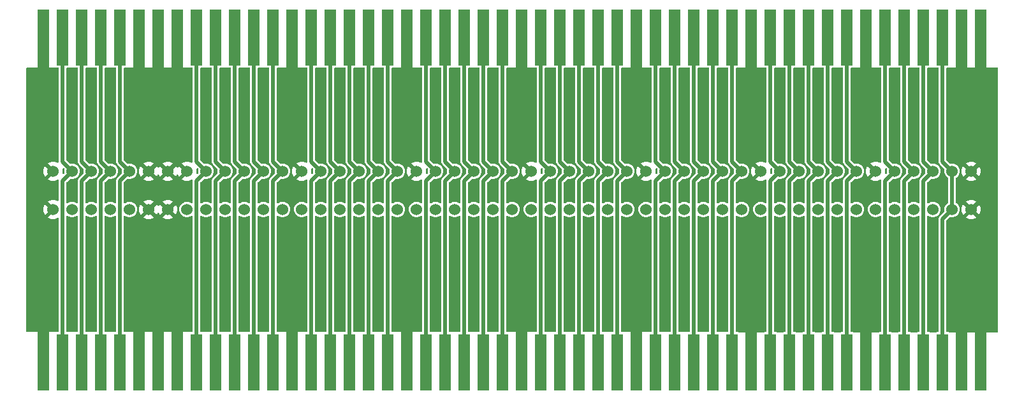
<source format=gbr>
%TF.GenerationSoftware,KiCad,Pcbnew,(6.0.0)*%
%TF.CreationDate,2022-04-24T20:10:25+02:00*%
%TF.ProjectId,ZorroDebug,5a6f7272-6f44-4656-9275-672e6b696361,rev?*%
%TF.SameCoordinates,Original*%
%TF.FileFunction,Copper,L2,Bot*%
%TF.FilePolarity,Positive*%
%FSLAX46Y46*%
G04 Gerber Fmt 4.6, Leading zero omitted, Abs format (unit mm)*
G04 Created by KiCad (PCBNEW (6.0.0)) date 2022-04-24 20:10:25*
%MOMM*%
%LPD*%
G01*
G04 APERTURE LIST*
%TA.AperFunction,ConnectorPad*%
%ADD10R,1.524000X7.500000*%
%TD*%
%TA.AperFunction,ComponentPad*%
%ADD11C,1.524000*%
%TD*%
%TA.AperFunction,Conductor*%
%ADD12C,1.524000*%
%TD*%
%TA.AperFunction,Conductor*%
%ADD13C,0.508000*%
%TD*%
G04 APERTURE END LIST*
D10*
%TO.P,CON2,1,GND*%
%TO.N,/GND*%
X248160000Y-75220000D03*
%TO.P,CON2,3,GND*%
X245620000Y-75220000D03*
%TO.P,CON2,5,+5*%
%TO.N,/+5*%
X243080000Y-75220000D03*
%TO.P,CON2,7,~{OWN}*%
%TO.N,/~{OWN}*%
X240540000Y-75220000D03*
%TO.P,CON2,9,~{SLAVE}*%
%TO.N,/~{SLAVE}*%
X238000000Y-75220000D03*
%TO.P,CON2,11,~{CFGOUT}*%
%TO.N,/~{CFGOUT}*%
X235460000Y-75220000D03*
%TO.P,CON2,13,GND*%
%TO.N,/GND*%
X232920000Y-75220000D03*
%TO.P,CON2,15,CDAC*%
%TO.N,/CDAC*%
X230380000Y-75220000D03*
%TO.P,CON2,17,~{OVR}*%
%TO.N,/~{OVR}*%
X227840000Y-75220000D03*
%TO.P,CON2,19,~{INT2}*%
%TO.N,/~{INT2}*%
X225300000Y-75220000D03*
%TO.P,CON2,21,A5*%
%TO.N,/A5*%
X222760000Y-75220000D03*
%TO.P,CON2,23,A6*%
%TO.N,/A6*%
X220220000Y-75220000D03*
%TO.P,CON2,25,GND*%
%TO.N,/GND*%
X217680000Y-75220000D03*
%TO.P,CON2,27,A2*%
%TO.N,/A2*%
X215140000Y-75220000D03*
%TO.P,CON2,29,A1*%
%TO.N,/A1*%
X212600000Y-75220000D03*
%TO.P,CON2,31,FC0*%
%TO.N,/FC0*%
X210060000Y-75220000D03*
%TO.P,CON2,33,FC1*%
%TO.N,/FC1*%
X207520000Y-75220000D03*
%TO.P,CON2,35,FC2*%
%TO.N,/FC2*%
X204980000Y-75220000D03*
%TO.P,CON2,37,GND*%
%TO.N,/GND*%
X202440000Y-75220000D03*
%TO.P,CON2,39,A13*%
%TO.N,/A13*%
X199900000Y-75220000D03*
%TO.P,CON2,41,A14*%
%TO.N,/A14*%
X197360000Y-75220000D03*
%TO.P,CON2,43,A15*%
%TO.N,/A15*%
X194820000Y-75220000D03*
%TO.P,CON2,45,A16*%
%TO.N,/A16*%
X192280000Y-75220000D03*
%TO.P,CON2,47,A17*%
%TO.N,/A17*%
X189740000Y-75220000D03*
%TO.P,CON2,49,GND*%
%TO.N,/GND*%
X187200000Y-75220000D03*
%TO.P,CON2,51,VMA*%
%TO.N,/VMA*%
X184660000Y-75220000D03*
%TO.P,CON2,53,~{RST}*%
%TO.N,/~{RST}*%
X182120000Y-75220000D03*
%TO.P,CON2,55,~{HALT}*%
%TO.N,/~{HALT}*%
X179580000Y-75220000D03*
%TO.P,CON2,57,A22*%
%TO.N,/A22*%
X177040000Y-75220000D03*
%TO.P,CON2,59,A23*%
%TO.N,/A23*%
X174500000Y-75220000D03*
%TO.P,CON2,61,GND*%
%TO.N,/GND*%
X171960000Y-75220000D03*
%TO.P,CON2,63,D15*%
%TO.N,/D15*%
X169420000Y-75220000D03*
%TO.P,CON2,65,D14*%
%TO.N,/D14*%
X166880000Y-75220000D03*
%TO.P,CON2,67,D13*%
%TO.N,/D13*%
X164340000Y-75220000D03*
%TO.P,CON2,69,D12*%
%TO.N,/D12*%
X161800000Y-75220000D03*
%TO.P,CON2,71,D11*%
%TO.N,/D11*%
X159260000Y-75220000D03*
%TO.P,CON2,73,GND*%
%TO.N,/GND*%
X156720000Y-75220000D03*
%TO.P,CON2,75,D0*%
%TO.N,/D0*%
X154180000Y-75220000D03*
%TO.P,CON2,77,D1*%
%TO.N,/D1*%
X151640000Y-75220000D03*
%TO.P,CON2,79,D2*%
%TO.N,/D2*%
X149100000Y-75220000D03*
%TO.P,CON2,81,D3*%
%TO.N,/D3*%
X146560000Y-75220000D03*
%TO.P,CON2,83,D4*%
%TO.N,/D4*%
X144020000Y-75220000D03*
%TO.P,CON2,85,GND*%
%TO.N,/GND*%
X141480000Y-75220000D03*
%TO.P,CON2,87,GND*%
X138940000Y-75220000D03*
%TO.P,CON2,89,GND*%
X136400000Y-75220000D03*
%TO.P,CON2,91,GND*%
%TO.N,/SENSEZ3*%
X133860000Y-75220000D03*
%TO.P,CON2,93,DOE*%
%TO.N,/D0E*%
X131320000Y-75220000D03*
%TO.P,CON2,95,~{GBG}*%
%TO.N,/~{GBG}*%
X128780000Y-75220000D03*
%TO.P,CON2,97,NC*%
%TO.N,/~{FCS}*%
X126240000Y-75220000D03*
%TO.P,CON2,99,GND*%
%TO.N,/GND*%
X123700000Y-75220000D03*
%TD*%
%TO.P,CON1,1,GND*%
%TO.N,/GND*%
X248160007Y-118399992D03*
%TO.P,CON1,3,GND*%
X245620007Y-118399992D03*
%TO.P,CON1,5,+5*%
%TO.N,/+5*%
X243080007Y-118399992D03*
%TO.P,CON1,7,~{OWN}*%
%TO.N,/~{OWN}*%
X240540007Y-118399992D03*
%TO.P,CON1,9,~{SLAVE}*%
%TO.N,/~{SLAVE}*%
X238000007Y-118399992D03*
%TO.P,CON1,11,~{CFGOUT}*%
%TO.N,/~{CFGOUT}*%
X235460007Y-118399992D03*
%TO.P,CON1,13,GND*%
%TO.N,/GND*%
X232920007Y-118399992D03*
%TO.P,CON1,15,CDAC*%
%TO.N,/CDAC*%
X230380007Y-118399992D03*
%TO.P,CON1,17,~{OVR}*%
%TO.N,/~{OVR}*%
X227840007Y-118399992D03*
%TO.P,CON1,19,~{INT2}*%
%TO.N,/~{INT2}*%
X225300007Y-118399992D03*
%TO.P,CON1,21,A5*%
%TO.N,/A5*%
X222760007Y-118399992D03*
%TO.P,CON1,23,A6*%
%TO.N,/A6*%
X220220007Y-118399992D03*
%TO.P,CON1,25,GND*%
%TO.N,/GND*%
X217680007Y-118399992D03*
%TO.P,CON1,27,A2*%
%TO.N,/A2*%
X215140007Y-118399992D03*
%TO.P,CON1,29,A1*%
%TO.N,/A1*%
X212600007Y-118399992D03*
%TO.P,CON1,31,FC0*%
%TO.N,/FC0*%
X210060007Y-118399992D03*
%TO.P,CON1,33,FC1*%
%TO.N,/FC1*%
X207520007Y-118399992D03*
%TO.P,CON1,35,FC2*%
%TO.N,/FC2*%
X204980007Y-118399992D03*
%TO.P,CON1,37,GND*%
%TO.N,/GND*%
X202440007Y-118399992D03*
%TO.P,CON1,39,A13*%
%TO.N,/A13*%
X199900007Y-118399992D03*
%TO.P,CON1,41,A14*%
%TO.N,/A14*%
X197360007Y-118399992D03*
%TO.P,CON1,43,A15*%
%TO.N,/A15*%
X194820007Y-118399992D03*
%TO.P,CON1,45,A16*%
%TO.N,/A16*%
X192280007Y-118399992D03*
%TO.P,CON1,47,A17*%
%TO.N,/A17*%
X189740007Y-118399992D03*
%TO.P,CON1,49,GND*%
%TO.N,/GND*%
X187200007Y-118399992D03*
%TO.P,CON1,51,VMA*%
%TO.N,/VMA*%
X184660007Y-118399992D03*
%TO.P,CON1,53,~{RST}*%
%TO.N,/~{RST}*%
X182120007Y-118399992D03*
%TO.P,CON1,55,~{HALT}*%
%TO.N,/~{HALT}*%
X179580007Y-118399992D03*
%TO.P,CON1,57,A22*%
%TO.N,/A22*%
X177040007Y-118399992D03*
%TO.P,CON1,59,A23*%
%TO.N,/A23*%
X174500007Y-118399992D03*
%TO.P,CON1,61,GND*%
%TO.N,/GND*%
X171960007Y-118399992D03*
%TO.P,CON1,63,D15*%
%TO.N,/D15*%
X169420007Y-118399992D03*
%TO.P,CON1,65,D14*%
%TO.N,/D14*%
X166880007Y-118399992D03*
%TO.P,CON1,67,D13*%
%TO.N,/D13*%
X164340007Y-118399992D03*
%TO.P,CON1,69,D12*%
%TO.N,/D12*%
X161800007Y-118399992D03*
%TO.P,CON1,71,D11*%
%TO.N,/D11*%
X159260007Y-118399992D03*
%TO.P,CON1,73,GND*%
%TO.N,/GND*%
X156720007Y-118399992D03*
%TO.P,CON1,75,D0*%
%TO.N,/D0*%
X154180007Y-118399992D03*
%TO.P,CON1,77,D1*%
%TO.N,/D1*%
X151640007Y-118399992D03*
%TO.P,CON1,79,D2*%
%TO.N,/D2*%
X149100007Y-118399992D03*
%TO.P,CON1,81,D3*%
%TO.N,/D3*%
X146560007Y-118399992D03*
%TO.P,CON1,83,D4*%
%TO.N,/D4*%
X144020007Y-118399992D03*
%TO.P,CON1,85,GND*%
%TO.N,/GND*%
X141480007Y-118399992D03*
%TO.P,CON1,87,GND*%
X138940007Y-118399992D03*
%TO.P,CON1,89,GND*%
X136400007Y-118399992D03*
%TO.P,CON1,91,GND*%
%TO.N,/SENSEZ3*%
X133860007Y-118399992D03*
%TO.P,CON1,93,DOE*%
%TO.N,/D0E*%
X131320007Y-118399992D03*
%TO.P,CON1,95,~{GBG}*%
%TO.N,/~{GBG}*%
X128780007Y-118399992D03*
%TO.P,CON1,97,NC*%
%TO.N,/~{FCS}*%
X126240007Y-118399992D03*
%TO.P,CON1,99,GND*%
%TO.N,/GND*%
X123700007Y-118399992D03*
%TD*%
D11*
%TO.P,CON3,3,GND*%
%TO.N,/GND*%
X246890000Y-93000000D03*
%TO.P,CON3,4,GND*%
X246890000Y-98080000D03*
%TO.P,CON3,5,+5*%
%TO.N,/+5*%
X244350000Y-93000000D03*
%TO.P,CON3,6,+5*%
X244350000Y-98080000D03*
%TO.P,CON3,7,~{OWN}*%
%TO.N,/~{OWN}*%
X241810000Y-93000000D03*
%TO.P,CON3,8,-5*%
%TO.N,/-5*%
X241810000Y-98080000D03*
%TO.P,CON3,9,~{SLAVE}*%
%TO.N,/~{SLAVE}*%
X239270000Y-93000000D03*
%TO.P,CON3,10,+12*%
%TO.N,/+12*%
X239270000Y-98080000D03*
%TO.P,CON3,11,~{CFGOUT}*%
%TO.N,/~{CFGOUT}*%
X236730000Y-93000000D03*
%TO.P,CON3,12,~{CFGIN}*%
%TO.N,/~{CFGIN}*%
X236730000Y-98080000D03*
%TO.P,CON3,13,GND*%
%TO.N,/GND*%
X234190000Y-93000000D03*
%TO.P,CON3,14,~{C3}*%
%TO.N,/~{C3}*%
X234190000Y-98080000D03*
%TO.P,CON3,15,CDAC*%
%TO.N,/CDAC*%
X231650000Y-93000000D03*
%TO.P,CON3,16,~{C1}*%
%TO.N,/~{C1}*%
X231650000Y-98080000D03*
%TO.P,CON3,17,~{OVR}*%
%TO.N,/~{OVR}*%
X229110000Y-93000000D03*
%TO.P,CON3,18,XRDY*%
%TO.N,/XRDY*%
X229110000Y-98080000D03*
%TO.P,CON3,19,~{INT2}*%
%TO.N,/~{INT2}*%
X226570000Y-93000000D03*
%TO.P,CON3,20,-12*%
%TO.N,/-12*%
X226570000Y-98080000D03*
%TO.P,CON3,21,A5*%
%TO.N,/A5*%
X224030000Y-93000000D03*
%TO.P,CON3,22,~{INT6}*%
%TO.N,/~{INT6}*%
X224030000Y-98080000D03*
%TO.P,CON3,23,A6*%
%TO.N,/A6*%
X221490000Y-93000000D03*
%TO.P,CON3,24,A4*%
%TO.N,/A4*%
X221490000Y-98080000D03*
%TO.P,CON3,25,GND*%
%TO.N,/GND*%
X218950000Y-93000000D03*
%TO.P,CON3,26,A3*%
%TO.N,/A3*%
X218950000Y-98080000D03*
%TO.P,CON3,27,A2*%
%TO.N,/A2*%
X216410000Y-93000000D03*
%TO.P,CON3,28,A7*%
%TO.N,/A7*%
X216410000Y-98080000D03*
%TO.P,CON3,29,A1*%
%TO.N,/A1*%
X213870000Y-93000000D03*
%TO.P,CON3,30,A8*%
%TO.N,/A8*%
X213870000Y-98080000D03*
%TO.P,CON3,31,FC0*%
%TO.N,/FC0*%
X211330000Y-93000000D03*
%TO.P,CON3,32,A9*%
%TO.N,/A9*%
X211330000Y-98080000D03*
%TO.P,CON3,33,FC1*%
%TO.N,/FC1*%
X208790000Y-93000000D03*
%TO.P,CON3,34,A10*%
%TO.N,/A10*%
X208790000Y-98080000D03*
%TO.P,CON3,35,FC2*%
%TO.N,/FC2*%
X206250000Y-93000000D03*
%TO.P,CON3,36,A11*%
%TO.N,/A11*%
X206250000Y-98080000D03*
%TO.P,CON3,37,GND*%
%TO.N,/GND*%
X203710000Y-93000000D03*
%TO.P,CON3,38,A12*%
%TO.N,/A12*%
X203710000Y-98080000D03*
%TO.P,CON3,39,A13*%
%TO.N,/A13*%
X201170000Y-93000000D03*
%TO.P,CON3,40,~{EINT7}*%
%TO.N,/~{EINT7}*%
X201170000Y-98080000D03*
%TO.P,CON3,41,A14*%
%TO.N,/A14*%
X198630000Y-93000000D03*
%TO.P,CON3,42,~{EINT5}*%
%TO.N,/~{EINT5}*%
X198630000Y-98080000D03*
%TO.P,CON3,43,A15*%
%TO.N,/A15*%
X196090000Y-93000000D03*
%TO.P,CON3,44,~{EINT4}*%
%TO.N,/~{EINT4}*%
X196090000Y-98080000D03*
%TO.P,CON3,45,A16*%
%TO.N,/A16*%
X193550000Y-93000000D03*
%TO.P,CON3,46,~{BEER}*%
%TO.N,/~{BEER}*%
X193550000Y-98080000D03*
%TO.P,CON3,47,A17*%
%TO.N,/A17*%
X191010000Y-93000000D03*
%TO.P,CON3,48,VPA*%
%TO.N,/VPA*%
X191010000Y-98080000D03*
%TO.P,CON3,49,GND*%
%TO.N,/GND*%
X188470000Y-93000000D03*
%TO.P,CON3,50,E*%
%TO.N,/E*%
X188470000Y-98080000D03*
%TO.P,CON3,51,VMA*%
%TO.N,/VMA*%
X185930000Y-93000000D03*
%TO.P,CON3,52,A18*%
%TO.N,/A18*%
X185930000Y-98080000D03*
%TO.P,CON3,53,~{RST}*%
%TO.N,/~{RST}*%
X183390000Y-93000000D03*
%TO.P,CON3,54,A19*%
%TO.N,/A19*%
X183390000Y-98080000D03*
%TO.P,CON3,55,~{HALT}*%
%TO.N,/~{HALT}*%
X180850000Y-93000000D03*
%TO.P,CON3,56,A20*%
%TO.N,/A20*%
X180850000Y-98080000D03*
%TO.P,CON3,57,A22*%
%TO.N,/A22*%
X178310000Y-93000000D03*
%TO.P,CON3,58,A21*%
%TO.N,/A21*%
X178310000Y-98080000D03*
%TO.P,CON3,59,A23*%
%TO.N,/A23*%
X175770000Y-93000000D03*
%TO.P,CON3,60,~{BR}*%
%TO.N,/~{BR}*%
X175770000Y-98080000D03*
%TO.P,CON3,61,GND*%
%TO.N,/GND*%
X173230000Y-93000000D03*
%TO.P,CON3,62,~{BGACK}*%
%TO.N,/~{BGACK}*%
X173230000Y-98080000D03*
%TO.P,CON3,63,D15*%
%TO.N,/D15*%
X170690000Y-93000000D03*
%TO.P,CON3,64,~{BG}*%
%TO.N,/~{BG}*%
X170690000Y-98080000D03*
%TO.P,CON3,65,D14*%
%TO.N,/D14*%
X168150000Y-93000000D03*
%TO.P,CON3,66,~{DTACK}*%
%TO.N,/~{DTACK}*%
X168150000Y-98080000D03*
%TO.P,CON3,67,D13*%
%TO.N,/D13*%
X165610000Y-93000000D03*
%TO.P,CON3,68,READ*%
%TO.N,/READ*%
X165610000Y-98080000D03*
%TO.P,CON3,69,D12*%
%TO.N,/D12*%
X163070000Y-93000000D03*
%TO.P,CON3,70,~{LDS}*%
%TO.N,/~{LDS}*%
X163070000Y-98080000D03*
%TO.P,CON3,71,D11*%
%TO.N,/D11*%
X160530000Y-93000000D03*
%TO.P,CON3,72,~{UDS}*%
%TO.N,/~{UDS}*%
X160530000Y-98080000D03*
%TO.P,CON3,73,GND*%
%TO.N,/GND*%
X157990000Y-93000000D03*
%TO.P,CON3,74,~{AS}*%
%TO.N,/~{AS}*%
X157990000Y-98080000D03*
%TO.P,CON3,75,D0*%
%TO.N,/D0*%
X155450000Y-93000000D03*
%TO.P,CON3,76,D10*%
%TO.N,/D10*%
X155450000Y-98080000D03*
%TO.P,CON3,77,D1*%
%TO.N,/D1*%
X152910000Y-93000000D03*
%TO.P,CON3,78,D9*%
%TO.N,/D9*%
X152910000Y-98080000D03*
%TO.P,CON3,79,D2*%
%TO.N,/D2*%
X150370000Y-93000000D03*
%TO.P,CON3,80,D8*%
%TO.N,/D8*%
X150370000Y-98080000D03*
%TO.P,CON3,81,D3*%
%TO.N,/D3*%
X147830000Y-93000000D03*
%TO.P,CON3,82,D7*%
%TO.N,/D7*%
X147830000Y-98080000D03*
%TO.P,CON3,83,D4*%
%TO.N,/D4*%
X145290000Y-93000000D03*
%TO.P,CON3,84,D6*%
%TO.N,/D6*%
X145290000Y-98080000D03*
%TO.P,CON3,85,GND*%
%TO.N,/GND*%
X142750000Y-93000000D03*
%TO.P,CON3,86,D5*%
%TO.N,/D5*%
X142750000Y-98080000D03*
%TO.P,CON3,87,GND*%
%TO.N,/GND*%
X140210000Y-93000000D03*
%TO.P,CON3,88,GND*%
X140210000Y-98080000D03*
%TO.P,CON3,89,GND*%
X137670000Y-93000000D03*
%TO.P,CON3,90,GND*%
X137670000Y-98080000D03*
%TO.P,CON3,91,GND*%
%TO.N,/SENSEZ3*%
X135130000Y-93000000D03*
%TO.P,CON3,92,7Mhz*%
%TO.N,/7MHZ*%
X135130000Y-98080000D03*
%TO.P,CON3,93,DOE*%
%TO.N,/D0E*%
X132590000Y-93000000D03*
%TO.P,CON3,94,~{BUSRST}*%
%TO.N,/~{BUSRST}*%
X132590000Y-98080000D03*
%TO.P,CON3,95,~{GBG}*%
%TO.N,/~{GBG}*%
X130050000Y-93000000D03*
%TO.P,CON3,96,~{EINT1}*%
%TO.N,/~{EINT1}*%
X130050000Y-98080000D03*
%TO.P,CON3,97,NC*%
%TO.N,/~{FCS}*%
X127510000Y-93000000D03*
%TO.P,CON3,98,NC*%
%TO.N,/~{DS1}*%
X127510000Y-98080000D03*
%TO.P,CON3,99,GND*%
%TO.N,/GND*%
X124970000Y-93000000D03*
%TO.P,CON3,100,GND*%
X124970000Y-98080000D03*
%TD*%
D12*
%TO.N,/GND*%
X217680000Y-113500000D02*
X217650000Y-113470000D01*
X217650000Y-113720000D02*
X217680000Y-113750000D01*
X248160000Y-112730000D02*
X248160000Y-118400000D01*
X123700000Y-112020000D02*
X123650000Y-111970000D01*
X245620000Y-112750000D02*
X245650000Y-112720000D01*
X232920000Y-74966000D02*
X232920000Y-81570000D01*
X245620000Y-75220000D02*
X245620000Y-82190000D01*
X171960000Y-75220000D02*
X171960000Y-81824000D01*
X245650000Y-112720000D02*
X248150000Y-112720000D01*
X171960000Y-113280000D02*
X171900000Y-113220000D01*
X202440000Y-113260000D02*
X202400000Y-113220000D01*
X245620000Y-118400000D02*
X245620000Y-112750000D01*
X245650000Y-82220000D02*
X248150000Y-82220000D01*
X245620000Y-82190000D02*
X245650000Y-82220000D01*
X123700007Y-75219992D02*
X123700007Y-81823992D01*
X171960000Y-118400000D02*
X171960000Y-113280000D01*
X232920000Y-118400000D02*
X232920000Y-113490000D01*
X217680000Y-75220000D02*
X217680000Y-81824000D01*
X123700000Y-118400000D02*
X123700000Y-112020000D01*
X248150000Y-112720000D02*
X248160000Y-112730000D01*
X217680000Y-118400000D02*
X217680000Y-113500000D01*
X141480000Y-75220000D02*
X141480000Y-81824000D01*
X248160000Y-82210000D02*
X248160000Y-75220000D01*
X202440000Y-75220000D02*
X202440000Y-81824000D01*
X248150000Y-82220000D02*
X248160000Y-82210000D01*
X156720000Y-118400000D02*
X156720000Y-112790000D01*
X156720000Y-112790000D02*
X156650000Y-112720000D01*
X141480000Y-118400000D02*
X141480000Y-111890000D01*
X232920000Y-113490000D02*
X232900000Y-113470000D01*
X156720000Y-75474000D02*
X156720000Y-82078000D01*
X141480000Y-111890000D02*
X141650000Y-111720000D01*
X217650000Y-113470000D02*
X217650000Y-113720000D01*
X136400000Y-111720000D02*
X136400000Y-118400000D01*
X202440000Y-118400000D02*
X202440000Y-113260000D01*
X141650000Y-111720000D02*
X136400000Y-111720000D01*
X138940000Y-75220000D02*
X138940000Y-81824000D01*
X136400000Y-75220000D02*
X136400000Y-81824000D01*
X138940000Y-118400000D02*
X138940000Y-111760000D01*
X187200000Y-112920000D02*
X187400000Y-112720000D01*
X187200000Y-118400000D02*
X187200000Y-112920000D01*
X138940000Y-111760000D02*
X138900000Y-111720000D01*
X187200000Y-75474000D02*
X187200000Y-82078000D01*
D13*
%TO.N,/+5*%
X243080000Y-91730000D02*
X243080000Y-75220000D01*
X244350000Y-93000000D02*
X243080000Y-91730000D01*
X243080000Y-118400000D02*
X243080000Y-99350000D01*
X243080000Y-99350000D02*
X244350000Y-98080000D01*
X244350000Y-98080000D02*
X244350000Y-93000000D01*
%TO.N,/~{OWN}*%
X240540000Y-94270000D02*
X240540000Y-118400000D01*
X241810000Y-93000000D02*
X240540000Y-91730000D01*
X240540000Y-91730000D02*
X240540000Y-75220000D01*
X241810000Y-93000000D02*
X240540000Y-94270000D01*
%TO.N,/~{SLAVE}*%
X238000000Y-118400000D02*
X238000000Y-94270000D01*
X238000000Y-91730000D02*
X238000000Y-75220000D01*
X239270000Y-93000000D02*
X238000000Y-91730000D01*
X238000000Y-94270000D02*
X239270000Y-93000000D01*
%TO.N,/~{CFGOUT}*%
X235460000Y-75220000D02*
X235460000Y-91730000D01*
X235460000Y-94270000D02*
X235460000Y-118400000D01*
X235460000Y-91730000D02*
X236730000Y-93000000D01*
X236730000Y-93000000D02*
X235460000Y-94270000D01*
%TO.N,/CDAC*%
X230380000Y-118400000D02*
X230380000Y-94270000D01*
X230380000Y-94270000D02*
X231650000Y-93000000D01*
X231650000Y-93000000D02*
X230380000Y-91730000D01*
X230380000Y-91730000D02*
X230380000Y-75220000D01*
%TO.N,/~{OVR}*%
X227840000Y-94270000D02*
X227840000Y-118400000D01*
X229110000Y-93000000D02*
X227840000Y-94270000D01*
X227840000Y-75220000D02*
X227840000Y-91730000D01*
X227840000Y-91730000D02*
X229110000Y-93000000D01*
%TO.N,/~{INT2}*%
X226570000Y-93000000D02*
X225300000Y-91730000D01*
X225300000Y-94270000D02*
X226570000Y-93000000D01*
X225300000Y-91730000D02*
X225300000Y-75220000D01*
X225300000Y-118400000D02*
X225300000Y-94270000D01*
%TO.N,/A5*%
X224030000Y-93000000D02*
X222760000Y-94270000D01*
X222760000Y-91730000D02*
X224030000Y-93000000D01*
X222760000Y-94270000D02*
X222760000Y-118400000D01*
X222760000Y-75220000D02*
X222760000Y-91730000D01*
%TO.N,/A6*%
X220220000Y-91730000D02*
X221490000Y-93000000D01*
X220220000Y-118400000D02*
X220220000Y-94270000D01*
X220220000Y-75220000D02*
X220220000Y-91730000D01*
X220220000Y-94270000D02*
X221490000Y-93000000D01*
%TO.N,/A2*%
X216410000Y-93000000D02*
X215140000Y-94270000D01*
X215140000Y-91730000D02*
X216410000Y-93000000D01*
X215140000Y-75220000D02*
X215140000Y-91730000D01*
X215140000Y-118400000D02*
X215140000Y-94270000D01*
%TO.N,/A1*%
X212600000Y-118400000D02*
X212600000Y-94270000D01*
X212600000Y-91730000D02*
X212600000Y-75220000D01*
X212600000Y-94270000D02*
X213870000Y-93000000D01*
X213870000Y-93000000D02*
X212600000Y-91730000D01*
%TO.N,/FC0*%
X210060000Y-91730000D02*
X211330000Y-93000000D01*
X210060000Y-75220000D02*
X210060000Y-91730000D01*
X210060000Y-94270000D02*
X210060000Y-118400000D01*
X211330000Y-93000000D02*
X210060000Y-94270000D01*
%TO.N,/FC1*%
X207520000Y-94270000D02*
X208790000Y-93000000D01*
X208790000Y-93000000D02*
X207520000Y-91730000D01*
X207520000Y-118400000D02*
X207520000Y-94270000D01*
X207520000Y-91730000D02*
X207520000Y-75220000D01*
%TO.N,/FC2*%
X206250000Y-93000000D02*
X204980000Y-94270000D01*
X204980000Y-91730000D02*
X206250000Y-93000000D01*
X204980000Y-75220000D02*
X204980000Y-91730000D01*
X204980000Y-94270000D02*
X204980000Y-118400000D01*
%TO.N,/A13*%
X201170000Y-93000000D02*
X199900000Y-91730000D01*
X199900000Y-94270000D02*
X201170000Y-93000000D01*
X199900000Y-118400000D02*
X199900000Y-94270000D01*
X199900000Y-91730000D02*
X199900000Y-75220000D01*
%TO.N,/A14*%
X197360000Y-75220000D02*
X197360000Y-91730000D01*
X197360000Y-94270000D02*
X197360000Y-118400000D01*
X198630000Y-93000000D02*
X197360000Y-94270000D01*
X197360000Y-91730000D02*
X198630000Y-93000000D01*
%TO.N,/A15*%
X194820000Y-91730000D02*
X194820000Y-75220000D01*
X194820000Y-94270000D02*
X196090000Y-93000000D01*
X196090000Y-93000000D02*
X194820000Y-91730000D01*
X194820000Y-118400000D02*
X194820000Y-94270000D01*
%TO.N,/A16*%
X193550000Y-93000000D02*
X192280000Y-94270000D01*
X192280000Y-94270000D02*
X192280000Y-118400000D01*
X192280000Y-91730000D02*
X193550000Y-93000000D01*
X192280000Y-75220000D02*
X192280000Y-91730000D01*
%TO.N,/A17*%
X189740000Y-118400000D02*
X189740000Y-94270000D01*
X189740000Y-91730000D02*
X189740000Y-75220000D01*
X191010000Y-93000000D02*
X189740000Y-91730000D01*
X189740000Y-94270000D02*
X191010000Y-93000000D01*
%TO.N,/VMA*%
X185930000Y-93000000D02*
X184660000Y-94270000D01*
X184660000Y-75220000D02*
X184660000Y-91730000D01*
X184660000Y-91730000D02*
X185930000Y-93000000D01*
X184660000Y-94270000D02*
X184660000Y-118400000D01*
%TO.N,/~{RST}*%
X182120000Y-118400000D02*
X182120000Y-94270000D01*
X182120000Y-91730000D02*
X182120000Y-75220000D01*
X183390000Y-93000000D02*
X182120000Y-91730000D01*
X182120000Y-94270000D02*
X183390000Y-93000000D01*
%TO.N,/~{HALT}*%
X179580000Y-94270000D02*
X179580000Y-118400000D01*
X179580000Y-75220000D02*
X179580000Y-91730000D01*
X179580000Y-91730000D02*
X180850000Y-93000000D01*
X180850000Y-93000000D02*
X179580000Y-94270000D01*
%TO.N,/A22*%
X177040000Y-94270000D02*
X178310000Y-93000000D01*
X178310000Y-93000000D02*
X177040000Y-91730000D01*
X177040000Y-91730000D02*
X177040000Y-75220000D01*
X177040000Y-118400000D02*
X177040000Y-94270000D01*
%TO.N,/A23*%
X175770000Y-93000000D02*
X174500000Y-94270000D01*
X174500000Y-75220000D02*
X174500000Y-91730000D01*
X174500000Y-94270000D02*
X174500000Y-118400000D01*
X174500000Y-91730000D02*
X175770000Y-93000000D01*
%TO.N,/D15*%
X170690000Y-93000000D02*
X169420000Y-94270000D01*
X169420000Y-75220000D02*
X169420000Y-91730000D01*
X169420000Y-91730000D02*
X170690000Y-93000000D01*
X169420000Y-94270000D02*
X169420000Y-118400000D01*
%TO.N,/D14*%
X168150000Y-93000000D02*
X166880000Y-91730000D01*
X166880000Y-118400000D02*
X166880000Y-94270000D01*
X166880000Y-91730000D02*
X166880000Y-75220000D01*
X166880000Y-94270000D02*
X168150000Y-93000000D01*
%TO.N,/D13*%
X164340000Y-91730000D02*
X165610000Y-93000000D01*
X165610000Y-93000000D02*
X164340000Y-94270000D01*
X164340000Y-94270000D02*
X164340000Y-118400000D01*
X164340000Y-75220000D02*
X164340000Y-91730000D01*
%TO.N,/D12*%
X161800000Y-91730000D02*
X161800000Y-75220000D01*
X163070000Y-93000000D02*
X161800000Y-91730000D01*
X161800000Y-118400000D02*
X161800000Y-94270000D01*
X161800000Y-94270000D02*
X163070000Y-93000000D01*
%TO.N,/D11*%
X159260000Y-94270000D02*
X159260000Y-118400000D01*
X160530000Y-93000000D02*
X159260000Y-94270000D01*
X159260000Y-75220000D02*
X159260000Y-91730000D01*
X159260000Y-91730000D02*
X160530000Y-93000000D01*
%TO.N,/D0*%
X154180000Y-94270000D02*
X155450000Y-93000000D01*
X154180000Y-118400000D02*
X154180000Y-94270000D01*
X154180000Y-91730000D02*
X154180000Y-75220000D01*
X155450000Y-93000000D02*
X154180000Y-91730000D01*
%TO.N,/D1*%
X151640000Y-75220000D02*
X151640000Y-91730000D01*
X152910000Y-93000000D02*
X151640000Y-94270000D01*
X151640000Y-91730000D02*
X152910000Y-93000000D01*
X151640000Y-94270000D02*
X151640000Y-118400000D01*
%TO.N,/D2*%
X149100000Y-91730000D02*
X149100000Y-75220000D01*
X149100000Y-118400000D02*
X149100000Y-94270000D01*
X149100000Y-94270000D02*
X150370000Y-93000000D01*
X150370000Y-93000000D02*
X149100000Y-91730000D01*
%TO.N,/D3*%
X147830000Y-93000000D02*
X146560000Y-94270000D01*
X146560000Y-91730000D02*
X147830000Y-93000000D01*
X146560000Y-75220000D02*
X146560000Y-91730000D01*
X146560000Y-94270000D02*
X146560000Y-118400000D01*
%TO.N,/D4*%
X144020000Y-91730000D02*
X145290000Y-93000000D01*
X144020000Y-75220000D02*
X144020000Y-91730000D01*
X145290000Y-93000000D02*
X144020000Y-94270000D01*
X144020000Y-94270000D02*
X144020000Y-118400000D01*
%TO.N,/SENSEZ3*%
X133860000Y-118400000D02*
X133860000Y-94270000D01*
X133860000Y-91730000D02*
X133860000Y-75220000D01*
X135130000Y-93000000D02*
X133860000Y-91730000D01*
X133860000Y-94270000D02*
X135130000Y-93000000D01*
%TO.N,/D0E*%
X131320000Y-94270000D02*
X131320000Y-118400000D01*
X131320000Y-91730000D02*
X132590000Y-93000000D01*
X132590000Y-93000000D02*
X131320000Y-94270000D01*
X131320000Y-75220000D02*
X131320000Y-91730000D01*
%TO.N,/~{GBG}*%
X128780000Y-91730000D02*
X128780000Y-75220000D01*
X128780000Y-94270000D02*
X130050000Y-93000000D01*
X128780000Y-118400000D02*
X128780000Y-94270000D01*
X130050000Y-93000000D02*
X128780000Y-91730000D01*
%TO.N,/~{FCS}*%
X126240000Y-75220000D02*
X126240000Y-91730000D01*
X126240007Y-94269993D02*
X127510000Y-93000000D01*
X126240007Y-118399992D02*
X126240007Y-94269993D01*
X126240000Y-91730000D02*
X127510000Y-93000000D01*
%TD*%
%TA.AperFunction,Conductor*%
%TO.N,/GND*%
G36*
X250388121Y-79240002D02*
G01*
X250434614Y-79293658D01*
X250446000Y-79346000D01*
X250446000Y-114293029D01*
X250425998Y-114361150D01*
X250372342Y-114407643D01*
X250319933Y-114419029D01*
X248761379Y-114418203D01*
X243973025Y-114415664D01*
X243941483Y-114409379D01*
X243941308Y-114410258D01*
X243873429Y-114396756D01*
X243867074Y-114395492D01*
X243714500Y-114395492D01*
X243646379Y-114375490D01*
X243599886Y-114321834D01*
X243588500Y-114269492D01*
X243588500Y-99612817D01*
X243608502Y-99544696D01*
X243625405Y-99523722D01*
X244010350Y-99138777D01*
X246195777Y-99138777D01*
X246205074Y-99150793D01*
X246248069Y-99180898D01*
X246257555Y-99186376D01*
X246448993Y-99275645D01*
X246459285Y-99279391D01*
X246663309Y-99334059D01*
X246674104Y-99335962D01*
X246884525Y-99354372D01*
X246895475Y-99354372D01*
X247105896Y-99335962D01*
X247116691Y-99334059D01*
X247320715Y-99279391D01*
X247331007Y-99275645D01*
X247522445Y-99186376D01*
X247531931Y-99180898D01*
X247575764Y-99150207D01*
X247584139Y-99139729D01*
X247577071Y-99126281D01*
X246902812Y-98452022D01*
X246888868Y-98444408D01*
X246887035Y-98444539D01*
X246880420Y-98448790D01*
X246202207Y-99127003D01*
X246195777Y-99138777D01*
X244010350Y-99138777D01*
X244034572Y-99114555D01*
X244096884Y-99080529D01*
X244138585Y-99078536D01*
X244301024Y-99097905D01*
X244328609Y-99101194D01*
X244334744Y-99100722D01*
X244334746Y-99100722D01*
X244521226Y-99086373D01*
X244521231Y-99086372D01*
X244527367Y-99085900D01*
X244533297Y-99084244D01*
X244533299Y-99084244D01*
X244623369Y-99059096D01*
X244719370Y-99032292D01*
X244724870Y-99029514D01*
X244891802Y-98945191D01*
X244891804Y-98945190D01*
X244897303Y-98942412D01*
X245054390Y-98819682D01*
X245076962Y-98793532D01*
X245180618Y-98673446D01*
X245180619Y-98673444D01*
X245184647Y-98668778D01*
X245283112Y-98495448D01*
X245346035Y-98306294D01*
X245354042Y-98242914D01*
X245368963Y-98124805D01*
X245386009Y-98085720D01*
X245385524Y-98084797D01*
X245601296Y-98084797D01*
X245618361Y-98120531D01*
X245619490Y-98129615D01*
X245634038Y-98295896D01*
X245635941Y-98306691D01*
X245690609Y-98510715D01*
X245694355Y-98521007D01*
X245783623Y-98712441D01*
X245789103Y-98721932D01*
X245819794Y-98765765D01*
X245830271Y-98774140D01*
X245843718Y-98767072D01*
X246517978Y-98092812D01*
X246524356Y-98081132D01*
X247254408Y-98081132D01*
X247254539Y-98082965D01*
X247258790Y-98089580D01*
X247937003Y-98767793D01*
X247948777Y-98774223D01*
X247960793Y-98764926D01*
X247990897Y-98721932D01*
X247996377Y-98712441D01*
X248085645Y-98521007D01*
X248089391Y-98510715D01*
X248144059Y-98306691D01*
X248145962Y-98295896D01*
X248164372Y-98085475D01*
X248164372Y-98074525D01*
X248145962Y-97864104D01*
X248144059Y-97853309D01*
X248089391Y-97649285D01*
X248085645Y-97638993D01*
X247996377Y-97447559D01*
X247990897Y-97438068D01*
X247960206Y-97394235D01*
X247949729Y-97385860D01*
X247936282Y-97392928D01*
X247262022Y-98067188D01*
X247254408Y-98081132D01*
X246524356Y-98081132D01*
X246525592Y-98078868D01*
X246525461Y-98077035D01*
X246521210Y-98070420D01*
X245842997Y-97392207D01*
X245831223Y-97385777D01*
X245819207Y-97395074D01*
X245789103Y-97438068D01*
X245783623Y-97447559D01*
X245694355Y-97638993D01*
X245690609Y-97649285D01*
X245635941Y-97853309D01*
X245634037Y-97864105D01*
X245618600Y-98040559D01*
X245601296Y-98084797D01*
X245385524Y-98084797D01*
X245369549Y-98054405D01*
X245367680Y-98041874D01*
X245352566Y-97887740D01*
X245351965Y-97881606D01*
X245350184Y-97875707D01*
X245350183Y-97875702D01*
X245296129Y-97696667D01*
X245294348Y-97690768D01*
X245200761Y-97514756D01*
X245196871Y-97509986D01*
X245196868Y-97509982D01*
X245078663Y-97365049D01*
X245078660Y-97365046D01*
X245074768Y-97360274D01*
X245057957Y-97346366D01*
X244925916Y-97237132D01*
X244925914Y-97237131D01*
X244921170Y-97233206D01*
X244915750Y-97230276D01*
X244914043Y-97229124D01*
X244868752Y-97174450D01*
X244858500Y-97124665D01*
X244858500Y-97020271D01*
X246195860Y-97020271D01*
X246202928Y-97033718D01*
X246877188Y-97707978D01*
X246891132Y-97715592D01*
X246892965Y-97715461D01*
X246899580Y-97711210D01*
X247577793Y-97032997D01*
X247584223Y-97021223D01*
X247574926Y-97009207D01*
X247531931Y-96979102D01*
X247522445Y-96973624D01*
X247331007Y-96884355D01*
X247320715Y-96880609D01*
X247116691Y-96825941D01*
X247105896Y-96824038D01*
X246895475Y-96805628D01*
X246884525Y-96805628D01*
X246674104Y-96824038D01*
X246663309Y-96825941D01*
X246459285Y-96880609D01*
X246448993Y-96884355D01*
X246257559Y-96973623D01*
X246248068Y-96979103D01*
X246204235Y-97009794D01*
X246195860Y-97020271D01*
X244858500Y-97020271D01*
X244858500Y-94058777D01*
X246195777Y-94058777D01*
X246205074Y-94070793D01*
X246248069Y-94100898D01*
X246257555Y-94106376D01*
X246448993Y-94195645D01*
X246459285Y-94199391D01*
X246663309Y-94254059D01*
X246674104Y-94255962D01*
X246884525Y-94274372D01*
X246895475Y-94274372D01*
X247105896Y-94255962D01*
X247116691Y-94254059D01*
X247320715Y-94199391D01*
X247331007Y-94195645D01*
X247522445Y-94106376D01*
X247531931Y-94100898D01*
X247575764Y-94070207D01*
X247584139Y-94059729D01*
X247577071Y-94046281D01*
X246902812Y-93372022D01*
X246888868Y-93364408D01*
X246887035Y-93364539D01*
X246880420Y-93368790D01*
X246202207Y-94047003D01*
X246195777Y-94058777D01*
X244858500Y-94058777D01*
X244858500Y-93954182D01*
X244878502Y-93886061D01*
X244906927Y-93854893D01*
X245049534Y-93743476D01*
X245054390Y-93739682D01*
X245076962Y-93713532D01*
X245180618Y-93593446D01*
X245180619Y-93593444D01*
X245184647Y-93588778D01*
X245283112Y-93415448D01*
X245346035Y-93226294D01*
X245354042Y-93162914D01*
X245368963Y-93044805D01*
X245386009Y-93005720D01*
X245385524Y-93004797D01*
X245601296Y-93004797D01*
X245618361Y-93040531D01*
X245619490Y-93049615D01*
X245634038Y-93215896D01*
X245635941Y-93226691D01*
X245690609Y-93430715D01*
X245694355Y-93441007D01*
X245783623Y-93632441D01*
X245789103Y-93641932D01*
X245819794Y-93685765D01*
X245830271Y-93694140D01*
X245843718Y-93687072D01*
X246517978Y-93012812D01*
X246524356Y-93001132D01*
X247254408Y-93001132D01*
X247254539Y-93002965D01*
X247258790Y-93009580D01*
X247937003Y-93687793D01*
X247948777Y-93694223D01*
X247960793Y-93684926D01*
X247990897Y-93641932D01*
X247996377Y-93632441D01*
X248085645Y-93441007D01*
X248089391Y-93430715D01*
X248144059Y-93226691D01*
X248145962Y-93215896D01*
X248164372Y-93005475D01*
X248164372Y-92994525D01*
X248145962Y-92784104D01*
X248144059Y-92773309D01*
X248089391Y-92569285D01*
X248085645Y-92558993D01*
X247996377Y-92367559D01*
X247990897Y-92358068D01*
X247960206Y-92314235D01*
X247949729Y-92305860D01*
X247936282Y-92312928D01*
X247262022Y-92987188D01*
X247254408Y-93001132D01*
X246524356Y-93001132D01*
X246525592Y-92998868D01*
X246525461Y-92997035D01*
X246521210Y-92990420D01*
X245842997Y-92312207D01*
X245831223Y-92305777D01*
X245819207Y-92315074D01*
X245789103Y-92358068D01*
X245783623Y-92367559D01*
X245694355Y-92558993D01*
X245690609Y-92569285D01*
X245635941Y-92773309D01*
X245634037Y-92784105D01*
X245618600Y-92960559D01*
X245601296Y-93004797D01*
X245385524Y-93004797D01*
X245369549Y-92974405D01*
X245367680Y-92961874D01*
X245352566Y-92807740D01*
X245351965Y-92801606D01*
X245350184Y-92795707D01*
X245350183Y-92795702D01*
X245296129Y-92616667D01*
X245294348Y-92610768D01*
X245200761Y-92434756D01*
X245196871Y-92429986D01*
X245196868Y-92429982D01*
X245078663Y-92285049D01*
X245078660Y-92285046D01*
X245074768Y-92280274D01*
X244921170Y-92153206D01*
X244745815Y-92058392D01*
X244555385Y-91999444D01*
X244549260Y-91998800D01*
X244549259Y-91998800D01*
X244363260Y-91979251D01*
X244363258Y-91979251D01*
X244357131Y-91978607D01*
X244158605Y-91996674D01*
X244152686Y-91998416D01*
X244146716Y-91999555D01*
X244076053Y-91992673D01*
X244034009Y-91964882D01*
X244009398Y-91940271D01*
X246195860Y-91940271D01*
X246202928Y-91953718D01*
X246877188Y-92627978D01*
X246891132Y-92635592D01*
X246892965Y-92635461D01*
X246899580Y-92631210D01*
X247577793Y-91952997D01*
X247584223Y-91941223D01*
X247574926Y-91929207D01*
X247531931Y-91899102D01*
X247522445Y-91893624D01*
X247331007Y-91804355D01*
X247320715Y-91800609D01*
X247116691Y-91745941D01*
X247105896Y-91744038D01*
X246895475Y-91725628D01*
X246884525Y-91725628D01*
X246674104Y-91744038D01*
X246663309Y-91745941D01*
X246459285Y-91800609D01*
X246448993Y-91804355D01*
X246257559Y-91893623D01*
X246248068Y-91899103D01*
X246204235Y-91929794D01*
X246195860Y-91940271D01*
X244009398Y-91940271D01*
X243625405Y-91556278D01*
X243591379Y-91493966D01*
X243588500Y-91467183D01*
X243588500Y-79350499D01*
X243608502Y-79282378D01*
X243662158Y-79235885D01*
X243714500Y-79224499D01*
X243867066Y-79224499D01*
X243877513Y-79222421D01*
X243902093Y-79220000D01*
X250320000Y-79220000D01*
X250388121Y-79240002D01*
G37*
%TD.AperFunction*%
%TA.AperFunction,Conductor*%
G36*
X234662481Y-79222421D02*
G01*
X234672933Y-79224500D01*
X234825500Y-79224500D01*
X234893621Y-79244502D01*
X234940114Y-79298158D01*
X234951500Y-79350500D01*
X234951500Y-91658928D01*
X234950145Y-91671058D01*
X234950627Y-91671097D01*
X234949907Y-91680044D01*
X234947926Y-91688800D01*
X234948482Y-91697760D01*
X234951258Y-91742508D01*
X234951500Y-91750310D01*
X234951500Y-91756023D01*
X234931498Y-91824144D01*
X234877842Y-91870637D01*
X234807568Y-91880741D01*
X234772250Y-91870218D01*
X234631007Y-91804355D01*
X234620715Y-91800609D01*
X234416691Y-91745941D01*
X234405896Y-91744038D01*
X234195475Y-91725628D01*
X234184525Y-91725628D01*
X233974104Y-91744038D01*
X233963309Y-91745941D01*
X233759285Y-91800609D01*
X233748993Y-91804355D01*
X233557559Y-91893623D01*
X233548068Y-91899103D01*
X233504235Y-91929794D01*
X233495860Y-91940271D01*
X233502928Y-91953718D01*
X234460115Y-92910905D01*
X234494141Y-92973217D01*
X234489076Y-93044032D01*
X234460115Y-93089095D01*
X233502207Y-94047003D01*
X233495777Y-94058777D01*
X233505074Y-94070793D01*
X233548069Y-94100898D01*
X233557555Y-94106376D01*
X233748993Y-94195645D01*
X233759285Y-94199391D01*
X233963309Y-94254059D01*
X233974104Y-94255962D01*
X234184525Y-94274372D01*
X234195475Y-94274372D01*
X234405896Y-94255962D01*
X234416691Y-94254059D01*
X234620715Y-94199391D01*
X234631007Y-94195645D01*
X234772250Y-94129782D01*
X234842442Y-94119121D01*
X234907254Y-94148101D01*
X234946111Y-94207521D01*
X234951500Y-94243977D01*
X234951500Y-94245906D01*
X234951154Y-94255243D01*
X234947461Y-94304941D01*
X234949335Y-94313720D01*
X234949898Y-94321978D01*
X234951500Y-94337161D01*
X234951500Y-97125339D01*
X234931498Y-97193460D01*
X234877842Y-97239953D01*
X234807568Y-97250057D01*
X234761638Y-97232340D01*
X234761170Y-97233206D01*
X234585815Y-97138392D01*
X234395385Y-97079444D01*
X234389260Y-97078800D01*
X234389259Y-97078800D01*
X234203260Y-97059251D01*
X234203258Y-97059251D01*
X234197131Y-97058607D01*
X234074252Y-97069790D01*
X234004746Y-97076115D01*
X234004745Y-97076115D01*
X233998605Y-97076674D01*
X233992691Y-97078415D01*
X233992689Y-97078415D01*
X233862539Y-97116721D01*
X233807370Y-97132958D01*
X233630709Y-97225314D01*
X233625909Y-97229174D01*
X233625908Y-97229174D01*
X233623947Y-97230751D01*
X233475351Y-97350225D01*
X233347214Y-97502933D01*
X233251179Y-97677621D01*
X233190902Y-97867635D01*
X233168682Y-98065739D01*
X233185362Y-98264386D01*
X233240310Y-98456009D01*
X233331430Y-98633311D01*
X233455253Y-98789537D01*
X233607063Y-98918737D01*
X233612441Y-98921743D01*
X233612443Y-98921744D01*
X233678705Y-98958776D01*
X233781076Y-99015989D01*
X233786935Y-99017893D01*
X233786938Y-99017894D01*
X233822701Y-99029514D01*
X233970665Y-99077591D01*
X233976775Y-99078320D01*
X233976777Y-99078320D01*
X234069637Y-99089393D01*
X234168609Y-99101194D01*
X234174744Y-99100722D01*
X234174746Y-99100722D01*
X234361226Y-99086373D01*
X234361231Y-99086372D01*
X234367367Y-99085900D01*
X234373297Y-99084244D01*
X234373299Y-99084244D01*
X234463369Y-99059096D01*
X234559370Y-99032292D01*
X234564870Y-99029514D01*
X234731802Y-98945191D01*
X234731804Y-98945190D01*
X234737303Y-98942412D01*
X234747929Y-98934110D01*
X234813924Y-98907934D01*
X234883594Y-98921593D01*
X234934820Y-98970750D01*
X234951500Y-99033401D01*
X234951500Y-114269493D01*
X234931498Y-114337614D01*
X234877842Y-114384107D01*
X234825500Y-114395493D01*
X234672941Y-114395493D01*
X234666873Y-114396700D01*
X234666872Y-114396700D01*
X234662765Y-114397517D01*
X234608729Y-114408265D01*
X234584091Y-114410685D01*
X231246894Y-114408915D01*
X231222390Y-114406495D01*
X231167074Y-114395492D01*
X231014500Y-114395492D01*
X230946379Y-114375490D01*
X230899886Y-114321834D01*
X230888500Y-114269492D01*
X230888500Y-99033703D01*
X230908502Y-98965582D01*
X230962158Y-98919089D01*
X231032432Y-98908985D01*
X231075970Y-98923715D01*
X231241076Y-99015989D01*
X231246935Y-99017893D01*
X231246938Y-99017894D01*
X231282701Y-99029514D01*
X231430665Y-99077591D01*
X231436775Y-99078320D01*
X231436777Y-99078320D01*
X231529637Y-99089393D01*
X231628609Y-99101194D01*
X231634744Y-99100722D01*
X231634746Y-99100722D01*
X231821226Y-99086373D01*
X231821231Y-99086372D01*
X231827367Y-99085900D01*
X231833297Y-99084244D01*
X231833299Y-99084244D01*
X231923369Y-99059096D01*
X232019370Y-99032292D01*
X232024870Y-99029514D01*
X232191802Y-98945191D01*
X232191804Y-98945190D01*
X232197303Y-98942412D01*
X232354390Y-98819682D01*
X232376962Y-98793532D01*
X232480618Y-98673446D01*
X232480619Y-98673444D01*
X232484647Y-98668778D01*
X232583112Y-98495448D01*
X232646035Y-98306294D01*
X232652105Y-98258245D01*
X232670578Y-98112023D01*
X232670579Y-98112013D01*
X232671020Y-98108520D01*
X232671418Y-98080000D01*
X232651965Y-97881606D01*
X232650184Y-97875707D01*
X232650183Y-97875702D01*
X232596129Y-97696667D01*
X232594348Y-97690768D01*
X232500761Y-97514756D01*
X232496871Y-97509986D01*
X232496868Y-97509982D01*
X232378663Y-97365049D01*
X232378660Y-97365046D01*
X232374768Y-97360274D01*
X232221170Y-97233206D01*
X232045815Y-97138392D01*
X231855385Y-97079444D01*
X231849260Y-97078800D01*
X231849259Y-97078800D01*
X231663260Y-97059251D01*
X231663258Y-97059251D01*
X231657131Y-97058607D01*
X231534252Y-97069790D01*
X231464746Y-97076115D01*
X231464745Y-97076115D01*
X231458605Y-97076674D01*
X231452691Y-97078415D01*
X231452689Y-97078415D01*
X231322539Y-97116721D01*
X231267370Y-97132958D01*
X231090709Y-97225314D01*
X231085908Y-97229174D01*
X231083492Y-97230755D01*
X231015538Y-97251318D01*
X230947255Y-97231878D01*
X230900322Y-97178607D01*
X230888500Y-97125322D01*
X230888500Y-94532817D01*
X230908502Y-94464696D01*
X230925405Y-94443722D01*
X231334572Y-94034555D01*
X231396884Y-94000529D01*
X231438585Y-93998536D01*
X231601024Y-94017905D01*
X231628609Y-94021194D01*
X231634744Y-94020722D01*
X231634746Y-94020722D01*
X231821226Y-94006373D01*
X231821231Y-94006372D01*
X231827367Y-94005900D01*
X231833297Y-94004244D01*
X231833299Y-94004244D01*
X231923368Y-93979096D01*
X232019370Y-93952292D01*
X232024870Y-93949514D01*
X232191802Y-93865191D01*
X232191804Y-93865190D01*
X232197303Y-93862412D01*
X232354390Y-93739682D01*
X232376962Y-93713532D01*
X232480618Y-93593446D01*
X232480619Y-93593444D01*
X232484647Y-93588778D01*
X232583112Y-93415448D01*
X232646035Y-93226294D01*
X232654042Y-93162914D01*
X232668963Y-93044805D01*
X232686009Y-93005720D01*
X232685524Y-93004797D01*
X232901296Y-93004797D01*
X232918361Y-93040531D01*
X232919490Y-93049615D01*
X232934038Y-93215896D01*
X232935941Y-93226691D01*
X232990609Y-93430715D01*
X232994355Y-93441007D01*
X233083623Y-93632441D01*
X233089103Y-93641932D01*
X233119794Y-93685765D01*
X233130271Y-93694140D01*
X233143718Y-93687072D01*
X233817978Y-93012812D01*
X233825592Y-92998868D01*
X233825461Y-92997035D01*
X233821210Y-92990420D01*
X233142997Y-92312207D01*
X233131223Y-92305777D01*
X233119207Y-92315074D01*
X233089103Y-92358068D01*
X233083623Y-92367559D01*
X232994355Y-92558993D01*
X232990609Y-92569285D01*
X232935941Y-92773309D01*
X232934037Y-92784105D01*
X232918600Y-92960559D01*
X232901296Y-93004797D01*
X232685524Y-93004797D01*
X232669549Y-92974405D01*
X232667680Y-92961874D01*
X232652566Y-92807740D01*
X232651965Y-92801606D01*
X232650184Y-92795707D01*
X232650183Y-92795702D01*
X232596129Y-92616667D01*
X232594348Y-92610768D01*
X232500761Y-92434756D01*
X232496871Y-92429986D01*
X232496868Y-92429982D01*
X232378663Y-92285049D01*
X232378660Y-92285046D01*
X232374768Y-92280274D01*
X232221170Y-92153206D01*
X232045815Y-92058392D01*
X231855385Y-91999444D01*
X231849260Y-91998800D01*
X231849259Y-91998800D01*
X231663260Y-91979251D01*
X231663258Y-91979251D01*
X231657131Y-91978607D01*
X231458605Y-91996674D01*
X231452686Y-91998416D01*
X231446716Y-91999555D01*
X231376053Y-91992673D01*
X231334009Y-91964882D01*
X230925405Y-91556278D01*
X230891379Y-91493966D01*
X230888500Y-91467183D01*
X230888500Y-79350499D01*
X230908502Y-79282378D01*
X230962158Y-79235885D01*
X231014500Y-79224499D01*
X231167066Y-79224499D01*
X231177513Y-79222421D01*
X231202093Y-79220000D01*
X234637900Y-79220000D01*
X234662481Y-79222421D01*
G37*
%TD.AperFunction*%
%TA.AperFunction,Conductor*%
G36*
X219422481Y-79222421D02*
G01*
X219432933Y-79224500D01*
X219585500Y-79224500D01*
X219653621Y-79244502D01*
X219700114Y-79298158D01*
X219711500Y-79350500D01*
X219711500Y-91658928D01*
X219710145Y-91671058D01*
X219710627Y-91671097D01*
X219709907Y-91680044D01*
X219707926Y-91688800D01*
X219708482Y-91697760D01*
X219711258Y-91742508D01*
X219711500Y-91750310D01*
X219711500Y-91756023D01*
X219691498Y-91824144D01*
X219637842Y-91870637D01*
X219567568Y-91880741D01*
X219532250Y-91870218D01*
X219391007Y-91804355D01*
X219380715Y-91800609D01*
X219176691Y-91745941D01*
X219165896Y-91744038D01*
X218955475Y-91725628D01*
X218944525Y-91725628D01*
X218734104Y-91744038D01*
X218723309Y-91745941D01*
X218519285Y-91800609D01*
X218508993Y-91804355D01*
X218317559Y-91893623D01*
X218308068Y-91899103D01*
X218264235Y-91929794D01*
X218255860Y-91940271D01*
X218262928Y-91953718D01*
X219220115Y-92910905D01*
X219254141Y-92973217D01*
X219249076Y-93044032D01*
X219220115Y-93089095D01*
X218262207Y-94047003D01*
X218255777Y-94058777D01*
X218265074Y-94070793D01*
X218308069Y-94100898D01*
X218317555Y-94106376D01*
X218508993Y-94195645D01*
X218519285Y-94199391D01*
X218723309Y-94254059D01*
X218734104Y-94255962D01*
X218944525Y-94274372D01*
X218955475Y-94274372D01*
X219165896Y-94255962D01*
X219176691Y-94254059D01*
X219380715Y-94199391D01*
X219391007Y-94195645D01*
X219532250Y-94129782D01*
X219602442Y-94119121D01*
X219667254Y-94148101D01*
X219706111Y-94207521D01*
X219711500Y-94243977D01*
X219711500Y-94245906D01*
X219711154Y-94255243D01*
X219707461Y-94304941D01*
X219709335Y-94313720D01*
X219709898Y-94321978D01*
X219711500Y-94337161D01*
X219711500Y-97125339D01*
X219691498Y-97193460D01*
X219637842Y-97239953D01*
X219567568Y-97250057D01*
X219521638Y-97232340D01*
X219521170Y-97233206D01*
X219345815Y-97138392D01*
X219155385Y-97079444D01*
X219149260Y-97078800D01*
X219149259Y-97078800D01*
X218963260Y-97059251D01*
X218963258Y-97059251D01*
X218957131Y-97058607D01*
X218834252Y-97069790D01*
X218764746Y-97076115D01*
X218764745Y-97076115D01*
X218758605Y-97076674D01*
X218752691Y-97078415D01*
X218752689Y-97078415D01*
X218622539Y-97116721D01*
X218567370Y-97132958D01*
X218390709Y-97225314D01*
X218385909Y-97229174D01*
X218385908Y-97229174D01*
X218383947Y-97230751D01*
X218235351Y-97350225D01*
X218107214Y-97502933D01*
X218011179Y-97677621D01*
X217950902Y-97867635D01*
X217928682Y-98065739D01*
X217945362Y-98264386D01*
X218000310Y-98456009D01*
X218091430Y-98633311D01*
X218215253Y-98789537D01*
X218367063Y-98918737D01*
X218372441Y-98921743D01*
X218372443Y-98921744D01*
X218438705Y-98958776D01*
X218541076Y-99015989D01*
X218546935Y-99017893D01*
X218546938Y-99017894D01*
X218582701Y-99029514D01*
X218730665Y-99077591D01*
X218736775Y-99078320D01*
X218736777Y-99078320D01*
X218829637Y-99089393D01*
X218928609Y-99101194D01*
X218934744Y-99100722D01*
X218934746Y-99100722D01*
X219121226Y-99086373D01*
X219121231Y-99086372D01*
X219127367Y-99085900D01*
X219133297Y-99084244D01*
X219133299Y-99084244D01*
X219223369Y-99059096D01*
X219319370Y-99032292D01*
X219324870Y-99029514D01*
X219491802Y-98945191D01*
X219491804Y-98945190D01*
X219497303Y-98942412D01*
X219507929Y-98934110D01*
X219573924Y-98907934D01*
X219643594Y-98921593D01*
X219694820Y-98970750D01*
X219711500Y-99033401D01*
X219711500Y-114269493D01*
X219691498Y-114337614D01*
X219637842Y-114384107D01*
X219585500Y-114395493D01*
X219432941Y-114395493D01*
X219418376Y-114398390D01*
X219409255Y-114400204D01*
X219384611Y-114402624D01*
X217745673Y-114401755D01*
X215966157Y-114400812D01*
X215941643Y-114398390D01*
X215933143Y-114396699D01*
X215933141Y-114396699D01*
X215927074Y-114395492D01*
X215774500Y-114395492D01*
X215706379Y-114375490D01*
X215659886Y-114321834D01*
X215648500Y-114269492D01*
X215648500Y-99033703D01*
X215668502Y-98965582D01*
X215722158Y-98919089D01*
X215792432Y-98908985D01*
X215835970Y-98923715D01*
X216001076Y-99015989D01*
X216006935Y-99017893D01*
X216006938Y-99017894D01*
X216042701Y-99029514D01*
X216190665Y-99077591D01*
X216196775Y-99078320D01*
X216196777Y-99078320D01*
X216289637Y-99089393D01*
X216388609Y-99101194D01*
X216394744Y-99100722D01*
X216394746Y-99100722D01*
X216581226Y-99086373D01*
X216581231Y-99086372D01*
X216587367Y-99085900D01*
X216593297Y-99084244D01*
X216593299Y-99084244D01*
X216683369Y-99059096D01*
X216779370Y-99032292D01*
X216784870Y-99029514D01*
X216951802Y-98945191D01*
X216951804Y-98945190D01*
X216957303Y-98942412D01*
X217114390Y-98819682D01*
X217136962Y-98793532D01*
X217240618Y-98673446D01*
X217240619Y-98673444D01*
X217244647Y-98668778D01*
X217343112Y-98495448D01*
X217406035Y-98306294D01*
X217412105Y-98258245D01*
X217430578Y-98112023D01*
X217430579Y-98112013D01*
X217431020Y-98108520D01*
X217431418Y-98080000D01*
X217411965Y-97881606D01*
X217410184Y-97875707D01*
X217410183Y-97875702D01*
X217356129Y-97696667D01*
X217354348Y-97690768D01*
X217260761Y-97514756D01*
X217256871Y-97509986D01*
X217256868Y-97509982D01*
X217138663Y-97365049D01*
X217138660Y-97365046D01*
X217134768Y-97360274D01*
X216981170Y-97233206D01*
X216805815Y-97138392D01*
X216615385Y-97079444D01*
X216609260Y-97078800D01*
X216609259Y-97078800D01*
X216423260Y-97059251D01*
X216423258Y-97059251D01*
X216417131Y-97058607D01*
X216294252Y-97069790D01*
X216224746Y-97076115D01*
X216224745Y-97076115D01*
X216218605Y-97076674D01*
X216212691Y-97078415D01*
X216212689Y-97078415D01*
X216082539Y-97116721D01*
X216027370Y-97132958D01*
X215850709Y-97225314D01*
X215845908Y-97229174D01*
X215843492Y-97230755D01*
X215775538Y-97251318D01*
X215707255Y-97231878D01*
X215660322Y-97178607D01*
X215648500Y-97125322D01*
X215648500Y-94532817D01*
X215668502Y-94464696D01*
X215685405Y-94443722D01*
X216094572Y-94034555D01*
X216156884Y-94000529D01*
X216198585Y-93998536D01*
X216361024Y-94017905D01*
X216388609Y-94021194D01*
X216394744Y-94020722D01*
X216394746Y-94020722D01*
X216581226Y-94006373D01*
X216581231Y-94006372D01*
X216587367Y-94005900D01*
X216593297Y-94004244D01*
X216593299Y-94004244D01*
X216683368Y-93979096D01*
X216779370Y-93952292D01*
X216784870Y-93949514D01*
X216951802Y-93865191D01*
X216951804Y-93865190D01*
X216957303Y-93862412D01*
X217114390Y-93739682D01*
X217136962Y-93713532D01*
X217240618Y-93593446D01*
X217240619Y-93593444D01*
X217244647Y-93588778D01*
X217343112Y-93415448D01*
X217406035Y-93226294D01*
X217414042Y-93162914D01*
X217428963Y-93044805D01*
X217446009Y-93005720D01*
X217445524Y-93004797D01*
X217661296Y-93004797D01*
X217678361Y-93040531D01*
X217679490Y-93049615D01*
X217694038Y-93215896D01*
X217695941Y-93226691D01*
X217750609Y-93430715D01*
X217754355Y-93441007D01*
X217843623Y-93632441D01*
X217849103Y-93641932D01*
X217879794Y-93685765D01*
X217890271Y-93694140D01*
X217903718Y-93687072D01*
X218577978Y-93012812D01*
X218585592Y-92998868D01*
X218585461Y-92997035D01*
X218581210Y-92990420D01*
X217902997Y-92312207D01*
X217891223Y-92305777D01*
X217879207Y-92315074D01*
X217849103Y-92358068D01*
X217843623Y-92367559D01*
X217754355Y-92558993D01*
X217750609Y-92569285D01*
X217695941Y-92773309D01*
X217694037Y-92784105D01*
X217678600Y-92960559D01*
X217661296Y-93004797D01*
X217445524Y-93004797D01*
X217429549Y-92974405D01*
X217427680Y-92961874D01*
X217412566Y-92807740D01*
X217411965Y-92801606D01*
X217410184Y-92795707D01*
X217410183Y-92795702D01*
X217356129Y-92616667D01*
X217354348Y-92610768D01*
X217260761Y-92434756D01*
X217256871Y-92429986D01*
X217256868Y-92429982D01*
X217138663Y-92285049D01*
X217138660Y-92285046D01*
X217134768Y-92280274D01*
X216981170Y-92153206D01*
X216805815Y-92058392D01*
X216615385Y-91999444D01*
X216609260Y-91998800D01*
X216609259Y-91998800D01*
X216423260Y-91979251D01*
X216423258Y-91979251D01*
X216417131Y-91978607D01*
X216218605Y-91996674D01*
X216212686Y-91998416D01*
X216206716Y-91999555D01*
X216136053Y-91992673D01*
X216094009Y-91964882D01*
X215685405Y-91556278D01*
X215651379Y-91493966D01*
X215648500Y-91467183D01*
X215648500Y-79350499D01*
X215668502Y-79282378D01*
X215722158Y-79235885D01*
X215774500Y-79224499D01*
X215927066Y-79224499D01*
X215937513Y-79222421D01*
X215962093Y-79220000D01*
X219397900Y-79220000D01*
X219422481Y-79222421D01*
G37*
%TD.AperFunction*%
%TA.AperFunction,Conductor*%
G36*
X204182481Y-79222421D02*
G01*
X204192933Y-79224500D01*
X204345500Y-79224500D01*
X204413621Y-79244502D01*
X204460114Y-79298158D01*
X204471500Y-79350500D01*
X204471500Y-91658928D01*
X204470145Y-91671058D01*
X204470627Y-91671097D01*
X204469907Y-91680044D01*
X204467926Y-91688800D01*
X204468482Y-91697760D01*
X204471258Y-91742508D01*
X204471500Y-91750310D01*
X204471500Y-91756023D01*
X204451498Y-91824144D01*
X204397842Y-91870637D01*
X204327568Y-91880741D01*
X204292250Y-91870218D01*
X204151007Y-91804355D01*
X204140715Y-91800609D01*
X203936691Y-91745941D01*
X203925896Y-91744038D01*
X203715475Y-91725628D01*
X203704525Y-91725628D01*
X203494104Y-91744038D01*
X203483309Y-91745941D01*
X203279285Y-91800609D01*
X203268993Y-91804355D01*
X203077559Y-91893623D01*
X203068068Y-91899103D01*
X203024235Y-91929794D01*
X203015860Y-91940271D01*
X203022928Y-91953718D01*
X203980115Y-92910905D01*
X204014141Y-92973217D01*
X204009076Y-93044032D01*
X203980115Y-93089095D01*
X203022207Y-94047003D01*
X203015777Y-94058777D01*
X203025074Y-94070793D01*
X203068069Y-94100898D01*
X203077555Y-94106376D01*
X203268993Y-94195645D01*
X203279285Y-94199391D01*
X203483309Y-94254059D01*
X203494104Y-94255962D01*
X203704525Y-94274372D01*
X203715475Y-94274372D01*
X203925896Y-94255962D01*
X203936691Y-94254059D01*
X204140715Y-94199391D01*
X204151007Y-94195645D01*
X204292250Y-94129782D01*
X204362442Y-94119121D01*
X204427254Y-94148101D01*
X204466111Y-94207521D01*
X204471500Y-94243977D01*
X204471500Y-94245906D01*
X204471154Y-94255243D01*
X204467461Y-94304941D01*
X204469335Y-94313720D01*
X204469898Y-94321978D01*
X204471500Y-94337161D01*
X204471500Y-97125339D01*
X204451498Y-97193460D01*
X204397842Y-97239953D01*
X204327568Y-97250057D01*
X204281638Y-97232340D01*
X204281170Y-97233206D01*
X204105815Y-97138392D01*
X203915385Y-97079444D01*
X203909260Y-97078800D01*
X203909259Y-97078800D01*
X203723260Y-97059251D01*
X203723258Y-97059251D01*
X203717131Y-97058607D01*
X203594252Y-97069790D01*
X203524746Y-97076115D01*
X203524745Y-97076115D01*
X203518605Y-97076674D01*
X203512691Y-97078415D01*
X203512689Y-97078415D01*
X203382539Y-97116721D01*
X203327370Y-97132958D01*
X203150709Y-97225314D01*
X203145909Y-97229174D01*
X203145908Y-97229174D01*
X203143947Y-97230751D01*
X202995351Y-97350225D01*
X202867214Y-97502933D01*
X202771179Y-97677621D01*
X202710902Y-97867635D01*
X202688682Y-98065739D01*
X202705362Y-98264386D01*
X202760310Y-98456009D01*
X202851430Y-98633311D01*
X202975253Y-98789537D01*
X203127063Y-98918737D01*
X203132441Y-98921743D01*
X203132443Y-98921744D01*
X203198705Y-98958776D01*
X203301076Y-99015989D01*
X203306935Y-99017893D01*
X203306938Y-99017894D01*
X203342701Y-99029514D01*
X203490665Y-99077591D01*
X203496775Y-99078320D01*
X203496777Y-99078320D01*
X203589637Y-99089393D01*
X203688609Y-99101194D01*
X203694744Y-99100722D01*
X203694746Y-99100722D01*
X203881226Y-99086373D01*
X203881231Y-99086372D01*
X203887367Y-99085900D01*
X203893297Y-99084244D01*
X203893299Y-99084244D01*
X203983369Y-99059096D01*
X204079370Y-99032292D01*
X204084870Y-99029514D01*
X204251802Y-98945191D01*
X204251804Y-98945190D01*
X204257303Y-98942412D01*
X204267929Y-98934110D01*
X204333924Y-98907934D01*
X204403594Y-98921593D01*
X204454820Y-98970750D01*
X204471500Y-99033401D01*
X204471500Y-114268649D01*
X204451498Y-114336770D01*
X204397842Y-114383263D01*
X204345433Y-114394649D01*
X202838089Y-114393850D01*
X200534432Y-114392628D01*
X200466323Y-114372590D01*
X200419859Y-114318910D01*
X200408500Y-114266628D01*
X200408500Y-99033703D01*
X200428502Y-98965582D01*
X200482158Y-98919089D01*
X200552432Y-98908985D01*
X200595970Y-98923715D01*
X200761076Y-99015989D01*
X200766935Y-99017893D01*
X200766938Y-99017894D01*
X200802701Y-99029514D01*
X200950665Y-99077591D01*
X200956775Y-99078320D01*
X200956777Y-99078320D01*
X201049637Y-99089393D01*
X201148609Y-99101194D01*
X201154744Y-99100722D01*
X201154746Y-99100722D01*
X201341226Y-99086373D01*
X201341231Y-99086372D01*
X201347367Y-99085900D01*
X201353297Y-99084244D01*
X201353299Y-99084244D01*
X201443369Y-99059096D01*
X201539370Y-99032292D01*
X201544870Y-99029514D01*
X201711802Y-98945191D01*
X201711804Y-98945190D01*
X201717303Y-98942412D01*
X201874390Y-98819682D01*
X201896962Y-98793532D01*
X202000618Y-98673446D01*
X202000619Y-98673444D01*
X202004647Y-98668778D01*
X202103112Y-98495448D01*
X202166035Y-98306294D01*
X202172105Y-98258245D01*
X202190578Y-98112023D01*
X202190579Y-98112013D01*
X202191020Y-98108520D01*
X202191418Y-98080000D01*
X202171965Y-97881606D01*
X202170184Y-97875707D01*
X202170183Y-97875702D01*
X202116129Y-97696667D01*
X202114348Y-97690768D01*
X202020761Y-97514756D01*
X202016871Y-97509986D01*
X202016868Y-97509982D01*
X201898663Y-97365049D01*
X201898660Y-97365046D01*
X201894768Y-97360274D01*
X201741170Y-97233206D01*
X201565815Y-97138392D01*
X201375385Y-97079444D01*
X201369260Y-97078800D01*
X201369259Y-97078800D01*
X201183260Y-97059251D01*
X201183258Y-97059251D01*
X201177131Y-97058607D01*
X201054252Y-97069790D01*
X200984746Y-97076115D01*
X200984745Y-97076115D01*
X200978605Y-97076674D01*
X200972691Y-97078415D01*
X200972689Y-97078415D01*
X200842539Y-97116721D01*
X200787370Y-97132958D01*
X200610709Y-97225314D01*
X200605908Y-97229174D01*
X200603492Y-97230755D01*
X200535538Y-97251318D01*
X200467255Y-97231878D01*
X200420322Y-97178607D01*
X200408500Y-97125322D01*
X200408500Y-94532817D01*
X200428502Y-94464696D01*
X200445405Y-94443722D01*
X200854572Y-94034555D01*
X200916884Y-94000529D01*
X200958585Y-93998536D01*
X201121024Y-94017905D01*
X201148609Y-94021194D01*
X201154744Y-94020722D01*
X201154746Y-94020722D01*
X201341226Y-94006373D01*
X201341231Y-94006372D01*
X201347367Y-94005900D01*
X201353297Y-94004244D01*
X201353299Y-94004244D01*
X201443368Y-93979096D01*
X201539370Y-93952292D01*
X201544870Y-93949514D01*
X201711802Y-93865191D01*
X201711804Y-93865190D01*
X201717303Y-93862412D01*
X201874390Y-93739682D01*
X201896962Y-93713532D01*
X202000618Y-93593446D01*
X202000619Y-93593444D01*
X202004647Y-93588778D01*
X202103112Y-93415448D01*
X202166035Y-93226294D01*
X202174042Y-93162914D01*
X202188963Y-93044805D01*
X202206009Y-93005720D01*
X202205524Y-93004797D01*
X202421296Y-93004797D01*
X202438361Y-93040531D01*
X202439490Y-93049615D01*
X202454038Y-93215896D01*
X202455941Y-93226691D01*
X202510609Y-93430715D01*
X202514355Y-93441007D01*
X202603623Y-93632441D01*
X202609103Y-93641932D01*
X202639794Y-93685765D01*
X202650271Y-93694140D01*
X202663718Y-93687072D01*
X203337978Y-93012812D01*
X203345592Y-92998868D01*
X203345461Y-92997035D01*
X203341210Y-92990420D01*
X202662997Y-92312207D01*
X202651223Y-92305777D01*
X202639207Y-92315074D01*
X202609103Y-92358068D01*
X202603623Y-92367559D01*
X202514355Y-92558993D01*
X202510609Y-92569285D01*
X202455941Y-92773309D01*
X202454037Y-92784105D01*
X202438600Y-92960559D01*
X202421296Y-93004797D01*
X202205524Y-93004797D01*
X202189549Y-92974405D01*
X202187680Y-92961874D01*
X202172566Y-92807740D01*
X202171965Y-92801606D01*
X202170184Y-92795707D01*
X202170183Y-92795702D01*
X202116129Y-92616667D01*
X202114348Y-92610768D01*
X202020761Y-92434756D01*
X202016871Y-92429986D01*
X202016868Y-92429982D01*
X201898663Y-92285049D01*
X201898660Y-92285046D01*
X201894768Y-92280274D01*
X201741170Y-92153206D01*
X201565815Y-92058392D01*
X201375385Y-91999444D01*
X201369260Y-91998800D01*
X201369259Y-91998800D01*
X201183260Y-91979251D01*
X201183258Y-91979251D01*
X201177131Y-91978607D01*
X200978605Y-91996674D01*
X200972686Y-91998416D01*
X200966716Y-91999555D01*
X200896053Y-91992673D01*
X200854009Y-91964882D01*
X200445405Y-91556278D01*
X200411379Y-91493966D01*
X200408500Y-91467183D01*
X200408500Y-79350499D01*
X200428502Y-79282378D01*
X200482158Y-79235885D01*
X200534500Y-79224499D01*
X200687066Y-79224499D01*
X200697513Y-79222421D01*
X200722093Y-79220000D01*
X204157900Y-79220000D01*
X204182481Y-79222421D01*
G37*
%TD.AperFunction*%
%TA.AperFunction,Conductor*%
G36*
X188942481Y-79222421D02*
G01*
X188952933Y-79224500D01*
X189105500Y-79224500D01*
X189173621Y-79244502D01*
X189220114Y-79298158D01*
X189231500Y-79350500D01*
X189231500Y-91658928D01*
X189230145Y-91671058D01*
X189230627Y-91671097D01*
X189229907Y-91680044D01*
X189227926Y-91688800D01*
X189228482Y-91697760D01*
X189231258Y-91742508D01*
X189231500Y-91750310D01*
X189231500Y-91756023D01*
X189211498Y-91824144D01*
X189157842Y-91870637D01*
X189087568Y-91880741D01*
X189052250Y-91870218D01*
X188911007Y-91804355D01*
X188900715Y-91800609D01*
X188696691Y-91745941D01*
X188685896Y-91744038D01*
X188475475Y-91725628D01*
X188464525Y-91725628D01*
X188254104Y-91744038D01*
X188243309Y-91745941D01*
X188039285Y-91800609D01*
X188028993Y-91804355D01*
X187837559Y-91893623D01*
X187828068Y-91899103D01*
X187784235Y-91929794D01*
X187775860Y-91940271D01*
X187782928Y-91953718D01*
X188740115Y-92910905D01*
X188774141Y-92973217D01*
X188769076Y-93044032D01*
X188740115Y-93089095D01*
X187782207Y-94047003D01*
X187775777Y-94058777D01*
X187785074Y-94070793D01*
X187828069Y-94100898D01*
X187837555Y-94106376D01*
X188028993Y-94195645D01*
X188039285Y-94199391D01*
X188243309Y-94254059D01*
X188254104Y-94255962D01*
X188464525Y-94274372D01*
X188475475Y-94274372D01*
X188685896Y-94255962D01*
X188696691Y-94254059D01*
X188900715Y-94199391D01*
X188911007Y-94195645D01*
X189052250Y-94129782D01*
X189122442Y-94119121D01*
X189187254Y-94148101D01*
X189226111Y-94207521D01*
X189231500Y-94243977D01*
X189231500Y-94245906D01*
X189231154Y-94255243D01*
X189227461Y-94304941D01*
X189229335Y-94313720D01*
X189229898Y-94321978D01*
X189231500Y-94337161D01*
X189231500Y-97125339D01*
X189211498Y-97193460D01*
X189157842Y-97239953D01*
X189087568Y-97250057D01*
X189041638Y-97232340D01*
X189041170Y-97233206D01*
X188865815Y-97138392D01*
X188675385Y-97079444D01*
X188669260Y-97078800D01*
X188669259Y-97078800D01*
X188483260Y-97059251D01*
X188483258Y-97059251D01*
X188477131Y-97058607D01*
X188354252Y-97069790D01*
X188284746Y-97076115D01*
X188284745Y-97076115D01*
X188278605Y-97076674D01*
X188272691Y-97078415D01*
X188272689Y-97078415D01*
X188142539Y-97116721D01*
X188087370Y-97132958D01*
X187910709Y-97225314D01*
X187905909Y-97229174D01*
X187905908Y-97229174D01*
X187903947Y-97230751D01*
X187755351Y-97350225D01*
X187627214Y-97502933D01*
X187531179Y-97677621D01*
X187470902Y-97867635D01*
X187448682Y-98065739D01*
X187465362Y-98264386D01*
X187520310Y-98456009D01*
X187611430Y-98633311D01*
X187735253Y-98789537D01*
X187887063Y-98918737D01*
X187892441Y-98921743D01*
X187892443Y-98921744D01*
X187958705Y-98958776D01*
X188061076Y-99015989D01*
X188066935Y-99017893D01*
X188066938Y-99017894D01*
X188102701Y-99029514D01*
X188250665Y-99077591D01*
X188256775Y-99078320D01*
X188256777Y-99078320D01*
X188349637Y-99089393D01*
X188448609Y-99101194D01*
X188454744Y-99100722D01*
X188454746Y-99100722D01*
X188641226Y-99086373D01*
X188641231Y-99086372D01*
X188647367Y-99085900D01*
X188653297Y-99084244D01*
X188653299Y-99084244D01*
X188743369Y-99059096D01*
X188839370Y-99032292D01*
X188844870Y-99029514D01*
X189011802Y-98945191D01*
X189011804Y-98945190D01*
X189017303Y-98942412D01*
X189027929Y-98934110D01*
X189093924Y-98907934D01*
X189163594Y-98921593D01*
X189214820Y-98970750D01*
X189231500Y-99033401D01*
X189231500Y-114260567D01*
X189211498Y-114328688D01*
X189157842Y-114375181D01*
X189105433Y-114386567D01*
X187598089Y-114385768D01*
X185294432Y-114384546D01*
X185226323Y-114364508D01*
X185179859Y-114310828D01*
X185168500Y-114258546D01*
X185168500Y-99033703D01*
X185188502Y-98965582D01*
X185242158Y-98919089D01*
X185312432Y-98908985D01*
X185355970Y-98923715D01*
X185521076Y-99015989D01*
X185526935Y-99017893D01*
X185526938Y-99017894D01*
X185562701Y-99029514D01*
X185710665Y-99077591D01*
X185716775Y-99078320D01*
X185716777Y-99078320D01*
X185809637Y-99089393D01*
X185908609Y-99101194D01*
X185914744Y-99100722D01*
X185914746Y-99100722D01*
X186101226Y-99086373D01*
X186101231Y-99086372D01*
X186107367Y-99085900D01*
X186113297Y-99084244D01*
X186113299Y-99084244D01*
X186203369Y-99059096D01*
X186299370Y-99032292D01*
X186304870Y-99029514D01*
X186471802Y-98945191D01*
X186471804Y-98945190D01*
X186477303Y-98942412D01*
X186634390Y-98819682D01*
X186656962Y-98793532D01*
X186760618Y-98673446D01*
X186760619Y-98673444D01*
X186764647Y-98668778D01*
X186863112Y-98495448D01*
X186926035Y-98306294D01*
X186932105Y-98258245D01*
X186950578Y-98112023D01*
X186950579Y-98112013D01*
X186951020Y-98108520D01*
X186951418Y-98080000D01*
X186931965Y-97881606D01*
X186930184Y-97875707D01*
X186930183Y-97875702D01*
X186876129Y-97696667D01*
X186874348Y-97690768D01*
X186780761Y-97514756D01*
X186776871Y-97509986D01*
X186776868Y-97509982D01*
X186658663Y-97365049D01*
X186658660Y-97365046D01*
X186654768Y-97360274D01*
X186501170Y-97233206D01*
X186325815Y-97138392D01*
X186135385Y-97079444D01*
X186129260Y-97078800D01*
X186129259Y-97078800D01*
X185943260Y-97059251D01*
X185943258Y-97059251D01*
X185937131Y-97058607D01*
X185814252Y-97069790D01*
X185744746Y-97076115D01*
X185744745Y-97076115D01*
X185738605Y-97076674D01*
X185732691Y-97078415D01*
X185732689Y-97078415D01*
X185602539Y-97116721D01*
X185547370Y-97132958D01*
X185370709Y-97225314D01*
X185365908Y-97229174D01*
X185363492Y-97230755D01*
X185295538Y-97251318D01*
X185227255Y-97231878D01*
X185180322Y-97178607D01*
X185168500Y-97125322D01*
X185168500Y-94532817D01*
X185188502Y-94464696D01*
X185205405Y-94443722D01*
X185614572Y-94034555D01*
X185676884Y-94000529D01*
X185718585Y-93998536D01*
X185881024Y-94017905D01*
X185908609Y-94021194D01*
X185914744Y-94020722D01*
X185914746Y-94020722D01*
X186101226Y-94006373D01*
X186101231Y-94006372D01*
X186107367Y-94005900D01*
X186113297Y-94004244D01*
X186113299Y-94004244D01*
X186203368Y-93979096D01*
X186299370Y-93952292D01*
X186304870Y-93949514D01*
X186471802Y-93865191D01*
X186471804Y-93865190D01*
X186477303Y-93862412D01*
X186634390Y-93739682D01*
X186656962Y-93713532D01*
X186760618Y-93593446D01*
X186760619Y-93593444D01*
X186764647Y-93588778D01*
X186863112Y-93415448D01*
X186926035Y-93226294D01*
X186934042Y-93162914D01*
X186948963Y-93044805D01*
X186966009Y-93005720D01*
X186965524Y-93004797D01*
X187181296Y-93004797D01*
X187198361Y-93040531D01*
X187199490Y-93049615D01*
X187214038Y-93215896D01*
X187215941Y-93226691D01*
X187270609Y-93430715D01*
X187274355Y-93441007D01*
X187363623Y-93632441D01*
X187369103Y-93641932D01*
X187399794Y-93685765D01*
X187410271Y-93694140D01*
X187423718Y-93687072D01*
X188097978Y-93012812D01*
X188105592Y-92998868D01*
X188105461Y-92997035D01*
X188101210Y-92990420D01*
X187422997Y-92312207D01*
X187411223Y-92305777D01*
X187399207Y-92315074D01*
X187369103Y-92358068D01*
X187363623Y-92367559D01*
X187274355Y-92558993D01*
X187270609Y-92569285D01*
X187215941Y-92773309D01*
X187214037Y-92784105D01*
X187198600Y-92960559D01*
X187181296Y-93004797D01*
X186965524Y-93004797D01*
X186949549Y-92974405D01*
X186947680Y-92961874D01*
X186932566Y-92807740D01*
X186931965Y-92801606D01*
X186930184Y-92795707D01*
X186930183Y-92795702D01*
X186876129Y-92616667D01*
X186874348Y-92610768D01*
X186780761Y-92434756D01*
X186776871Y-92429986D01*
X186776868Y-92429982D01*
X186658663Y-92285049D01*
X186658660Y-92285046D01*
X186654768Y-92280274D01*
X186501170Y-92153206D01*
X186325815Y-92058392D01*
X186135385Y-91999444D01*
X186129260Y-91998800D01*
X186129259Y-91998800D01*
X185943260Y-91979251D01*
X185943258Y-91979251D01*
X185937131Y-91978607D01*
X185738605Y-91996674D01*
X185732686Y-91998416D01*
X185726716Y-91999555D01*
X185656053Y-91992673D01*
X185614009Y-91964882D01*
X185205405Y-91556278D01*
X185171379Y-91493966D01*
X185168500Y-91467183D01*
X185168500Y-79350499D01*
X185188502Y-79282378D01*
X185242158Y-79235885D01*
X185294500Y-79224499D01*
X185447066Y-79224499D01*
X185457513Y-79222421D01*
X185482093Y-79220000D01*
X188917900Y-79220000D01*
X188942481Y-79222421D01*
G37*
%TD.AperFunction*%
%TA.AperFunction,Conductor*%
G36*
X173702481Y-79222421D02*
G01*
X173712933Y-79224500D01*
X173865500Y-79224500D01*
X173933621Y-79244502D01*
X173980114Y-79298158D01*
X173991500Y-79350500D01*
X173991500Y-91658928D01*
X173990145Y-91671058D01*
X173990627Y-91671097D01*
X173989907Y-91680044D01*
X173987926Y-91688800D01*
X173988482Y-91697760D01*
X173991258Y-91742508D01*
X173991500Y-91750310D01*
X173991500Y-91756023D01*
X173971498Y-91824144D01*
X173917842Y-91870637D01*
X173847568Y-91880741D01*
X173812250Y-91870218D01*
X173671007Y-91804355D01*
X173660715Y-91800609D01*
X173456691Y-91745941D01*
X173445896Y-91744038D01*
X173235475Y-91725628D01*
X173224525Y-91725628D01*
X173014104Y-91744038D01*
X173003309Y-91745941D01*
X172799285Y-91800609D01*
X172788993Y-91804355D01*
X172597559Y-91893623D01*
X172588068Y-91899103D01*
X172544235Y-91929794D01*
X172535860Y-91940271D01*
X172542928Y-91953718D01*
X173500115Y-92910905D01*
X173534141Y-92973217D01*
X173529076Y-93044032D01*
X173500115Y-93089095D01*
X172542207Y-94047003D01*
X172535777Y-94058777D01*
X172545074Y-94070793D01*
X172588069Y-94100898D01*
X172597555Y-94106376D01*
X172788993Y-94195645D01*
X172799285Y-94199391D01*
X173003309Y-94254059D01*
X173014104Y-94255962D01*
X173224525Y-94274372D01*
X173235475Y-94274372D01*
X173445896Y-94255962D01*
X173456691Y-94254059D01*
X173660715Y-94199391D01*
X173671007Y-94195645D01*
X173812250Y-94129782D01*
X173882442Y-94119121D01*
X173947254Y-94148101D01*
X173986111Y-94207521D01*
X173991500Y-94243977D01*
X173991500Y-94245906D01*
X173991154Y-94255243D01*
X173987461Y-94304941D01*
X173989335Y-94313720D01*
X173989898Y-94321978D01*
X173991500Y-94337161D01*
X173991500Y-97125339D01*
X173971498Y-97193460D01*
X173917842Y-97239953D01*
X173847568Y-97250057D01*
X173801638Y-97232340D01*
X173801170Y-97233206D01*
X173625815Y-97138392D01*
X173435385Y-97079444D01*
X173429260Y-97078800D01*
X173429259Y-97078800D01*
X173243260Y-97059251D01*
X173243258Y-97059251D01*
X173237131Y-97058607D01*
X173114252Y-97069790D01*
X173044746Y-97076115D01*
X173044745Y-97076115D01*
X173038605Y-97076674D01*
X173032691Y-97078415D01*
X173032689Y-97078415D01*
X172902539Y-97116721D01*
X172847370Y-97132958D01*
X172670709Y-97225314D01*
X172665909Y-97229174D01*
X172665908Y-97229174D01*
X172663947Y-97230751D01*
X172515351Y-97350225D01*
X172387214Y-97502933D01*
X172291179Y-97677621D01*
X172230902Y-97867635D01*
X172208682Y-98065739D01*
X172225362Y-98264386D01*
X172280310Y-98456009D01*
X172371430Y-98633311D01*
X172495253Y-98789537D01*
X172647063Y-98918737D01*
X172652441Y-98921743D01*
X172652443Y-98921744D01*
X172718705Y-98958776D01*
X172821076Y-99015989D01*
X172826935Y-99017893D01*
X172826938Y-99017894D01*
X172862701Y-99029514D01*
X173010665Y-99077591D01*
X173016775Y-99078320D01*
X173016777Y-99078320D01*
X173109637Y-99089393D01*
X173208609Y-99101194D01*
X173214744Y-99100722D01*
X173214746Y-99100722D01*
X173401226Y-99086373D01*
X173401231Y-99086372D01*
X173407367Y-99085900D01*
X173413297Y-99084244D01*
X173413299Y-99084244D01*
X173503369Y-99059096D01*
X173599370Y-99032292D01*
X173604870Y-99029514D01*
X173771802Y-98945191D01*
X173771804Y-98945190D01*
X173777303Y-98942412D01*
X173787929Y-98934110D01*
X173853924Y-98907934D01*
X173923594Y-98921593D01*
X173974820Y-98970750D01*
X173991500Y-99033401D01*
X173991500Y-114252485D01*
X173971498Y-114320606D01*
X173917842Y-114367099D01*
X173865433Y-114378485D01*
X172296528Y-114377653D01*
X170054432Y-114376465D01*
X169986323Y-114356427D01*
X169939859Y-114302747D01*
X169928500Y-114250465D01*
X169928500Y-99033703D01*
X169948502Y-98965582D01*
X170002158Y-98919089D01*
X170072432Y-98908985D01*
X170115970Y-98923715D01*
X170281076Y-99015989D01*
X170286935Y-99017893D01*
X170286938Y-99017894D01*
X170322701Y-99029514D01*
X170470665Y-99077591D01*
X170476775Y-99078320D01*
X170476777Y-99078320D01*
X170569637Y-99089393D01*
X170668609Y-99101194D01*
X170674744Y-99100722D01*
X170674746Y-99100722D01*
X170861226Y-99086373D01*
X170861231Y-99086372D01*
X170867367Y-99085900D01*
X170873297Y-99084244D01*
X170873299Y-99084244D01*
X170963369Y-99059096D01*
X171059370Y-99032292D01*
X171064870Y-99029514D01*
X171231802Y-98945191D01*
X171231804Y-98945190D01*
X171237303Y-98942412D01*
X171394390Y-98819682D01*
X171416962Y-98793532D01*
X171520618Y-98673446D01*
X171520619Y-98673444D01*
X171524647Y-98668778D01*
X171623112Y-98495448D01*
X171686035Y-98306294D01*
X171692105Y-98258245D01*
X171710578Y-98112023D01*
X171710579Y-98112013D01*
X171711020Y-98108520D01*
X171711418Y-98080000D01*
X171691965Y-97881606D01*
X171690184Y-97875707D01*
X171690183Y-97875702D01*
X171636129Y-97696667D01*
X171634348Y-97690768D01*
X171540761Y-97514756D01*
X171536871Y-97509986D01*
X171536868Y-97509982D01*
X171418663Y-97365049D01*
X171418660Y-97365046D01*
X171414768Y-97360274D01*
X171261170Y-97233206D01*
X171085815Y-97138392D01*
X170895385Y-97079444D01*
X170889260Y-97078800D01*
X170889259Y-97078800D01*
X170703260Y-97059251D01*
X170703258Y-97059251D01*
X170697131Y-97058607D01*
X170574252Y-97069790D01*
X170504746Y-97076115D01*
X170504745Y-97076115D01*
X170498605Y-97076674D01*
X170492691Y-97078415D01*
X170492689Y-97078415D01*
X170362539Y-97116721D01*
X170307370Y-97132958D01*
X170130709Y-97225314D01*
X170125908Y-97229174D01*
X170123492Y-97230755D01*
X170055538Y-97251318D01*
X169987255Y-97231878D01*
X169940322Y-97178607D01*
X169928500Y-97125322D01*
X169928500Y-94532817D01*
X169948502Y-94464696D01*
X169965405Y-94443722D01*
X170374572Y-94034555D01*
X170436884Y-94000529D01*
X170478585Y-93998536D01*
X170641024Y-94017905D01*
X170668609Y-94021194D01*
X170674744Y-94020722D01*
X170674746Y-94020722D01*
X170861226Y-94006373D01*
X170861231Y-94006372D01*
X170867367Y-94005900D01*
X170873297Y-94004244D01*
X170873299Y-94004244D01*
X170963368Y-93979096D01*
X171059370Y-93952292D01*
X171064870Y-93949514D01*
X171231802Y-93865191D01*
X171231804Y-93865190D01*
X171237303Y-93862412D01*
X171394390Y-93739682D01*
X171416962Y-93713532D01*
X171520618Y-93593446D01*
X171520619Y-93593444D01*
X171524647Y-93588778D01*
X171623112Y-93415448D01*
X171686035Y-93226294D01*
X171694042Y-93162914D01*
X171708963Y-93044805D01*
X171726009Y-93005720D01*
X171725524Y-93004797D01*
X171941296Y-93004797D01*
X171958361Y-93040531D01*
X171959490Y-93049615D01*
X171974038Y-93215896D01*
X171975941Y-93226691D01*
X172030609Y-93430715D01*
X172034355Y-93441007D01*
X172123623Y-93632441D01*
X172129103Y-93641932D01*
X172159794Y-93685765D01*
X172170271Y-93694140D01*
X172183718Y-93687072D01*
X172857978Y-93012812D01*
X172865592Y-92998868D01*
X172865461Y-92997035D01*
X172861210Y-92990420D01*
X172182997Y-92312207D01*
X172171223Y-92305777D01*
X172159207Y-92315074D01*
X172129103Y-92358068D01*
X172123623Y-92367559D01*
X172034355Y-92558993D01*
X172030609Y-92569285D01*
X171975941Y-92773309D01*
X171974037Y-92784105D01*
X171958600Y-92960559D01*
X171941296Y-93004797D01*
X171725524Y-93004797D01*
X171709549Y-92974405D01*
X171707680Y-92961874D01*
X171692566Y-92807740D01*
X171691965Y-92801606D01*
X171690184Y-92795707D01*
X171690183Y-92795702D01*
X171636129Y-92616667D01*
X171634348Y-92610768D01*
X171540761Y-92434756D01*
X171536871Y-92429986D01*
X171536868Y-92429982D01*
X171418663Y-92285049D01*
X171418660Y-92285046D01*
X171414768Y-92280274D01*
X171261170Y-92153206D01*
X171085815Y-92058392D01*
X170895385Y-91999444D01*
X170889260Y-91998800D01*
X170889259Y-91998800D01*
X170703260Y-91979251D01*
X170703258Y-91979251D01*
X170697131Y-91978607D01*
X170498605Y-91996674D01*
X170492686Y-91998416D01*
X170486716Y-91999555D01*
X170416053Y-91992673D01*
X170374009Y-91964882D01*
X169965405Y-91556278D01*
X169931379Y-91493966D01*
X169928500Y-91467183D01*
X169928500Y-79350499D01*
X169948502Y-79282378D01*
X170002158Y-79235885D01*
X170054500Y-79224499D01*
X170207066Y-79224499D01*
X170217513Y-79222421D01*
X170242093Y-79220000D01*
X173677900Y-79220000D01*
X173702481Y-79222421D01*
G37*
%TD.AperFunction*%
%TA.AperFunction,Conductor*%
G36*
X158462481Y-79222421D02*
G01*
X158472933Y-79224500D01*
X158625500Y-79224500D01*
X158693621Y-79244502D01*
X158740114Y-79298158D01*
X158751500Y-79350500D01*
X158751500Y-91658928D01*
X158750145Y-91671058D01*
X158750627Y-91671097D01*
X158749907Y-91680044D01*
X158747926Y-91688800D01*
X158748482Y-91697760D01*
X158751258Y-91742508D01*
X158751500Y-91750310D01*
X158751500Y-91756023D01*
X158731498Y-91824144D01*
X158677842Y-91870637D01*
X158607568Y-91880741D01*
X158572250Y-91870218D01*
X158431007Y-91804355D01*
X158420715Y-91800609D01*
X158216691Y-91745941D01*
X158205896Y-91744038D01*
X157995475Y-91725628D01*
X157984525Y-91725628D01*
X157774104Y-91744038D01*
X157763309Y-91745941D01*
X157559285Y-91800609D01*
X157548993Y-91804355D01*
X157357559Y-91893623D01*
X157348068Y-91899103D01*
X157304235Y-91929794D01*
X157295860Y-91940271D01*
X157302928Y-91953718D01*
X158260115Y-92910905D01*
X158294141Y-92973217D01*
X158289076Y-93044032D01*
X158260115Y-93089095D01*
X157302207Y-94047003D01*
X157295777Y-94058777D01*
X157305074Y-94070793D01*
X157348069Y-94100898D01*
X157357555Y-94106376D01*
X157548993Y-94195645D01*
X157559285Y-94199391D01*
X157763309Y-94254059D01*
X157774104Y-94255962D01*
X157984525Y-94274372D01*
X157995475Y-94274372D01*
X158205896Y-94255962D01*
X158216691Y-94254059D01*
X158420715Y-94199391D01*
X158431007Y-94195645D01*
X158572250Y-94129782D01*
X158642442Y-94119121D01*
X158707254Y-94148101D01*
X158746111Y-94207521D01*
X158751500Y-94243977D01*
X158751500Y-94245906D01*
X158751154Y-94255243D01*
X158747461Y-94304941D01*
X158749335Y-94313720D01*
X158749898Y-94321978D01*
X158751500Y-94337161D01*
X158751500Y-97125339D01*
X158731498Y-97193460D01*
X158677842Y-97239953D01*
X158607568Y-97250057D01*
X158561638Y-97232340D01*
X158561170Y-97233206D01*
X158385815Y-97138392D01*
X158195385Y-97079444D01*
X158189260Y-97078800D01*
X158189259Y-97078800D01*
X158003260Y-97059251D01*
X158003258Y-97059251D01*
X157997131Y-97058607D01*
X157874252Y-97069790D01*
X157804746Y-97076115D01*
X157804745Y-97076115D01*
X157798605Y-97076674D01*
X157792691Y-97078415D01*
X157792689Y-97078415D01*
X157662539Y-97116721D01*
X157607370Y-97132958D01*
X157430709Y-97225314D01*
X157425909Y-97229174D01*
X157425908Y-97229174D01*
X157423947Y-97230751D01*
X157275351Y-97350225D01*
X157147214Y-97502933D01*
X157051179Y-97677621D01*
X156990902Y-97867635D01*
X156968682Y-98065739D01*
X156985362Y-98264386D01*
X157040310Y-98456009D01*
X157131430Y-98633311D01*
X157255253Y-98789537D01*
X157407063Y-98918737D01*
X157412441Y-98921743D01*
X157412443Y-98921744D01*
X157478705Y-98958776D01*
X157581076Y-99015989D01*
X157586935Y-99017893D01*
X157586938Y-99017894D01*
X157622701Y-99029514D01*
X157770665Y-99077591D01*
X157776775Y-99078320D01*
X157776777Y-99078320D01*
X157869637Y-99089393D01*
X157968609Y-99101194D01*
X157974744Y-99100722D01*
X157974746Y-99100722D01*
X158161226Y-99086373D01*
X158161231Y-99086372D01*
X158167367Y-99085900D01*
X158173297Y-99084244D01*
X158173299Y-99084244D01*
X158263369Y-99059096D01*
X158359370Y-99032292D01*
X158364870Y-99029514D01*
X158531802Y-98945191D01*
X158531804Y-98945190D01*
X158537303Y-98942412D01*
X158547929Y-98934110D01*
X158613924Y-98907934D01*
X158683594Y-98921593D01*
X158734820Y-98970750D01*
X158751500Y-99033401D01*
X158751500Y-114244403D01*
X158731498Y-114312524D01*
X158677842Y-114359017D01*
X158625433Y-114370403D01*
X157056528Y-114369571D01*
X154814432Y-114368383D01*
X154746323Y-114348345D01*
X154699859Y-114294665D01*
X154688500Y-114242383D01*
X154688500Y-99033703D01*
X154708502Y-98965582D01*
X154762158Y-98919089D01*
X154832432Y-98908985D01*
X154875970Y-98923715D01*
X155041076Y-99015989D01*
X155046935Y-99017893D01*
X155046938Y-99017894D01*
X155082701Y-99029514D01*
X155230665Y-99077591D01*
X155236775Y-99078320D01*
X155236777Y-99078320D01*
X155329637Y-99089393D01*
X155428609Y-99101194D01*
X155434744Y-99100722D01*
X155434746Y-99100722D01*
X155621226Y-99086373D01*
X155621231Y-99086372D01*
X155627367Y-99085900D01*
X155633297Y-99084244D01*
X155633299Y-99084244D01*
X155723369Y-99059096D01*
X155819370Y-99032292D01*
X155824870Y-99029514D01*
X155991802Y-98945191D01*
X155991804Y-98945190D01*
X155997303Y-98942412D01*
X156154390Y-98819682D01*
X156176962Y-98793532D01*
X156280618Y-98673446D01*
X156280619Y-98673444D01*
X156284647Y-98668778D01*
X156383112Y-98495448D01*
X156446035Y-98306294D01*
X156452105Y-98258245D01*
X156470578Y-98112023D01*
X156470579Y-98112013D01*
X156471020Y-98108520D01*
X156471418Y-98080000D01*
X156451965Y-97881606D01*
X156450184Y-97875707D01*
X156450183Y-97875702D01*
X156396129Y-97696667D01*
X156394348Y-97690768D01*
X156300761Y-97514756D01*
X156296871Y-97509986D01*
X156296868Y-97509982D01*
X156178663Y-97365049D01*
X156178660Y-97365046D01*
X156174768Y-97360274D01*
X156021170Y-97233206D01*
X155845815Y-97138392D01*
X155655385Y-97079444D01*
X155649260Y-97078800D01*
X155649259Y-97078800D01*
X155463260Y-97059251D01*
X155463258Y-97059251D01*
X155457131Y-97058607D01*
X155334252Y-97069790D01*
X155264746Y-97076115D01*
X155264745Y-97076115D01*
X155258605Y-97076674D01*
X155252691Y-97078415D01*
X155252689Y-97078415D01*
X155122539Y-97116721D01*
X155067370Y-97132958D01*
X154890709Y-97225314D01*
X154885908Y-97229174D01*
X154883492Y-97230755D01*
X154815538Y-97251318D01*
X154747255Y-97231878D01*
X154700322Y-97178607D01*
X154688500Y-97125322D01*
X154688500Y-94532817D01*
X154708502Y-94464696D01*
X154725405Y-94443722D01*
X155134572Y-94034555D01*
X155196884Y-94000529D01*
X155238585Y-93998536D01*
X155401024Y-94017905D01*
X155428609Y-94021194D01*
X155434744Y-94020722D01*
X155434746Y-94020722D01*
X155621226Y-94006373D01*
X155621231Y-94006372D01*
X155627367Y-94005900D01*
X155633297Y-94004244D01*
X155633299Y-94004244D01*
X155723368Y-93979096D01*
X155819370Y-93952292D01*
X155824870Y-93949514D01*
X155991802Y-93865191D01*
X155991804Y-93865190D01*
X155997303Y-93862412D01*
X156154390Y-93739682D01*
X156176962Y-93713532D01*
X156280618Y-93593446D01*
X156280619Y-93593444D01*
X156284647Y-93588778D01*
X156383112Y-93415448D01*
X156446035Y-93226294D01*
X156454042Y-93162914D01*
X156468963Y-93044805D01*
X156486009Y-93005720D01*
X156485524Y-93004797D01*
X156701296Y-93004797D01*
X156718361Y-93040531D01*
X156719490Y-93049615D01*
X156734038Y-93215896D01*
X156735941Y-93226691D01*
X156790609Y-93430715D01*
X156794355Y-93441007D01*
X156883623Y-93632441D01*
X156889103Y-93641932D01*
X156919794Y-93685765D01*
X156930271Y-93694140D01*
X156943718Y-93687072D01*
X157617978Y-93012812D01*
X157625592Y-92998868D01*
X157625461Y-92997035D01*
X157621210Y-92990420D01*
X156942997Y-92312207D01*
X156931223Y-92305777D01*
X156919207Y-92315074D01*
X156889103Y-92358068D01*
X156883623Y-92367559D01*
X156794355Y-92558993D01*
X156790609Y-92569285D01*
X156735941Y-92773309D01*
X156734037Y-92784105D01*
X156718600Y-92960559D01*
X156701296Y-93004797D01*
X156485524Y-93004797D01*
X156469549Y-92974405D01*
X156467680Y-92961874D01*
X156452566Y-92807740D01*
X156451965Y-92801606D01*
X156450184Y-92795707D01*
X156450183Y-92795702D01*
X156396129Y-92616667D01*
X156394348Y-92610768D01*
X156300761Y-92434756D01*
X156296871Y-92429986D01*
X156296868Y-92429982D01*
X156178663Y-92285049D01*
X156178660Y-92285046D01*
X156174768Y-92280274D01*
X156021170Y-92153206D01*
X155845815Y-92058392D01*
X155655385Y-91999444D01*
X155649260Y-91998800D01*
X155649259Y-91998800D01*
X155463260Y-91979251D01*
X155463258Y-91979251D01*
X155457131Y-91978607D01*
X155258605Y-91996674D01*
X155252686Y-91998416D01*
X155246716Y-91999555D01*
X155176053Y-91992673D01*
X155134009Y-91964882D01*
X154725405Y-91556278D01*
X154691379Y-91493966D01*
X154688500Y-91467183D01*
X154688500Y-79350499D01*
X154708502Y-79282378D01*
X154762158Y-79235885D01*
X154814500Y-79224499D01*
X154967066Y-79224499D01*
X154977513Y-79222421D01*
X155002093Y-79220000D01*
X158437900Y-79220000D01*
X158462481Y-79222421D01*
G37*
%TD.AperFunction*%
%TA.AperFunction,Conductor*%
G36*
X143222481Y-79222421D02*
G01*
X143232933Y-79224500D01*
X143385500Y-79224500D01*
X143453621Y-79244502D01*
X143500114Y-79298158D01*
X143511500Y-79350500D01*
X143511500Y-91658928D01*
X143510145Y-91671058D01*
X143510627Y-91671097D01*
X143509907Y-91680044D01*
X143507926Y-91688800D01*
X143508482Y-91697760D01*
X143511258Y-91742508D01*
X143511500Y-91750310D01*
X143511500Y-91756023D01*
X143491498Y-91824144D01*
X143437842Y-91870637D01*
X143367568Y-91880741D01*
X143332250Y-91870218D01*
X143191007Y-91804355D01*
X143180715Y-91800609D01*
X142976691Y-91745941D01*
X142965896Y-91744038D01*
X142755475Y-91725628D01*
X142744525Y-91725628D01*
X142534104Y-91744038D01*
X142523309Y-91745941D01*
X142319285Y-91800609D01*
X142308993Y-91804355D01*
X142117559Y-91893623D01*
X142108068Y-91899103D01*
X142064235Y-91929794D01*
X142055860Y-91940271D01*
X142062928Y-91953718D01*
X143020115Y-92910905D01*
X143054141Y-92973217D01*
X143049076Y-93044032D01*
X143020115Y-93089095D01*
X142062207Y-94047003D01*
X142055777Y-94058777D01*
X142065074Y-94070793D01*
X142108069Y-94100898D01*
X142117555Y-94106376D01*
X142308993Y-94195645D01*
X142319285Y-94199391D01*
X142523309Y-94254059D01*
X142534104Y-94255962D01*
X142744525Y-94274372D01*
X142755475Y-94274372D01*
X142965896Y-94255962D01*
X142976691Y-94254059D01*
X143180715Y-94199391D01*
X143191007Y-94195645D01*
X143332250Y-94129782D01*
X143402442Y-94119121D01*
X143467254Y-94148101D01*
X143506111Y-94207521D01*
X143511500Y-94243977D01*
X143511500Y-94245906D01*
X143511154Y-94255243D01*
X143507461Y-94304941D01*
X143509335Y-94313720D01*
X143509898Y-94321978D01*
X143511500Y-94337161D01*
X143511500Y-97125339D01*
X143491498Y-97193460D01*
X143437842Y-97239953D01*
X143367568Y-97250057D01*
X143321638Y-97232340D01*
X143321170Y-97233206D01*
X143145815Y-97138392D01*
X142955385Y-97079444D01*
X142949260Y-97078800D01*
X142949259Y-97078800D01*
X142763260Y-97059251D01*
X142763258Y-97059251D01*
X142757131Y-97058607D01*
X142634252Y-97069790D01*
X142564746Y-97076115D01*
X142564745Y-97076115D01*
X142558605Y-97076674D01*
X142552691Y-97078415D01*
X142552689Y-97078415D01*
X142422539Y-97116721D01*
X142367370Y-97132958D01*
X142190709Y-97225314D01*
X142185909Y-97229174D01*
X142185908Y-97229174D01*
X142183947Y-97230751D01*
X142035351Y-97350225D01*
X141907214Y-97502933D01*
X141811179Y-97677621D01*
X141750902Y-97867635D01*
X141749335Y-97881606D01*
X141731710Y-98038744D01*
X141716741Y-98074418D01*
X141730833Y-98101229D01*
X141732861Y-98115513D01*
X141737361Y-98169095D01*
X141745362Y-98264386D01*
X141800310Y-98456009D01*
X141891430Y-98633311D01*
X142015253Y-98789537D01*
X142167063Y-98918737D01*
X142172441Y-98921743D01*
X142172443Y-98921744D01*
X142238705Y-98958776D01*
X142341076Y-99015989D01*
X142346935Y-99017893D01*
X142346938Y-99017894D01*
X142382701Y-99029514D01*
X142530665Y-99077591D01*
X142536775Y-99078320D01*
X142536777Y-99078320D01*
X142629637Y-99089393D01*
X142728609Y-99101194D01*
X142734744Y-99100722D01*
X142734746Y-99100722D01*
X142921226Y-99086373D01*
X142921231Y-99086372D01*
X142927367Y-99085900D01*
X142933297Y-99084244D01*
X142933299Y-99084244D01*
X143023369Y-99059096D01*
X143119370Y-99032292D01*
X143124870Y-99029514D01*
X143291802Y-98945191D01*
X143291804Y-98945190D01*
X143297303Y-98942412D01*
X143307929Y-98934110D01*
X143373924Y-98907934D01*
X143443594Y-98921593D01*
X143494820Y-98970750D01*
X143511500Y-99033401D01*
X143511500Y-114236322D01*
X143491498Y-114304443D01*
X143437842Y-114350936D01*
X143385433Y-114362322D01*
X139838668Y-114360441D01*
X134494432Y-114357607D01*
X134426323Y-114337569D01*
X134379859Y-114283889D01*
X134368500Y-114231607D01*
X134368500Y-99138777D01*
X136975777Y-99138777D01*
X136985074Y-99150793D01*
X137028069Y-99180898D01*
X137037555Y-99186376D01*
X137228993Y-99275645D01*
X137239285Y-99279391D01*
X137443309Y-99334059D01*
X137454104Y-99335962D01*
X137664525Y-99354372D01*
X137675475Y-99354372D01*
X137885896Y-99335962D01*
X137896691Y-99334059D01*
X138100715Y-99279391D01*
X138111007Y-99275645D01*
X138302445Y-99186376D01*
X138311931Y-99180898D01*
X138355764Y-99150207D01*
X138364139Y-99139729D01*
X138363639Y-99138777D01*
X139515777Y-99138777D01*
X139525074Y-99150793D01*
X139568069Y-99180898D01*
X139577555Y-99186376D01*
X139768993Y-99275645D01*
X139779285Y-99279391D01*
X139983309Y-99334059D01*
X139994104Y-99335962D01*
X140204525Y-99354372D01*
X140215475Y-99354372D01*
X140425896Y-99335962D01*
X140436691Y-99334059D01*
X140640715Y-99279391D01*
X140651007Y-99275645D01*
X140842445Y-99186376D01*
X140851931Y-99180898D01*
X140895764Y-99150207D01*
X140904139Y-99139729D01*
X140897071Y-99126281D01*
X140222812Y-98452022D01*
X140208868Y-98444408D01*
X140207035Y-98444539D01*
X140200420Y-98448790D01*
X139522207Y-99127003D01*
X139515777Y-99138777D01*
X138363639Y-99138777D01*
X138357071Y-99126281D01*
X137682812Y-98452022D01*
X137668868Y-98444408D01*
X137667035Y-98444539D01*
X137660420Y-98448790D01*
X136982207Y-99127003D01*
X136975777Y-99138777D01*
X134368500Y-99138777D01*
X134368500Y-99033703D01*
X134388502Y-98965582D01*
X134442158Y-98919089D01*
X134512432Y-98908985D01*
X134555970Y-98923715D01*
X134721076Y-99015989D01*
X134726935Y-99017893D01*
X134726938Y-99017894D01*
X134762701Y-99029514D01*
X134910665Y-99077591D01*
X134916775Y-99078320D01*
X134916777Y-99078320D01*
X135009637Y-99089393D01*
X135108609Y-99101194D01*
X135114744Y-99100722D01*
X135114746Y-99100722D01*
X135301226Y-99086373D01*
X135301231Y-99086372D01*
X135307367Y-99085900D01*
X135313297Y-99084244D01*
X135313299Y-99084244D01*
X135403369Y-99059096D01*
X135499370Y-99032292D01*
X135504870Y-99029514D01*
X135671802Y-98945191D01*
X135671804Y-98945190D01*
X135677303Y-98942412D01*
X135834390Y-98819682D01*
X135856962Y-98793532D01*
X135960618Y-98673446D01*
X135960619Y-98673444D01*
X135964647Y-98668778D01*
X136063112Y-98495448D01*
X136126035Y-98306294D01*
X136134042Y-98242914D01*
X136148963Y-98124805D01*
X136166009Y-98085720D01*
X136165524Y-98084797D01*
X136381296Y-98084797D01*
X136398361Y-98120531D01*
X136399490Y-98129615D01*
X136414038Y-98295896D01*
X136415941Y-98306691D01*
X136470609Y-98510715D01*
X136474355Y-98521007D01*
X136563623Y-98712441D01*
X136569103Y-98721932D01*
X136599794Y-98765765D01*
X136610271Y-98774140D01*
X136623718Y-98767072D01*
X137297978Y-98092812D01*
X137304356Y-98081132D01*
X138034408Y-98081132D01*
X138034539Y-98082965D01*
X138038790Y-98089580D01*
X138717003Y-98767793D01*
X138728777Y-98774223D01*
X138740793Y-98764926D01*
X138770897Y-98721932D01*
X138776377Y-98712441D01*
X138825805Y-98606443D01*
X138872722Y-98553158D01*
X138941000Y-98533697D01*
X139008960Y-98554239D01*
X139054195Y-98606443D01*
X139103623Y-98712441D01*
X139109103Y-98721932D01*
X139139794Y-98765765D01*
X139150271Y-98774140D01*
X139163718Y-98767072D01*
X139837978Y-98092812D01*
X139844356Y-98081132D01*
X140574408Y-98081132D01*
X140574539Y-98082965D01*
X140578790Y-98089580D01*
X141257003Y-98767793D01*
X141268777Y-98774223D01*
X141280793Y-98764926D01*
X141310897Y-98721932D01*
X141316377Y-98712441D01*
X141405645Y-98521007D01*
X141409391Y-98510715D01*
X141464059Y-98306691D01*
X141465963Y-98295895D01*
X141481782Y-98115075D01*
X141497034Y-98076084D01*
X141482395Y-98046502D01*
X141480974Y-98035682D01*
X141465962Y-97864104D01*
X141464059Y-97853309D01*
X141409391Y-97649285D01*
X141405645Y-97638993D01*
X141316377Y-97447559D01*
X141310897Y-97438068D01*
X141280206Y-97394235D01*
X141269729Y-97385860D01*
X141256282Y-97392928D01*
X140582022Y-98067188D01*
X140574408Y-98081132D01*
X139844356Y-98081132D01*
X139845592Y-98078868D01*
X139845461Y-98077035D01*
X139841210Y-98070420D01*
X139162997Y-97392207D01*
X139151223Y-97385777D01*
X139139207Y-97395074D01*
X139109103Y-97438068D01*
X139103623Y-97447559D01*
X139054195Y-97553557D01*
X139007278Y-97606842D01*
X138939000Y-97626303D01*
X138871040Y-97605761D01*
X138825805Y-97553557D01*
X138776377Y-97447559D01*
X138770897Y-97438068D01*
X138740206Y-97394235D01*
X138729729Y-97385860D01*
X138716282Y-97392928D01*
X138042022Y-98067188D01*
X138034408Y-98081132D01*
X137304356Y-98081132D01*
X137305592Y-98078868D01*
X137305461Y-98077035D01*
X137301210Y-98070420D01*
X136622997Y-97392207D01*
X136611223Y-97385777D01*
X136599207Y-97395074D01*
X136569103Y-97438068D01*
X136563623Y-97447559D01*
X136474355Y-97638993D01*
X136470609Y-97649285D01*
X136415941Y-97853309D01*
X136414037Y-97864105D01*
X136398600Y-98040559D01*
X136381296Y-98084797D01*
X136165524Y-98084797D01*
X136149549Y-98054405D01*
X136147680Y-98041874D01*
X136132566Y-97887740D01*
X136131965Y-97881606D01*
X136130184Y-97875707D01*
X136130183Y-97875702D01*
X136076129Y-97696667D01*
X136074348Y-97690768D01*
X135980761Y-97514756D01*
X135976871Y-97509986D01*
X135976868Y-97509982D01*
X135858663Y-97365049D01*
X135858660Y-97365046D01*
X135854768Y-97360274D01*
X135701170Y-97233206D01*
X135525815Y-97138392D01*
X135335385Y-97079444D01*
X135329260Y-97078800D01*
X135329259Y-97078800D01*
X135143260Y-97059251D01*
X135143258Y-97059251D01*
X135137131Y-97058607D01*
X135014252Y-97069790D01*
X134944746Y-97076115D01*
X134944745Y-97076115D01*
X134938605Y-97076674D01*
X134932691Y-97078415D01*
X134932689Y-97078415D01*
X134802539Y-97116721D01*
X134747370Y-97132958D01*
X134570709Y-97225314D01*
X134565908Y-97229174D01*
X134563492Y-97230755D01*
X134495538Y-97251318D01*
X134427255Y-97231878D01*
X134380322Y-97178607D01*
X134368500Y-97125322D01*
X134368500Y-97020271D01*
X136975860Y-97020271D01*
X136982928Y-97033718D01*
X137657188Y-97707978D01*
X137671132Y-97715592D01*
X137672965Y-97715461D01*
X137679580Y-97711210D01*
X138357793Y-97032997D01*
X138364223Y-97021223D01*
X138363486Y-97020271D01*
X139515860Y-97020271D01*
X139522928Y-97033718D01*
X140197188Y-97707978D01*
X140211132Y-97715592D01*
X140212965Y-97715461D01*
X140219580Y-97711210D01*
X140897793Y-97032997D01*
X140904223Y-97021223D01*
X140894926Y-97009207D01*
X140851931Y-96979102D01*
X140842445Y-96973624D01*
X140651007Y-96884355D01*
X140640715Y-96880609D01*
X140436691Y-96825941D01*
X140425896Y-96824038D01*
X140215475Y-96805628D01*
X140204525Y-96805628D01*
X139994104Y-96824038D01*
X139983309Y-96825941D01*
X139779285Y-96880609D01*
X139768993Y-96884355D01*
X139577559Y-96973623D01*
X139568068Y-96979103D01*
X139524235Y-97009794D01*
X139515860Y-97020271D01*
X138363486Y-97020271D01*
X138354926Y-97009207D01*
X138311931Y-96979102D01*
X138302445Y-96973624D01*
X138111007Y-96884355D01*
X138100715Y-96880609D01*
X137896691Y-96825941D01*
X137885896Y-96824038D01*
X137675475Y-96805628D01*
X137664525Y-96805628D01*
X137454104Y-96824038D01*
X137443309Y-96825941D01*
X137239285Y-96880609D01*
X137228993Y-96884355D01*
X137037559Y-96973623D01*
X137028068Y-96979103D01*
X136984235Y-97009794D01*
X136975860Y-97020271D01*
X134368500Y-97020271D01*
X134368500Y-94532817D01*
X134388502Y-94464696D01*
X134405405Y-94443722D01*
X134790350Y-94058777D01*
X136975777Y-94058777D01*
X136985074Y-94070793D01*
X137028069Y-94100898D01*
X137037555Y-94106376D01*
X137228993Y-94195645D01*
X137239285Y-94199391D01*
X137443309Y-94254059D01*
X137454104Y-94255962D01*
X137664525Y-94274372D01*
X137675475Y-94274372D01*
X137885896Y-94255962D01*
X137896691Y-94254059D01*
X138100715Y-94199391D01*
X138111007Y-94195645D01*
X138302445Y-94106376D01*
X138311931Y-94100898D01*
X138355764Y-94070207D01*
X138364139Y-94059729D01*
X138363639Y-94058777D01*
X139515777Y-94058777D01*
X139525074Y-94070793D01*
X139568069Y-94100898D01*
X139577555Y-94106376D01*
X139768993Y-94195645D01*
X139779285Y-94199391D01*
X139983309Y-94254059D01*
X139994104Y-94255962D01*
X140204525Y-94274372D01*
X140215475Y-94274372D01*
X140425896Y-94255962D01*
X140436691Y-94254059D01*
X140640715Y-94199391D01*
X140651007Y-94195645D01*
X140842445Y-94106376D01*
X140851931Y-94100898D01*
X140895764Y-94070207D01*
X140904139Y-94059729D01*
X140897071Y-94046281D01*
X140222812Y-93372022D01*
X140208868Y-93364408D01*
X140207035Y-93364539D01*
X140200420Y-93368790D01*
X139522207Y-94047003D01*
X139515777Y-94058777D01*
X138363639Y-94058777D01*
X138357071Y-94046281D01*
X137682812Y-93372022D01*
X137668868Y-93364408D01*
X137667035Y-93364539D01*
X137660420Y-93368790D01*
X136982207Y-94047003D01*
X136975777Y-94058777D01*
X134790350Y-94058777D01*
X134814572Y-94034555D01*
X134876884Y-94000529D01*
X134918585Y-93998536D01*
X135081024Y-94017905D01*
X135108609Y-94021194D01*
X135114744Y-94020722D01*
X135114746Y-94020722D01*
X135301226Y-94006373D01*
X135301231Y-94006372D01*
X135307367Y-94005900D01*
X135313297Y-94004244D01*
X135313299Y-94004244D01*
X135403368Y-93979096D01*
X135499370Y-93952292D01*
X135504870Y-93949514D01*
X135671802Y-93865191D01*
X135671804Y-93865190D01*
X135677303Y-93862412D01*
X135834390Y-93739682D01*
X135856962Y-93713532D01*
X135960618Y-93593446D01*
X135960619Y-93593444D01*
X135964647Y-93588778D01*
X136063112Y-93415448D01*
X136126035Y-93226294D01*
X136134042Y-93162914D01*
X136148963Y-93044805D01*
X136166009Y-93005720D01*
X136165524Y-93004797D01*
X136381296Y-93004797D01*
X136398361Y-93040531D01*
X136399490Y-93049615D01*
X136414038Y-93215896D01*
X136415941Y-93226691D01*
X136470609Y-93430715D01*
X136474355Y-93441007D01*
X136563623Y-93632441D01*
X136569103Y-93641932D01*
X136599794Y-93685765D01*
X136610271Y-93694140D01*
X136623718Y-93687072D01*
X137297978Y-93012812D01*
X137304356Y-93001132D01*
X138034408Y-93001132D01*
X138034539Y-93002965D01*
X138038790Y-93009580D01*
X138717003Y-93687793D01*
X138728777Y-93694223D01*
X138740793Y-93684926D01*
X138770897Y-93641932D01*
X138776377Y-93632441D01*
X138825805Y-93526443D01*
X138872722Y-93473158D01*
X138941000Y-93453697D01*
X139008960Y-93474239D01*
X139054195Y-93526443D01*
X139103623Y-93632441D01*
X139109103Y-93641932D01*
X139139794Y-93685765D01*
X139150271Y-93694140D01*
X139163718Y-93687072D01*
X139837978Y-93012812D01*
X139844356Y-93001132D01*
X140574408Y-93001132D01*
X140574539Y-93002965D01*
X140578790Y-93009580D01*
X141257003Y-93687793D01*
X141268777Y-93694223D01*
X141280793Y-93684926D01*
X141310897Y-93641932D01*
X141316377Y-93632441D01*
X141365805Y-93526443D01*
X141412722Y-93473158D01*
X141481000Y-93453697D01*
X141548960Y-93474239D01*
X141594195Y-93526443D01*
X141643623Y-93632441D01*
X141649103Y-93641932D01*
X141679794Y-93685765D01*
X141690271Y-93694140D01*
X141703718Y-93687072D01*
X142377978Y-93012812D01*
X142385592Y-92998868D01*
X142385461Y-92997035D01*
X142381210Y-92990420D01*
X141702997Y-92312207D01*
X141691223Y-92305777D01*
X141679207Y-92315074D01*
X141649103Y-92358068D01*
X141643623Y-92367559D01*
X141594195Y-92473557D01*
X141547278Y-92526842D01*
X141479000Y-92546303D01*
X141411040Y-92525761D01*
X141365805Y-92473557D01*
X141316377Y-92367559D01*
X141310897Y-92358068D01*
X141280206Y-92314235D01*
X141269729Y-92305860D01*
X141256282Y-92312928D01*
X140582022Y-92987188D01*
X140574408Y-93001132D01*
X139844356Y-93001132D01*
X139845592Y-92998868D01*
X139845461Y-92997035D01*
X139841210Y-92990420D01*
X139162997Y-92312207D01*
X139151223Y-92305777D01*
X139139207Y-92315074D01*
X139109103Y-92358068D01*
X139103623Y-92367559D01*
X139054195Y-92473557D01*
X139007278Y-92526842D01*
X138939000Y-92546303D01*
X138871040Y-92525761D01*
X138825805Y-92473557D01*
X138776377Y-92367559D01*
X138770897Y-92358068D01*
X138740206Y-92314235D01*
X138729729Y-92305860D01*
X138716282Y-92312928D01*
X138042022Y-92987188D01*
X138034408Y-93001132D01*
X137304356Y-93001132D01*
X137305592Y-92998868D01*
X137305461Y-92997035D01*
X137301210Y-92990420D01*
X136622997Y-92312207D01*
X136611223Y-92305777D01*
X136599207Y-92315074D01*
X136569103Y-92358068D01*
X136563623Y-92367559D01*
X136474355Y-92558993D01*
X136470609Y-92569285D01*
X136415941Y-92773309D01*
X136414037Y-92784105D01*
X136398600Y-92960559D01*
X136381296Y-93004797D01*
X136165524Y-93004797D01*
X136149549Y-92974405D01*
X136147680Y-92961874D01*
X136132566Y-92807740D01*
X136131965Y-92801606D01*
X136130184Y-92795707D01*
X136130183Y-92795702D01*
X136076129Y-92616667D01*
X136074348Y-92610768D01*
X135980761Y-92434756D01*
X135976871Y-92429986D01*
X135976868Y-92429982D01*
X135858663Y-92285049D01*
X135858660Y-92285046D01*
X135854768Y-92280274D01*
X135701170Y-92153206D01*
X135525815Y-92058392D01*
X135335385Y-91999444D01*
X135329260Y-91998800D01*
X135329259Y-91998800D01*
X135143260Y-91979251D01*
X135143258Y-91979251D01*
X135137131Y-91978607D01*
X134938605Y-91996674D01*
X134932686Y-91998416D01*
X134926716Y-91999555D01*
X134856053Y-91992673D01*
X134814009Y-91964882D01*
X134789398Y-91940271D01*
X136975860Y-91940271D01*
X136982928Y-91953718D01*
X137657188Y-92627978D01*
X137671132Y-92635592D01*
X137672965Y-92635461D01*
X137679580Y-92631210D01*
X138357793Y-91952997D01*
X138364223Y-91941223D01*
X138363486Y-91940271D01*
X139515860Y-91940271D01*
X139522928Y-91953718D01*
X140197188Y-92627978D01*
X140211132Y-92635592D01*
X140212965Y-92635461D01*
X140219580Y-92631210D01*
X140897793Y-91952997D01*
X140904223Y-91941223D01*
X140894926Y-91929207D01*
X140851931Y-91899102D01*
X140842445Y-91893624D01*
X140651007Y-91804355D01*
X140640715Y-91800609D01*
X140436691Y-91745941D01*
X140425896Y-91744038D01*
X140215475Y-91725628D01*
X140204525Y-91725628D01*
X139994104Y-91744038D01*
X139983309Y-91745941D01*
X139779285Y-91800609D01*
X139768993Y-91804355D01*
X139577559Y-91893623D01*
X139568068Y-91899103D01*
X139524235Y-91929794D01*
X139515860Y-91940271D01*
X138363486Y-91940271D01*
X138354926Y-91929207D01*
X138311931Y-91899102D01*
X138302445Y-91893624D01*
X138111007Y-91804355D01*
X138100715Y-91800609D01*
X137896691Y-91745941D01*
X137885896Y-91744038D01*
X137675475Y-91725628D01*
X137664525Y-91725628D01*
X137454104Y-91744038D01*
X137443309Y-91745941D01*
X137239285Y-91800609D01*
X137228993Y-91804355D01*
X137037559Y-91893623D01*
X137028068Y-91899103D01*
X136984235Y-91929794D01*
X136975860Y-91940271D01*
X134789398Y-91940271D01*
X134405405Y-91556278D01*
X134371379Y-91493966D01*
X134368500Y-91467183D01*
X134368500Y-79350499D01*
X134388502Y-79282378D01*
X134442158Y-79235885D01*
X134494500Y-79224499D01*
X134647066Y-79224499D01*
X134657513Y-79222421D01*
X134682093Y-79220000D01*
X143197900Y-79220000D01*
X143222481Y-79222421D01*
G37*
%TD.AperFunction*%
%TA.AperFunction,Conductor*%
G36*
X125442481Y-79222421D02*
G01*
X125452933Y-79224500D01*
X125605500Y-79224500D01*
X125673621Y-79244502D01*
X125720114Y-79298158D01*
X125731500Y-79350500D01*
X125731500Y-91658928D01*
X125730145Y-91671058D01*
X125730627Y-91671097D01*
X125729907Y-91680044D01*
X125727926Y-91688800D01*
X125728482Y-91697760D01*
X125731258Y-91742508D01*
X125731500Y-91750310D01*
X125731500Y-91756023D01*
X125711498Y-91824144D01*
X125657842Y-91870637D01*
X125587568Y-91880741D01*
X125552250Y-91870218D01*
X125411007Y-91804355D01*
X125400715Y-91800609D01*
X125196691Y-91745941D01*
X125185896Y-91744038D01*
X124975475Y-91725628D01*
X124964525Y-91725628D01*
X124754104Y-91744038D01*
X124743309Y-91745941D01*
X124539285Y-91800609D01*
X124528993Y-91804355D01*
X124337559Y-91893623D01*
X124328068Y-91899103D01*
X124284235Y-91929794D01*
X124275860Y-91940271D01*
X124282928Y-91953718D01*
X125240115Y-92910905D01*
X125274141Y-92973217D01*
X125269076Y-93044032D01*
X125240115Y-93089095D01*
X124282207Y-94047003D01*
X124275777Y-94058777D01*
X124285074Y-94070793D01*
X124328069Y-94100898D01*
X124337555Y-94106376D01*
X124528993Y-94195645D01*
X124539285Y-94199391D01*
X124743309Y-94254059D01*
X124754104Y-94255962D01*
X124964525Y-94274372D01*
X124975475Y-94274372D01*
X125185896Y-94255962D01*
X125196691Y-94254059D01*
X125400715Y-94199391D01*
X125411007Y-94195645D01*
X125552257Y-94129779D01*
X125622449Y-94119118D01*
X125687261Y-94148098D01*
X125726118Y-94207518D01*
X125731507Y-94243974D01*
X125731507Y-94245899D01*
X125731161Y-94255236D01*
X125727468Y-94304934D01*
X125729342Y-94313713D01*
X125729905Y-94321971D01*
X125731507Y-94337154D01*
X125731507Y-96836026D01*
X125711505Y-96904147D01*
X125657849Y-96950640D01*
X125587575Y-96960744D01*
X125552257Y-96950221D01*
X125411007Y-96884355D01*
X125400715Y-96880609D01*
X125196691Y-96825941D01*
X125185896Y-96824038D01*
X124975475Y-96805628D01*
X124964525Y-96805628D01*
X124754104Y-96824038D01*
X124743309Y-96825941D01*
X124539285Y-96880609D01*
X124528993Y-96884355D01*
X124337559Y-96973623D01*
X124328068Y-96979103D01*
X124284235Y-97009794D01*
X124275860Y-97020271D01*
X124282928Y-97033718D01*
X125240115Y-97990905D01*
X125274141Y-98053217D01*
X125269076Y-98124032D01*
X125240115Y-98169095D01*
X124282207Y-99127003D01*
X124275777Y-99138777D01*
X124285074Y-99150793D01*
X124328069Y-99180898D01*
X124337555Y-99186376D01*
X124528993Y-99275645D01*
X124539285Y-99279391D01*
X124743309Y-99334059D01*
X124754104Y-99335962D01*
X124964525Y-99354372D01*
X124975475Y-99354372D01*
X125185896Y-99335962D01*
X125196691Y-99334059D01*
X125400715Y-99279391D01*
X125411007Y-99275645D01*
X125552257Y-99209779D01*
X125622449Y-99199118D01*
X125687261Y-99228098D01*
X125726118Y-99287518D01*
X125731507Y-99323974D01*
X125731507Y-114226893D01*
X125711505Y-114295014D01*
X125657849Y-114341507D01*
X125605440Y-114352893D01*
X123998196Y-114352041D01*
X121539932Y-114350737D01*
X121471823Y-114330699D01*
X121425359Y-114277019D01*
X121414000Y-114224737D01*
X121414000Y-98085475D01*
X123695628Y-98085475D01*
X123714038Y-98295896D01*
X123715941Y-98306691D01*
X123770609Y-98510715D01*
X123774355Y-98521007D01*
X123863623Y-98712441D01*
X123869103Y-98721932D01*
X123899794Y-98765765D01*
X123910271Y-98774140D01*
X123923718Y-98767072D01*
X124597978Y-98092812D01*
X124605592Y-98078868D01*
X124605461Y-98077035D01*
X124601210Y-98070420D01*
X123922997Y-97392207D01*
X123911223Y-97385777D01*
X123899207Y-97395074D01*
X123869103Y-97438068D01*
X123863623Y-97447559D01*
X123774355Y-97638993D01*
X123770609Y-97649285D01*
X123715941Y-97853309D01*
X123714038Y-97864104D01*
X123695628Y-98074525D01*
X123695628Y-98085475D01*
X121414000Y-98085475D01*
X121414000Y-93005475D01*
X123695628Y-93005475D01*
X123714038Y-93215896D01*
X123715941Y-93226691D01*
X123770609Y-93430715D01*
X123774355Y-93441007D01*
X123863623Y-93632441D01*
X123869103Y-93641932D01*
X123899794Y-93685765D01*
X123910271Y-93694140D01*
X123923718Y-93687072D01*
X124597978Y-93012812D01*
X124605592Y-92998868D01*
X124605461Y-92997035D01*
X124601210Y-92990420D01*
X123922997Y-92312207D01*
X123911223Y-92305777D01*
X123899207Y-92315074D01*
X123869103Y-92358068D01*
X123863623Y-92367559D01*
X123774355Y-92558993D01*
X123770609Y-92569285D01*
X123715941Y-92773309D01*
X123714038Y-92784104D01*
X123695628Y-92994525D01*
X123695628Y-93005475D01*
X121414000Y-93005475D01*
X121414000Y-79346000D01*
X121434002Y-79277879D01*
X121487658Y-79231386D01*
X121540000Y-79220000D01*
X125417900Y-79220000D01*
X125442481Y-79222421D01*
G37*
%TD.AperFunction*%
%TD*%
%TA.AperFunction,NonConductor*%
G36*
X220378036Y-92616962D02*
G01*
X220412074Y-92641201D01*
X220454885Y-92684012D01*
X220488911Y-92746324D01*
X220488995Y-92787420D01*
X220490902Y-92787634D01*
X220471710Y-92958744D01*
X220456741Y-92994418D01*
X220470833Y-93021229D01*
X220472861Y-93035513D01*
X220484846Y-93178245D01*
X220484847Y-93178249D01*
X220485362Y-93184386D01*
X220487060Y-93190306D01*
X220487061Y-93190313D01*
X220487441Y-93191638D01*
X220487436Y-93192357D01*
X220488173Y-93196371D01*
X220487410Y-93196511D01*
X220486986Y-93262633D01*
X220455415Y-93315456D01*
X220412074Y-93358797D01*
X220349762Y-93392823D01*
X220278947Y-93387758D01*
X220222111Y-93345211D01*
X220197300Y-93278691D01*
X220201273Y-93237090D01*
X220204058Y-93226698D01*
X220205963Y-93215895D01*
X220221782Y-93035075D01*
X220237034Y-92996084D01*
X220222395Y-92966502D01*
X220220974Y-92955682D01*
X220205962Y-92784104D01*
X220204058Y-92773302D01*
X220201272Y-92762905D01*
X220202963Y-92691928D01*
X220242758Y-92633133D01*
X220308023Y-92605187D01*
X220378036Y-92616962D01*
G37*
%TD.AperFunction*%
%TA.AperFunction,NonConductor*%
G36*
X159418036Y-92616962D02*
G01*
X159452074Y-92641201D01*
X159494885Y-92684012D01*
X159528911Y-92746324D01*
X159528995Y-92787420D01*
X159530902Y-92787634D01*
X159511710Y-92958744D01*
X159496741Y-92994418D01*
X159510833Y-93021229D01*
X159512861Y-93035513D01*
X159524846Y-93178245D01*
X159524847Y-93178249D01*
X159525362Y-93184386D01*
X159527060Y-93190306D01*
X159527061Y-93190313D01*
X159527441Y-93191638D01*
X159527436Y-93192357D01*
X159528173Y-93196371D01*
X159527410Y-93196511D01*
X159526986Y-93262633D01*
X159495415Y-93315456D01*
X159452074Y-93358797D01*
X159389762Y-93392823D01*
X159318947Y-93387758D01*
X159262111Y-93345211D01*
X159237300Y-93278691D01*
X159241273Y-93237090D01*
X159244058Y-93226698D01*
X159245963Y-93215895D01*
X159261782Y-93035075D01*
X159277034Y-92996084D01*
X159262395Y-92966502D01*
X159260974Y-92955682D01*
X159245962Y-92784104D01*
X159244058Y-92773302D01*
X159241272Y-92762905D01*
X159242963Y-92691928D01*
X159282758Y-92633133D01*
X159348023Y-92605187D01*
X159418036Y-92616962D01*
G37*
%TD.AperFunction*%
%TA.AperFunction,NonConductor*%
G36*
X126398036Y-92616962D02*
G01*
X126432074Y-92641201D01*
X126474885Y-92684012D01*
X126508911Y-92746324D01*
X126508995Y-92787420D01*
X126510902Y-92787634D01*
X126491710Y-92958744D01*
X126476741Y-92994418D01*
X126490833Y-93021229D01*
X126492861Y-93035513D01*
X126504846Y-93178245D01*
X126504847Y-93178249D01*
X126505362Y-93184386D01*
X126507060Y-93190306D01*
X126507061Y-93190313D01*
X126507441Y-93191638D01*
X126507436Y-93192357D01*
X126508173Y-93196371D01*
X126507410Y-93196511D01*
X126506986Y-93262633D01*
X126475415Y-93315456D01*
X126432074Y-93358797D01*
X126369762Y-93392823D01*
X126298947Y-93387758D01*
X126242111Y-93345211D01*
X126217300Y-93278691D01*
X126221273Y-93237090D01*
X126224058Y-93226698D01*
X126225963Y-93215895D01*
X126241782Y-93035075D01*
X126257034Y-92996084D01*
X126242395Y-92966502D01*
X126240974Y-92955682D01*
X126225962Y-92784104D01*
X126224058Y-92773302D01*
X126221272Y-92762905D01*
X126222963Y-92691928D01*
X126262758Y-92633133D01*
X126328023Y-92605187D01*
X126398036Y-92616962D01*
G37*
%TD.AperFunction*%
%TA.AperFunction,NonConductor*%
G36*
X174658036Y-92616962D02*
G01*
X174692074Y-92641201D01*
X174734885Y-92684012D01*
X174768911Y-92746324D01*
X174768995Y-92787420D01*
X174770902Y-92787634D01*
X174751710Y-92958744D01*
X174736741Y-92994418D01*
X174750833Y-93021229D01*
X174752861Y-93035513D01*
X174764846Y-93178245D01*
X174764847Y-93178249D01*
X174765362Y-93184386D01*
X174767060Y-93190306D01*
X174767061Y-93190313D01*
X174767441Y-93191638D01*
X174767436Y-93192357D01*
X174768173Y-93196371D01*
X174767410Y-93196511D01*
X174766986Y-93262633D01*
X174735415Y-93315456D01*
X174692074Y-93358797D01*
X174629762Y-93392823D01*
X174558947Y-93387758D01*
X174502111Y-93345211D01*
X174477300Y-93278691D01*
X174481273Y-93237090D01*
X174484058Y-93226698D01*
X174485963Y-93215895D01*
X174501782Y-93035075D01*
X174517034Y-92996084D01*
X174502395Y-92966502D01*
X174500974Y-92955682D01*
X174485962Y-92784104D01*
X174484058Y-92773302D01*
X174481272Y-92762905D01*
X174482963Y-92691928D01*
X174522758Y-92633133D01*
X174588023Y-92605187D01*
X174658036Y-92616962D01*
G37*
%TD.AperFunction*%
%TA.AperFunction,NonConductor*%
G36*
X205138036Y-92616962D02*
G01*
X205172074Y-92641201D01*
X205214885Y-92684012D01*
X205248911Y-92746324D01*
X205248995Y-92787420D01*
X205250902Y-92787634D01*
X205231710Y-92958744D01*
X205216741Y-92994418D01*
X205230833Y-93021229D01*
X205232861Y-93035513D01*
X205244846Y-93178245D01*
X205244847Y-93178249D01*
X205245362Y-93184386D01*
X205247060Y-93190306D01*
X205247061Y-93190313D01*
X205247441Y-93191638D01*
X205247436Y-93192357D01*
X205248173Y-93196371D01*
X205247410Y-93196511D01*
X205246986Y-93262633D01*
X205215415Y-93315456D01*
X205172074Y-93358797D01*
X205109762Y-93392823D01*
X205038947Y-93387758D01*
X204982111Y-93345211D01*
X204957300Y-93278691D01*
X204961273Y-93237090D01*
X204964058Y-93226698D01*
X204965963Y-93215895D01*
X204981782Y-93035075D01*
X204997034Y-92996084D01*
X204982395Y-92966502D01*
X204980974Y-92955682D01*
X204965962Y-92784104D01*
X204964058Y-92773302D01*
X204961272Y-92762905D01*
X204962963Y-92691928D01*
X205002758Y-92633133D01*
X205068023Y-92605187D01*
X205138036Y-92616962D01*
G37*
%TD.AperFunction*%
%TA.AperFunction,NonConductor*%
G36*
X189898036Y-92616962D02*
G01*
X189932074Y-92641201D01*
X189974885Y-92684012D01*
X190008911Y-92746324D01*
X190008995Y-92787420D01*
X190010902Y-92787634D01*
X189991710Y-92958744D01*
X189976741Y-92994418D01*
X189990833Y-93021229D01*
X189992861Y-93035513D01*
X190004846Y-93178245D01*
X190004847Y-93178249D01*
X190005362Y-93184386D01*
X190007060Y-93190306D01*
X190007061Y-93190313D01*
X190007441Y-93191638D01*
X190007436Y-93192357D01*
X190008173Y-93196371D01*
X190007410Y-93196511D01*
X190006986Y-93262633D01*
X189975415Y-93315456D01*
X189932074Y-93358797D01*
X189869762Y-93392823D01*
X189798947Y-93387758D01*
X189742111Y-93345211D01*
X189717300Y-93278691D01*
X189721273Y-93237090D01*
X189724058Y-93226698D01*
X189725963Y-93215895D01*
X189741782Y-93035075D01*
X189757034Y-92996084D01*
X189742395Y-92966502D01*
X189740974Y-92955682D01*
X189725962Y-92784104D01*
X189724058Y-92773302D01*
X189721272Y-92762905D01*
X189722963Y-92691928D01*
X189762758Y-92633133D01*
X189828023Y-92605187D01*
X189898036Y-92616962D01*
G37*
%TD.AperFunction*%
%TA.AperFunction,NonConductor*%
G36*
X235618036Y-92616962D02*
G01*
X235652074Y-92641201D01*
X235694885Y-92684012D01*
X235728911Y-92746324D01*
X235728995Y-92787420D01*
X235730902Y-92787634D01*
X235711710Y-92958744D01*
X235696741Y-92994418D01*
X235710833Y-93021229D01*
X235712861Y-93035513D01*
X235724846Y-93178245D01*
X235724847Y-93178249D01*
X235725362Y-93184386D01*
X235727060Y-93190306D01*
X235727061Y-93190313D01*
X235727441Y-93191638D01*
X235727436Y-93192357D01*
X235728173Y-93196371D01*
X235727410Y-93196511D01*
X235726986Y-93262633D01*
X235695415Y-93315456D01*
X235652074Y-93358797D01*
X235589762Y-93392823D01*
X235518947Y-93387758D01*
X235462111Y-93345211D01*
X235437300Y-93278691D01*
X235441273Y-93237090D01*
X235444058Y-93226698D01*
X235445963Y-93215895D01*
X235461782Y-93035075D01*
X235477034Y-92996084D01*
X235462395Y-92966502D01*
X235460974Y-92955682D01*
X235445962Y-92784104D01*
X235444058Y-92773302D01*
X235441272Y-92762905D01*
X235442963Y-92691928D01*
X235482758Y-92633133D01*
X235548023Y-92605187D01*
X235618036Y-92616962D01*
G37*
%TD.AperFunction*%
%TA.AperFunction,NonConductor*%
G36*
X144178036Y-92616962D02*
G01*
X144212074Y-92641201D01*
X144254885Y-92684012D01*
X144288911Y-92746324D01*
X144288995Y-92787420D01*
X144290902Y-92787634D01*
X144271710Y-92958744D01*
X144256741Y-92994418D01*
X144270833Y-93021229D01*
X144272861Y-93035513D01*
X144284846Y-93178245D01*
X144284847Y-93178249D01*
X144285362Y-93184386D01*
X144287060Y-93190306D01*
X144287061Y-93190313D01*
X144287441Y-93191638D01*
X144287436Y-93192357D01*
X144288173Y-93196371D01*
X144287410Y-93196511D01*
X144286986Y-93262633D01*
X144255415Y-93315456D01*
X144212074Y-93358797D01*
X144149762Y-93392823D01*
X144078947Y-93387758D01*
X144022111Y-93345211D01*
X143997300Y-93278691D01*
X144001273Y-93237090D01*
X144004058Y-93226698D01*
X144005963Y-93215895D01*
X144021782Y-93035075D01*
X144037034Y-92996084D01*
X144022395Y-92966502D01*
X144020974Y-92955682D01*
X144005962Y-92784104D01*
X144004058Y-92773302D01*
X144001272Y-92762905D01*
X144002963Y-92691928D01*
X144042758Y-92633133D01*
X144108023Y-92605187D01*
X144178036Y-92616962D01*
G37*
%TD.AperFunction*%
%TA.AperFunction,NonConductor*%
G36*
X127982481Y-79222421D02*
G01*
X127992933Y-79224500D01*
X128145500Y-79224500D01*
X128213621Y-79244502D01*
X128260114Y-79298158D01*
X128271500Y-79350500D01*
X128271500Y-91658928D01*
X128270145Y-91671058D01*
X128270627Y-91671097D01*
X128269907Y-91680044D01*
X128267926Y-91688800D01*
X128268482Y-91697760D01*
X128271258Y-91742508D01*
X128271500Y-91750310D01*
X128271500Y-91766513D01*
X128272136Y-91770953D01*
X128272984Y-91776878D01*
X128274013Y-91786928D01*
X128276322Y-91824144D01*
X128276945Y-91834177D01*
X128279994Y-91842623D01*
X128280593Y-91845514D01*
X128284822Y-91862480D01*
X128285648Y-91865305D01*
X128286920Y-91874187D01*
X128306522Y-91917298D01*
X128310327Y-91926647D01*
X128326404Y-91971181D01*
X128331699Y-91978429D01*
X128333080Y-91981027D01*
X128341915Y-91996145D01*
X128343494Y-91998614D01*
X128347208Y-92006782D01*
X128353064Y-92013578D01*
X128378115Y-92042652D01*
X128384401Y-92050569D01*
X128389548Y-92057615D01*
X128389553Y-92057620D01*
X128392425Y-92061552D01*
X128403400Y-92072527D01*
X128409758Y-92079374D01*
X128442287Y-92117127D01*
X128449822Y-92122011D01*
X128456066Y-92127458D01*
X128467931Y-92137058D01*
X129014885Y-92684012D01*
X129048911Y-92746324D01*
X129048995Y-92787421D01*
X129050902Y-92787635D01*
X129028682Y-92985739D01*
X129030174Y-93003505D01*
X129044846Y-93178245D01*
X129044847Y-93178249D01*
X129045362Y-93184386D01*
X129047060Y-93190306D01*
X129047061Y-93190313D01*
X129047441Y-93191638D01*
X129047436Y-93192357D01*
X129048173Y-93196371D01*
X129047410Y-93196511D01*
X129046986Y-93262633D01*
X129015416Y-93315456D01*
X128470694Y-93860179D01*
X128461156Y-93867800D01*
X128461470Y-93868168D01*
X128454634Y-93873986D01*
X128447042Y-93878776D01*
X128441100Y-93885504D01*
X128411407Y-93919125D01*
X128406061Y-93924812D01*
X128394618Y-93936255D01*
X128388978Y-93943780D01*
X128388341Y-93944630D01*
X128381967Y-93952459D01*
X128350622Y-93987951D01*
X128346808Y-93996074D01*
X128345174Y-93998562D01*
X128336186Y-94013523D01*
X128334771Y-94016108D01*
X128329384Y-94023295D01*
X128312759Y-94067642D01*
X128308833Y-94076958D01*
X128288719Y-94119800D01*
X128287338Y-94128669D01*
X128286472Y-94131502D01*
X128282042Y-94148389D01*
X128281408Y-94151274D01*
X128278255Y-94159684D01*
X128277590Y-94168639D01*
X128274746Y-94206906D01*
X128273592Y-94216952D01*
X128271500Y-94230386D01*
X128271500Y-94245906D01*
X128271154Y-94255243D01*
X128267461Y-94304941D01*
X128269335Y-94313720D01*
X128269898Y-94321978D01*
X128271500Y-94337161D01*
X128271500Y-97125339D01*
X128251498Y-97193460D01*
X128197842Y-97239953D01*
X128127568Y-97250057D01*
X128081638Y-97232340D01*
X128081170Y-97233206D01*
X127905815Y-97138392D01*
X127715385Y-97079444D01*
X127709260Y-97078800D01*
X127709259Y-97078800D01*
X127523260Y-97059251D01*
X127523258Y-97059251D01*
X127517131Y-97058607D01*
X127394252Y-97069790D01*
X127324746Y-97076115D01*
X127324745Y-97076115D01*
X127318605Y-97076674D01*
X127312691Y-97078415D01*
X127312689Y-97078415D01*
X127182539Y-97116721D01*
X127127370Y-97132958D01*
X127121905Y-97135815D01*
X127012924Y-97192789D01*
X126950709Y-97225314D01*
X126945913Y-97229170D01*
X126943497Y-97230751D01*
X126875543Y-97251313D01*
X126807260Y-97231872D01*
X126760328Y-97178600D01*
X126748507Y-97125317D01*
X126748507Y-94532810D01*
X126768509Y-94464689D01*
X126785412Y-94443715D01*
X127194572Y-94034555D01*
X127256884Y-94000529D01*
X127298585Y-93998536D01*
X127461024Y-94017905D01*
X127488609Y-94021194D01*
X127494744Y-94020722D01*
X127494746Y-94020722D01*
X127681226Y-94006373D01*
X127681231Y-94006372D01*
X127687367Y-94005900D01*
X127693297Y-94004244D01*
X127693299Y-94004244D01*
X127783368Y-93979096D01*
X127879370Y-93952292D01*
X127884870Y-93949514D01*
X128051802Y-93865191D01*
X128051804Y-93865190D01*
X128057303Y-93862412D01*
X128214390Y-93739682D01*
X128236962Y-93713532D01*
X128340618Y-93593446D01*
X128340619Y-93593444D01*
X128344647Y-93588778D01*
X128443112Y-93415448D01*
X128506035Y-93226294D01*
X128512105Y-93178245D01*
X128530578Y-93032023D01*
X128530579Y-93032013D01*
X128531020Y-93028520D01*
X128531418Y-93000000D01*
X128511965Y-92801606D01*
X128510184Y-92795707D01*
X128510183Y-92795702D01*
X128456129Y-92616667D01*
X128454348Y-92610768D01*
X128360761Y-92434756D01*
X128356871Y-92429986D01*
X128356868Y-92429982D01*
X128238663Y-92285049D01*
X128238660Y-92285046D01*
X128234768Y-92280274D01*
X128081170Y-92153206D01*
X127905815Y-92058392D01*
X127715385Y-91999444D01*
X127709260Y-91998800D01*
X127709259Y-91998800D01*
X127523260Y-91979251D01*
X127523258Y-91979251D01*
X127517131Y-91978607D01*
X127318605Y-91996674D01*
X127312686Y-91998416D01*
X127306716Y-91999555D01*
X127236053Y-91992673D01*
X127194009Y-91964882D01*
X126785405Y-91556278D01*
X126751379Y-91493966D01*
X126748500Y-91467183D01*
X126748500Y-79350499D01*
X126768502Y-79282378D01*
X126822158Y-79235885D01*
X126874500Y-79224499D01*
X127027066Y-79224499D01*
X127037513Y-79222421D01*
X127062093Y-79220000D01*
X127957900Y-79220000D01*
X127982481Y-79222421D01*
G37*
%TD.AperFunction*%
%TA.AperFunction,NonConductor*%
G36*
X145762481Y-79222421D02*
G01*
X145772933Y-79224500D01*
X145925500Y-79224500D01*
X145993621Y-79244502D01*
X146040114Y-79298158D01*
X146051500Y-79350500D01*
X146051500Y-91658928D01*
X146050145Y-91671058D01*
X146050627Y-91671097D01*
X146049907Y-91680044D01*
X146047926Y-91688800D01*
X146048482Y-91697760D01*
X146051258Y-91742508D01*
X146051500Y-91750310D01*
X146051500Y-91766513D01*
X146052136Y-91770953D01*
X146052984Y-91776878D01*
X146054013Y-91786928D01*
X146056322Y-91824144D01*
X146056945Y-91834177D01*
X146059994Y-91842623D01*
X146060593Y-91845514D01*
X146064822Y-91862480D01*
X146065648Y-91865305D01*
X146066920Y-91874187D01*
X146086522Y-91917298D01*
X146090327Y-91926647D01*
X146106404Y-91971181D01*
X146111699Y-91978429D01*
X146113080Y-91981027D01*
X146121915Y-91996145D01*
X146123494Y-91998614D01*
X146127208Y-92006782D01*
X146133064Y-92013578D01*
X146158115Y-92042652D01*
X146164401Y-92050569D01*
X146169548Y-92057615D01*
X146169553Y-92057620D01*
X146172425Y-92061552D01*
X146183400Y-92072527D01*
X146189758Y-92079374D01*
X146222287Y-92117127D01*
X146229822Y-92122011D01*
X146236066Y-92127458D01*
X146247931Y-92137058D01*
X146794885Y-92684012D01*
X146828911Y-92746324D01*
X146828995Y-92787421D01*
X146830902Y-92787635D01*
X146808682Y-92985739D01*
X146810174Y-93003505D01*
X146824846Y-93178245D01*
X146824847Y-93178249D01*
X146825362Y-93184386D01*
X146827060Y-93190306D01*
X146827061Y-93190313D01*
X146827441Y-93191638D01*
X146827436Y-93192357D01*
X146828173Y-93196371D01*
X146827410Y-93196511D01*
X146826986Y-93262633D01*
X146795416Y-93315456D01*
X146250694Y-93860179D01*
X146241156Y-93867800D01*
X146241470Y-93868168D01*
X146234634Y-93873986D01*
X146227042Y-93878776D01*
X146221100Y-93885504D01*
X146191407Y-93919125D01*
X146186061Y-93924812D01*
X146174618Y-93936255D01*
X146168978Y-93943780D01*
X146168341Y-93944630D01*
X146161967Y-93952459D01*
X146130622Y-93987951D01*
X146126808Y-93996074D01*
X146125174Y-93998562D01*
X146116186Y-94013523D01*
X146114771Y-94016108D01*
X146109384Y-94023295D01*
X146092759Y-94067642D01*
X146088833Y-94076958D01*
X146068719Y-94119800D01*
X146067338Y-94128669D01*
X146066472Y-94131502D01*
X146062042Y-94148389D01*
X146061408Y-94151274D01*
X146058255Y-94159684D01*
X146057590Y-94168639D01*
X146054746Y-94206906D01*
X146053592Y-94216952D01*
X146051500Y-94230386D01*
X146051500Y-94245906D01*
X146051154Y-94255243D01*
X146047461Y-94304941D01*
X146049335Y-94313720D01*
X146049898Y-94321978D01*
X146051500Y-94337161D01*
X146051500Y-97125339D01*
X146031498Y-97193460D01*
X145977842Y-97239953D01*
X145907568Y-97250057D01*
X145861638Y-97232340D01*
X145861170Y-97233206D01*
X145685815Y-97138392D01*
X145495385Y-97079444D01*
X145489260Y-97078800D01*
X145489259Y-97078800D01*
X145303260Y-97059251D01*
X145303258Y-97059251D01*
X145297131Y-97058607D01*
X145174252Y-97069790D01*
X145104746Y-97076115D01*
X145104745Y-97076115D01*
X145098605Y-97076674D01*
X145092691Y-97078415D01*
X145092689Y-97078415D01*
X144962539Y-97116721D01*
X144907370Y-97132958D01*
X144730709Y-97225314D01*
X144725908Y-97229174D01*
X144723492Y-97230755D01*
X144655538Y-97251318D01*
X144587255Y-97231878D01*
X144540322Y-97178607D01*
X144528500Y-97125322D01*
X144528500Y-94532817D01*
X144548502Y-94464696D01*
X144565405Y-94443722D01*
X144974572Y-94034555D01*
X145036884Y-94000529D01*
X145078585Y-93998536D01*
X145241024Y-94017905D01*
X145268609Y-94021194D01*
X145274744Y-94020722D01*
X145274746Y-94020722D01*
X145461226Y-94006373D01*
X145461231Y-94006372D01*
X145467367Y-94005900D01*
X145473297Y-94004244D01*
X145473299Y-94004244D01*
X145563368Y-93979096D01*
X145659370Y-93952292D01*
X145664870Y-93949514D01*
X145831802Y-93865191D01*
X145831804Y-93865190D01*
X145837303Y-93862412D01*
X145994390Y-93739682D01*
X146016962Y-93713532D01*
X146120618Y-93593446D01*
X146120619Y-93593444D01*
X146124647Y-93588778D01*
X146223112Y-93415448D01*
X146286035Y-93226294D01*
X146292105Y-93178245D01*
X146310578Y-93032023D01*
X146310579Y-93032013D01*
X146311020Y-93028520D01*
X146311418Y-93000000D01*
X146291965Y-92801606D01*
X146290184Y-92795707D01*
X146290183Y-92795702D01*
X146236129Y-92616667D01*
X146234348Y-92610768D01*
X146140761Y-92434756D01*
X146136871Y-92429986D01*
X146136868Y-92429982D01*
X146018663Y-92285049D01*
X146018660Y-92285046D01*
X146014768Y-92280274D01*
X145861170Y-92153206D01*
X145685815Y-92058392D01*
X145495385Y-91999444D01*
X145489260Y-91998800D01*
X145489259Y-91998800D01*
X145303260Y-91979251D01*
X145303258Y-91979251D01*
X145297131Y-91978607D01*
X145098605Y-91996674D01*
X145092686Y-91998416D01*
X145086716Y-91999555D01*
X145016053Y-91992673D01*
X144974009Y-91964882D01*
X144565405Y-91556278D01*
X144531379Y-91493966D01*
X144528500Y-91467183D01*
X144528500Y-79350499D01*
X144548502Y-79282378D01*
X144602158Y-79235885D01*
X144654500Y-79224499D01*
X144807066Y-79224499D01*
X144817513Y-79222421D01*
X144842093Y-79220000D01*
X145737900Y-79220000D01*
X145762481Y-79222421D01*
G37*
%TD.AperFunction*%
%TA.AperFunction,NonConductor*%
G36*
X181322481Y-79222421D02*
G01*
X181332933Y-79224500D01*
X181485500Y-79224500D01*
X181553621Y-79244502D01*
X181600114Y-79298158D01*
X181611500Y-79350500D01*
X181611500Y-91658928D01*
X181610145Y-91671058D01*
X181610627Y-91671097D01*
X181609907Y-91680044D01*
X181607926Y-91688800D01*
X181608482Y-91697760D01*
X181611258Y-91742508D01*
X181611500Y-91750310D01*
X181611500Y-91766513D01*
X181612136Y-91770953D01*
X181612984Y-91776878D01*
X181614013Y-91786928D01*
X181616322Y-91824144D01*
X181616945Y-91834177D01*
X181619994Y-91842623D01*
X181620593Y-91845514D01*
X181624822Y-91862480D01*
X181625648Y-91865305D01*
X181626920Y-91874187D01*
X181646522Y-91917298D01*
X181650327Y-91926647D01*
X181666404Y-91971181D01*
X181671699Y-91978429D01*
X181673080Y-91981027D01*
X181681915Y-91996145D01*
X181683494Y-91998614D01*
X181687208Y-92006782D01*
X181693064Y-92013578D01*
X181718115Y-92042652D01*
X181724401Y-92050569D01*
X181729548Y-92057615D01*
X181729553Y-92057620D01*
X181732425Y-92061552D01*
X181743400Y-92072527D01*
X181749758Y-92079374D01*
X181782287Y-92117127D01*
X181789822Y-92122011D01*
X181796066Y-92127458D01*
X181807931Y-92137058D01*
X182354885Y-92684012D01*
X182388911Y-92746324D01*
X182388995Y-92787421D01*
X182390902Y-92787635D01*
X182368682Y-92985739D01*
X182370174Y-93003505D01*
X182384846Y-93178245D01*
X182384847Y-93178249D01*
X182385362Y-93184386D01*
X182387060Y-93190306D01*
X182387061Y-93190313D01*
X182387441Y-93191638D01*
X182387436Y-93192357D01*
X182388173Y-93196371D01*
X182387410Y-93196511D01*
X182386986Y-93262633D01*
X182355416Y-93315456D01*
X181810694Y-93860179D01*
X181801156Y-93867800D01*
X181801470Y-93868168D01*
X181794634Y-93873986D01*
X181787042Y-93878776D01*
X181781100Y-93885504D01*
X181751407Y-93919125D01*
X181746061Y-93924812D01*
X181734618Y-93936255D01*
X181728978Y-93943780D01*
X181728341Y-93944630D01*
X181721967Y-93952459D01*
X181690622Y-93987951D01*
X181686808Y-93996074D01*
X181685174Y-93998562D01*
X181676186Y-94013523D01*
X181674771Y-94016108D01*
X181669384Y-94023295D01*
X181652759Y-94067642D01*
X181648833Y-94076958D01*
X181628719Y-94119800D01*
X181627338Y-94128669D01*
X181626472Y-94131502D01*
X181622042Y-94148389D01*
X181621408Y-94151274D01*
X181618255Y-94159684D01*
X181617590Y-94168639D01*
X181614746Y-94206906D01*
X181613592Y-94216952D01*
X181611500Y-94230386D01*
X181611500Y-94245906D01*
X181611154Y-94255243D01*
X181607461Y-94304941D01*
X181609335Y-94313720D01*
X181609898Y-94321978D01*
X181611500Y-94337161D01*
X181611500Y-97125339D01*
X181591498Y-97193460D01*
X181537842Y-97239953D01*
X181467568Y-97250057D01*
X181421638Y-97232340D01*
X181421170Y-97233206D01*
X181245815Y-97138392D01*
X181055385Y-97079444D01*
X181049260Y-97078800D01*
X181049259Y-97078800D01*
X180863260Y-97059251D01*
X180863258Y-97059251D01*
X180857131Y-97058607D01*
X180734252Y-97069790D01*
X180664746Y-97076115D01*
X180664745Y-97076115D01*
X180658605Y-97076674D01*
X180652691Y-97078415D01*
X180652689Y-97078415D01*
X180522539Y-97116721D01*
X180467370Y-97132958D01*
X180290709Y-97225314D01*
X180285908Y-97229174D01*
X180283492Y-97230755D01*
X180215538Y-97251318D01*
X180147255Y-97231878D01*
X180100322Y-97178607D01*
X180088500Y-97125322D01*
X180088500Y-94532817D01*
X180108502Y-94464696D01*
X180125405Y-94443722D01*
X180534572Y-94034555D01*
X180596884Y-94000529D01*
X180638585Y-93998536D01*
X180801024Y-94017905D01*
X180828609Y-94021194D01*
X180834744Y-94020722D01*
X180834746Y-94020722D01*
X181021226Y-94006373D01*
X181021231Y-94006372D01*
X181027367Y-94005900D01*
X181033297Y-94004244D01*
X181033299Y-94004244D01*
X181123368Y-93979096D01*
X181219370Y-93952292D01*
X181224870Y-93949514D01*
X181391802Y-93865191D01*
X181391804Y-93865190D01*
X181397303Y-93862412D01*
X181554390Y-93739682D01*
X181576962Y-93713532D01*
X181680618Y-93593446D01*
X181680619Y-93593444D01*
X181684647Y-93588778D01*
X181783112Y-93415448D01*
X181846035Y-93226294D01*
X181852105Y-93178245D01*
X181870578Y-93032023D01*
X181870579Y-93032013D01*
X181871020Y-93028520D01*
X181871418Y-93000000D01*
X181851965Y-92801606D01*
X181850184Y-92795707D01*
X181850183Y-92795702D01*
X181796129Y-92616667D01*
X181794348Y-92610768D01*
X181700761Y-92434756D01*
X181696871Y-92429986D01*
X181696868Y-92429982D01*
X181578663Y-92285049D01*
X181578660Y-92285046D01*
X181574768Y-92280274D01*
X181421170Y-92153206D01*
X181245815Y-92058392D01*
X181055385Y-91999444D01*
X181049260Y-91998800D01*
X181049259Y-91998800D01*
X180863260Y-91979251D01*
X180863258Y-91979251D01*
X180857131Y-91978607D01*
X180658605Y-91996674D01*
X180652686Y-91998416D01*
X180646716Y-91999555D01*
X180576053Y-91992673D01*
X180534009Y-91964882D01*
X180125405Y-91556278D01*
X180091379Y-91493966D01*
X180088500Y-91467183D01*
X180088500Y-79350499D01*
X180108502Y-79282378D01*
X180162158Y-79235885D01*
X180214500Y-79224499D01*
X180367066Y-79224499D01*
X180377513Y-79222421D01*
X180402093Y-79220000D01*
X181297900Y-79220000D01*
X181322481Y-79222421D01*
G37*
%TD.AperFunction*%
%TA.AperFunction,NonConductor*%
G36*
X224502481Y-79222421D02*
G01*
X224512933Y-79224500D01*
X224665500Y-79224500D01*
X224733621Y-79244502D01*
X224780114Y-79298158D01*
X224791500Y-79350500D01*
X224791500Y-91658928D01*
X224790145Y-91671058D01*
X224790627Y-91671097D01*
X224789907Y-91680044D01*
X224787926Y-91688800D01*
X224788482Y-91697760D01*
X224791258Y-91742508D01*
X224791500Y-91750310D01*
X224791500Y-91766513D01*
X224792136Y-91770953D01*
X224792984Y-91776878D01*
X224794013Y-91786928D01*
X224796322Y-91824144D01*
X224796945Y-91834177D01*
X224799994Y-91842623D01*
X224800593Y-91845514D01*
X224804822Y-91862480D01*
X224805648Y-91865305D01*
X224806920Y-91874187D01*
X224826522Y-91917298D01*
X224830327Y-91926647D01*
X224846404Y-91971181D01*
X224851699Y-91978429D01*
X224853080Y-91981027D01*
X224861915Y-91996145D01*
X224863494Y-91998614D01*
X224867208Y-92006782D01*
X224873064Y-92013578D01*
X224898115Y-92042652D01*
X224904401Y-92050569D01*
X224909548Y-92057615D01*
X224909553Y-92057620D01*
X224912425Y-92061552D01*
X224923400Y-92072527D01*
X224929758Y-92079374D01*
X224962287Y-92117127D01*
X224969822Y-92122011D01*
X224976066Y-92127458D01*
X224987931Y-92137058D01*
X225534885Y-92684012D01*
X225568911Y-92746324D01*
X225568995Y-92787421D01*
X225570902Y-92787635D01*
X225548682Y-92985739D01*
X225550174Y-93003505D01*
X225564846Y-93178245D01*
X225564847Y-93178249D01*
X225565362Y-93184386D01*
X225567060Y-93190306D01*
X225567061Y-93190313D01*
X225567441Y-93191638D01*
X225567436Y-93192357D01*
X225568173Y-93196371D01*
X225567410Y-93196511D01*
X225566986Y-93262633D01*
X225535416Y-93315456D01*
X224990694Y-93860179D01*
X224981156Y-93867800D01*
X224981470Y-93868168D01*
X224974634Y-93873986D01*
X224967042Y-93878776D01*
X224961100Y-93885504D01*
X224931407Y-93919125D01*
X224926061Y-93924812D01*
X224914618Y-93936255D01*
X224908978Y-93943780D01*
X224908341Y-93944630D01*
X224901967Y-93952459D01*
X224870622Y-93987951D01*
X224866808Y-93996074D01*
X224865174Y-93998562D01*
X224856186Y-94013523D01*
X224854771Y-94016108D01*
X224849384Y-94023295D01*
X224832759Y-94067642D01*
X224828833Y-94076958D01*
X224808719Y-94119800D01*
X224807338Y-94128669D01*
X224806472Y-94131502D01*
X224802042Y-94148389D01*
X224801408Y-94151274D01*
X224798255Y-94159684D01*
X224797590Y-94168639D01*
X224794746Y-94206906D01*
X224793592Y-94216952D01*
X224791500Y-94230386D01*
X224791500Y-94245906D01*
X224791154Y-94255243D01*
X224787461Y-94304941D01*
X224789335Y-94313720D01*
X224789898Y-94321978D01*
X224791500Y-94337161D01*
X224791500Y-97125339D01*
X224771498Y-97193460D01*
X224717842Y-97239953D01*
X224647568Y-97250057D01*
X224601638Y-97232340D01*
X224601170Y-97233206D01*
X224425815Y-97138392D01*
X224235385Y-97079444D01*
X224229260Y-97078800D01*
X224229259Y-97078800D01*
X224043260Y-97059251D01*
X224043258Y-97059251D01*
X224037131Y-97058607D01*
X223914252Y-97069790D01*
X223844746Y-97076115D01*
X223844745Y-97076115D01*
X223838605Y-97076674D01*
X223832691Y-97078415D01*
X223832689Y-97078415D01*
X223702539Y-97116721D01*
X223647370Y-97132958D01*
X223470709Y-97225314D01*
X223465908Y-97229174D01*
X223463492Y-97230755D01*
X223395538Y-97251318D01*
X223327255Y-97231878D01*
X223280322Y-97178607D01*
X223268500Y-97125322D01*
X223268500Y-94532817D01*
X223288502Y-94464696D01*
X223305405Y-94443722D01*
X223714572Y-94034555D01*
X223776884Y-94000529D01*
X223818585Y-93998536D01*
X223981024Y-94017905D01*
X224008609Y-94021194D01*
X224014744Y-94020722D01*
X224014746Y-94020722D01*
X224201226Y-94006373D01*
X224201231Y-94006372D01*
X224207367Y-94005900D01*
X224213297Y-94004244D01*
X224213299Y-94004244D01*
X224303368Y-93979096D01*
X224399370Y-93952292D01*
X224404870Y-93949514D01*
X224571802Y-93865191D01*
X224571804Y-93865190D01*
X224577303Y-93862412D01*
X224734390Y-93739682D01*
X224756962Y-93713532D01*
X224860618Y-93593446D01*
X224860619Y-93593444D01*
X224864647Y-93588778D01*
X224963112Y-93415448D01*
X225026035Y-93226294D01*
X225032105Y-93178245D01*
X225050578Y-93032023D01*
X225050579Y-93032013D01*
X225051020Y-93028520D01*
X225051418Y-93000000D01*
X225031965Y-92801606D01*
X225030184Y-92795707D01*
X225030183Y-92795702D01*
X224976129Y-92616667D01*
X224974348Y-92610768D01*
X224880761Y-92434756D01*
X224876871Y-92429986D01*
X224876868Y-92429982D01*
X224758663Y-92285049D01*
X224758660Y-92285046D01*
X224754768Y-92280274D01*
X224601170Y-92153206D01*
X224425815Y-92058392D01*
X224235385Y-91999444D01*
X224229260Y-91998800D01*
X224229259Y-91998800D01*
X224043260Y-91979251D01*
X224043258Y-91979251D01*
X224037131Y-91978607D01*
X223838605Y-91996674D01*
X223832686Y-91998416D01*
X223826716Y-91999555D01*
X223756053Y-91992673D01*
X223714009Y-91964882D01*
X223305405Y-91556278D01*
X223271379Y-91493966D01*
X223268500Y-91467183D01*
X223268500Y-79350499D01*
X223288502Y-79282378D01*
X223342158Y-79235885D01*
X223394500Y-79224499D01*
X223547066Y-79224499D01*
X223557513Y-79222421D01*
X223582093Y-79220000D01*
X224477900Y-79220000D01*
X224502481Y-79222421D01*
G37*
%TD.AperFunction*%
%TA.AperFunction,NonConductor*%
G36*
X178782481Y-79222421D02*
G01*
X178792933Y-79224500D01*
X178945500Y-79224500D01*
X179013621Y-79244502D01*
X179060114Y-79298158D01*
X179071500Y-79350500D01*
X179071500Y-91658928D01*
X179070145Y-91671058D01*
X179070627Y-91671097D01*
X179069907Y-91680044D01*
X179067926Y-91688800D01*
X179068482Y-91697760D01*
X179071258Y-91742508D01*
X179071500Y-91750310D01*
X179071500Y-91766513D01*
X179072136Y-91770953D01*
X179072984Y-91776878D01*
X179074013Y-91786928D01*
X179076322Y-91824144D01*
X179076945Y-91834177D01*
X179079994Y-91842623D01*
X179080593Y-91845514D01*
X179084822Y-91862480D01*
X179085648Y-91865305D01*
X179086920Y-91874187D01*
X179106522Y-91917298D01*
X179110327Y-91926647D01*
X179126404Y-91971181D01*
X179131699Y-91978429D01*
X179133080Y-91981027D01*
X179141915Y-91996145D01*
X179143494Y-91998614D01*
X179147208Y-92006782D01*
X179153064Y-92013578D01*
X179178115Y-92042652D01*
X179184401Y-92050569D01*
X179189548Y-92057615D01*
X179189553Y-92057620D01*
X179192425Y-92061552D01*
X179203400Y-92072527D01*
X179209758Y-92079374D01*
X179242287Y-92117127D01*
X179249822Y-92122011D01*
X179256066Y-92127458D01*
X179267931Y-92137058D01*
X179814885Y-92684012D01*
X179848911Y-92746324D01*
X179848995Y-92787421D01*
X179850902Y-92787635D01*
X179828682Y-92985739D01*
X179830174Y-93003505D01*
X179844846Y-93178245D01*
X179844847Y-93178249D01*
X179845362Y-93184386D01*
X179847060Y-93190306D01*
X179847061Y-93190313D01*
X179847441Y-93191638D01*
X179847436Y-93192357D01*
X179848173Y-93196371D01*
X179847410Y-93196511D01*
X179846986Y-93262633D01*
X179815416Y-93315456D01*
X179270694Y-93860179D01*
X179261156Y-93867800D01*
X179261470Y-93868168D01*
X179254634Y-93873986D01*
X179247042Y-93878776D01*
X179241100Y-93885504D01*
X179211407Y-93919125D01*
X179206061Y-93924812D01*
X179194618Y-93936255D01*
X179188978Y-93943780D01*
X179188341Y-93944630D01*
X179181967Y-93952459D01*
X179150622Y-93987951D01*
X179146808Y-93996074D01*
X179145174Y-93998562D01*
X179136186Y-94013523D01*
X179134771Y-94016108D01*
X179129384Y-94023295D01*
X179112759Y-94067642D01*
X179108833Y-94076958D01*
X179088719Y-94119800D01*
X179087338Y-94128669D01*
X179086472Y-94131502D01*
X179082042Y-94148389D01*
X179081408Y-94151274D01*
X179078255Y-94159684D01*
X179077590Y-94168639D01*
X179074746Y-94206906D01*
X179073592Y-94216952D01*
X179071500Y-94230386D01*
X179071500Y-94245906D01*
X179071154Y-94255243D01*
X179067461Y-94304941D01*
X179069335Y-94313720D01*
X179069898Y-94321978D01*
X179071500Y-94337161D01*
X179071500Y-97125339D01*
X179051498Y-97193460D01*
X178997842Y-97239953D01*
X178927568Y-97250057D01*
X178881638Y-97232340D01*
X178881170Y-97233206D01*
X178705815Y-97138392D01*
X178515385Y-97079444D01*
X178509260Y-97078800D01*
X178509259Y-97078800D01*
X178323260Y-97059251D01*
X178323258Y-97059251D01*
X178317131Y-97058607D01*
X178194252Y-97069790D01*
X178124746Y-97076115D01*
X178124745Y-97076115D01*
X178118605Y-97076674D01*
X178112691Y-97078415D01*
X178112689Y-97078415D01*
X177982539Y-97116721D01*
X177927370Y-97132958D01*
X177750709Y-97225314D01*
X177745908Y-97229174D01*
X177743492Y-97230755D01*
X177675538Y-97251318D01*
X177607255Y-97231878D01*
X177560322Y-97178607D01*
X177548500Y-97125322D01*
X177548500Y-94532817D01*
X177568502Y-94464696D01*
X177585405Y-94443722D01*
X177994572Y-94034555D01*
X178056884Y-94000529D01*
X178098585Y-93998536D01*
X178261024Y-94017905D01*
X178288609Y-94021194D01*
X178294744Y-94020722D01*
X178294746Y-94020722D01*
X178481226Y-94006373D01*
X178481231Y-94006372D01*
X178487367Y-94005900D01*
X178493297Y-94004244D01*
X178493299Y-94004244D01*
X178583368Y-93979096D01*
X178679370Y-93952292D01*
X178684870Y-93949514D01*
X178851802Y-93865191D01*
X178851804Y-93865190D01*
X178857303Y-93862412D01*
X179014390Y-93739682D01*
X179036962Y-93713532D01*
X179140618Y-93593446D01*
X179140619Y-93593444D01*
X179144647Y-93588778D01*
X179243112Y-93415448D01*
X179306035Y-93226294D01*
X179312105Y-93178245D01*
X179330578Y-93032023D01*
X179330579Y-93032013D01*
X179331020Y-93028520D01*
X179331418Y-93000000D01*
X179311965Y-92801606D01*
X179310184Y-92795707D01*
X179310183Y-92795702D01*
X179256129Y-92616667D01*
X179254348Y-92610768D01*
X179160761Y-92434756D01*
X179156871Y-92429986D01*
X179156868Y-92429982D01*
X179038663Y-92285049D01*
X179038660Y-92285046D01*
X179034768Y-92280274D01*
X178881170Y-92153206D01*
X178705815Y-92058392D01*
X178515385Y-91999444D01*
X178509260Y-91998800D01*
X178509259Y-91998800D01*
X178323260Y-91979251D01*
X178323258Y-91979251D01*
X178317131Y-91978607D01*
X178118605Y-91996674D01*
X178112686Y-91998416D01*
X178106716Y-91999555D01*
X178036053Y-91992673D01*
X177994009Y-91964882D01*
X177585405Y-91556278D01*
X177551379Y-91493966D01*
X177548500Y-91467183D01*
X177548500Y-79350499D01*
X177568502Y-79282378D01*
X177622158Y-79235885D01*
X177674500Y-79224499D01*
X177827066Y-79224499D01*
X177837513Y-79222421D01*
X177862093Y-79220000D01*
X178757900Y-79220000D01*
X178782481Y-79222421D01*
G37*
%TD.AperFunction*%
%TA.AperFunction,NonConductor*%
G36*
X239742481Y-79222421D02*
G01*
X239752933Y-79224500D01*
X239905500Y-79224500D01*
X239973621Y-79244502D01*
X240020114Y-79298158D01*
X240031500Y-79350500D01*
X240031500Y-91658928D01*
X240030145Y-91671058D01*
X240030627Y-91671097D01*
X240029907Y-91680044D01*
X240027926Y-91688800D01*
X240028482Y-91697760D01*
X240031258Y-91742508D01*
X240031500Y-91750310D01*
X240031500Y-91766513D01*
X240032136Y-91770953D01*
X240032984Y-91776878D01*
X240034013Y-91786928D01*
X240036322Y-91824144D01*
X240036945Y-91834177D01*
X240039994Y-91842623D01*
X240040593Y-91845514D01*
X240044822Y-91862480D01*
X240045648Y-91865305D01*
X240046920Y-91874187D01*
X240066522Y-91917298D01*
X240070327Y-91926647D01*
X240086404Y-91971181D01*
X240091699Y-91978429D01*
X240093080Y-91981027D01*
X240101915Y-91996145D01*
X240103494Y-91998614D01*
X240107208Y-92006782D01*
X240113064Y-92013578D01*
X240138115Y-92042652D01*
X240144401Y-92050569D01*
X240149548Y-92057615D01*
X240149553Y-92057620D01*
X240152425Y-92061552D01*
X240163400Y-92072527D01*
X240169758Y-92079374D01*
X240202287Y-92117127D01*
X240209822Y-92122011D01*
X240216066Y-92127458D01*
X240227931Y-92137058D01*
X240774885Y-92684012D01*
X240808911Y-92746324D01*
X240808995Y-92787421D01*
X240810902Y-92787635D01*
X240788682Y-92985739D01*
X240790174Y-93003505D01*
X240804846Y-93178245D01*
X240804847Y-93178249D01*
X240805362Y-93184386D01*
X240807060Y-93190306D01*
X240807061Y-93190313D01*
X240807441Y-93191638D01*
X240807436Y-93192357D01*
X240808173Y-93196371D01*
X240807410Y-93196511D01*
X240806986Y-93262633D01*
X240775416Y-93315456D01*
X240230694Y-93860179D01*
X240221156Y-93867800D01*
X240221470Y-93868168D01*
X240214634Y-93873986D01*
X240207042Y-93878776D01*
X240201100Y-93885504D01*
X240171407Y-93919125D01*
X240166061Y-93924812D01*
X240154618Y-93936255D01*
X240148978Y-93943780D01*
X240148341Y-93944630D01*
X240141967Y-93952459D01*
X240110622Y-93987951D01*
X240106808Y-93996074D01*
X240105174Y-93998562D01*
X240096186Y-94013523D01*
X240094771Y-94016108D01*
X240089384Y-94023295D01*
X240072759Y-94067642D01*
X240068833Y-94076958D01*
X240048719Y-94119800D01*
X240047338Y-94128669D01*
X240046472Y-94131502D01*
X240042042Y-94148389D01*
X240041408Y-94151274D01*
X240038255Y-94159684D01*
X240037590Y-94168639D01*
X240034746Y-94206906D01*
X240033592Y-94216952D01*
X240031500Y-94230386D01*
X240031500Y-94245906D01*
X240031154Y-94255243D01*
X240027461Y-94304941D01*
X240029335Y-94313720D01*
X240029898Y-94321978D01*
X240031500Y-94337161D01*
X240031500Y-97125339D01*
X240011498Y-97193460D01*
X239957842Y-97239953D01*
X239887568Y-97250057D01*
X239841638Y-97232340D01*
X239841170Y-97233206D01*
X239665815Y-97138392D01*
X239475385Y-97079444D01*
X239469260Y-97078800D01*
X239469259Y-97078800D01*
X239283260Y-97059251D01*
X239283258Y-97059251D01*
X239277131Y-97058607D01*
X239154252Y-97069790D01*
X239084746Y-97076115D01*
X239084745Y-97076115D01*
X239078605Y-97076674D01*
X239072691Y-97078415D01*
X239072689Y-97078415D01*
X238942539Y-97116721D01*
X238887370Y-97132958D01*
X238710709Y-97225314D01*
X238705908Y-97229174D01*
X238703492Y-97230755D01*
X238635538Y-97251318D01*
X238567255Y-97231878D01*
X238520322Y-97178607D01*
X238508500Y-97125322D01*
X238508500Y-94532817D01*
X238528502Y-94464696D01*
X238545405Y-94443722D01*
X238954572Y-94034555D01*
X239016884Y-94000529D01*
X239058585Y-93998536D01*
X239221024Y-94017905D01*
X239248609Y-94021194D01*
X239254744Y-94020722D01*
X239254746Y-94020722D01*
X239441226Y-94006373D01*
X239441231Y-94006372D01*
X239447367Y-94005900D01*
X239453297Y-94004244D01*
X239453299Y-94004244D01*
X239543368Y-93979096D01*
X239639370Y-93952292D01*
X239644870Y-93949514D01*
X239811802Y-93865191D01*
X239811804Y-93865190D01*
X239817303Y-93862412D01*
X239974390Y-93739682D01*
X239996962Y-93713532D01*
X240100618Y-93593446D01*
X240100619Y-93593444D01*
X240104647Y-93588778D01*
X240203112Y-93415448D01*
X240266035Y-93226294D01*
X240272105Y-93178245D01*
X240290578Y-93032023D01*
X240290579Y-93032013D01*
X240291020Y-93028520D01*
X240291418Y-93000000D01*
X240271965Y-92801606D01*
X240270184Y-92795707D01*
X240270183Y-92795702D01*
X240216129Y-92616667D01*
X240214348Y-92610768D01*
X240120761Y-92434756D01*
X240116871Y-92429986D01*
X240116868Y-92429982D01*
X239998663Y-92285049D01*
X239998660Y-92285046D01*
X239994768Y-92280274D01*
X239841170Y-92153206D01*
X239665815Y-92058392D01*
X239475385Y-91999444D01*
X239469260Y-91998800D01*
X239469259Y-91998800D01*
X239283260Y-91979251D01*
X239283258Y-91979251D01*
X239277131Y-91978607D01*
X239078605Y-91996674D01*
X239072686Y-91998416D01*
X239066716Y-91999555D01*
X238996053Y-91992673D01*
X238954009Y-91964882D01*
X238545405Y-91556278D01*
X238511379Y-91493966D01*
X238508500Y-91467183D01*
X238508500Y-79350499D01*
X238528502Y-79282378D01*
X238582158Y-79235885D01*
X238634500Y-79224499D01*
X238787066Y-79224499D01*
X238797513Y-79222421D01*
X238822093Y-79220000D01*
X239717900Y-79220000D01*
X239742481Y-79222421D01*
G37*
%TD.AperFunction*%
%TA.AperFunction,NonConductor*%
G36*
X161002481Y-79222421D02*
G01*
X161012933Y-79224500D01*
X161165500Y-79224500D01*
X161233621Y-79244502D01*
X161280114Y-79298158D01*
X161291500Y-79350500D01*
X161291500Y-91658928D01*
X161290145Y-91671058D01*
X161290627Y-91671097D01*
X161289907Y-91680044D01*
X161287926Y-91688800D01*
X161288482Y-91697760D01*
X161291258Y-91742508D01*
X161291500Y-91750310D01*
X161291500Y-91766513D01*
X161292136Y-91770953D01*
X161292984Y-91776878D01*
X161294013Y-91786928D01*
X161296322Y-91824144D01*
X161296945Y-91834177D01*
X161299994Y-91842623D01*
X161300593Y-91845514D01*
X161304822Y-91862480D01*
X161305648Y-91865305D01*
X161306920Y-91874187D01*
X161326522Y-91917298D01*
X161330327Y-91926647D01*
X161346404Y-91971181D01*
X161351699Y-91978429D01*
X161353080Y-91981027D01*
X161361915Y-91996145D01*
X161363494Y-91998614D01*
X161367208Y-92006782D01*
X161373064Y-92013578D01*
X161398115Y-92042652D01*
X161404401Y-92050569D01*
X161409548Y-92057615D01*
X161409553Y-92057620D01*
X161412425Y-92061552D01*
X161423400Y-92072527D01*
X161429758Y-92079374D01*
X161462287Y-92117127D01*
X161469822Y-92122011D01*
X161476066Y-92127458D01*
X161487931Y-92137058D01*
X162034885Y-92684012D01*
X162068911Y-92746324D01*
X162068995Y-92787421D01*
X162070902Y-92787635D01*
X162048682Y-92985739D01*
X162050174Y-93003505D01*
X162064846Y-93178245D01*
X162064847Y-93178249D01*
X162065362Y-93184386D01*
X162067060Y-93190306D01*
X162067061Y-93190313D01*
X162067441Y-93191638D01*
X162067436Y-93192357D01*
X162068173Y-93196371D01*
X162067410Y-93196511D01*
X162066986Y-93262633D01*
X162035416Y-93315456D01*
X161490694Y-93860179D01*
X161481156Y-93867800D01*
X161481470Y-93868168D01*
X161474634Y-93873986D01*
X161467042Y-93878776D01*
X161461100Y-93885504D01*
X161431407Y-93919125D01*
X161426061Y-93924812D01*
X161414618Y-93936255D01*
X161408978Y-93943780D01*
X161408341Y-93944630D01*
X161401967Y-93952459D01*
X161370622Y-93987951D01*
X161366808Y-93996074D01*
X161365174Y-93998562D01*
X161356186Y-94013523D01*
X161354771Y-94016108D01*
X161349384Y-94023295D01*
X161332759Y-94067642D01*
X161328833Y-94076958D01*
X161308719Y-94119800D01*
X161307338Y-94128669D01*
X161306472Y-94131502D01*
X161302042Y-94148389D01*
X161301408Y-94151274D01*
X161298255Y-94159684D01*
X161297590Y-94168639D01*
X161294746Y-94206906D01*
X161293592Y-94216952D01*
X161291500Y-94230386D01*
X161291500Y-94245906D01*
X161291154Y-94255243D01*
X161287461Y-94304941D01*
X161289335Y-94313720D01*
X161289898Y-94321978D01*
X161291500Y-94337161D01*
X161291500Y-97125339D01*
X161271498Y-97193460D01*
X161217842Y-97239953D01*
X161147568Y-97250057D01*
X161101638Y-97232340D01*
X161101170Y-97233206D01*
X160925815Y-97138392D01*
X160735385Y-97079444D01*
X160729260Y-97078800D01*
X160729259Y-97078800D01*
X160543260Y-97059251D01*
X160543258Y-97059251D01*
X160537131Y-97058607D01*
X160414252Y-97069790D01*
X160344746Y-97076115D01*
X160344745Y-97076115D01*
X160338605Y-97076674D01*
X160332691Y-97078415D01*
X160332689Y-97078415D01*
X160202539Y-97116721D01*
X160147370Y-97132958D01*
X159970709Y-97225314D01*
X159965908Y-97229174D01*
X159963492Y-97230755D01*
X159895538Y-97251318D01*
X159827255Y-97231878D01*
X159780322Y-97178607D01*
X159768500Y-97125322D01*
X159768500Y-94532817D01*
X159788502Y-94464696D01*
X159805405Y-94443722D01*
X160214572Y-94034555D01*
X160276884Y-94000529D01*
X160318585Y-93998536D01*
X160481024Y-94017905D01*
X160508609Y-94021194D01*
X160514744Y-94020722D01*
X160514746Y-94020722D01*
X160701226Y-94006373D01*
X160701231Y-94006372D01*
X160707367Y-94005900D01*
X160713297Y-94004244D01*
X160713299Y-94004244D01*
X160803368Y-93979096D01*
X160899370Y-93952292D01*
X160904870Y-93949514D01*
X161071802Y-93865191D01*
X161071804Y-93865190D01*
X161077303Y-93862412D01*
X161234390Y-93739682D01*
X161256962Y-93713532D01*
X161360618Y-93593446D01*
X161360619Y-93593444D01*
X161364647Y-93588778D01*
X161463112Y-93415448D01*
X161526035Y-93226294D01*
X161532105Y-93178245D01*
X161550578Y-93032023D01*
X161550579Y-93032013D01*
X161551020Y-93028520D01*
X161551418Y-93000000D01*
X161531965Y-92801606D01*
X161530184Y-92795707D01*
X161530183Y-92795702D01*
X161476129Y-92616667D01*
X161474348Y-92610768D01*
X161380761Y-92434756D01*
X161376871Y-92429986D01*
X161376868Y-92429982D01*
X161258663Y-92285049D01*
X161258660Y-92285046D01*
X161254768Y-92280274D01*
X161101170Y-92153206D01*
X160925815Y-92058392D01*
X160735385Y-91999444D01*
X160729260Y-91998800D01*
X160729259Y-91998800D01*
X160543260Y-91979251D01*
X160543258Y-91979251D01*
X160537131Y-91978607D01*
X160338605Y-91996674D01*
X160332686Y-91998416D01*
X160326716Y-91999555D01*
X160256053Y-91992673D01*
X160214009Y-91964882D01*
X159805405Y-91556278D01*
X159771379Y-91493966D01*
X159768500Y-91467183D01*
X159768500Y-79350499D01*
X159788502Y-79282378D01*
X159842158Y-79235885D01*
X159894500Y-79224499D01*
X160047066Y-79224499D01*
X160057513Y-79222421D01*
X160082093Y-79220000D01*
X160977900Y-79220000D01*
X161002481Y-79222421D01*
G37*
%TD.AperFunction*%
%TA.AperFunction,NonConductor*%
G36*
X150842481Y-79222421D02*
G01*
X150852933Y-79224500D01*
X151005500Y-79224500D01*
X151073621Y-79244502D01*
X151120114Y-79298158D01*
X151131500Y-79350500D01*
X151131500Y-91658928D01*
X151130145Y-91671058D01*
X151130627Y-91671097D01*
X151129907Y-91680044D01*
X151127926Y-91688800D01*
X151128482Y-91697760D01*
X151131258Y-91742508D01*
X151131500Y-91750310D01*
X151131500Y-91766513D01*
X151132136Y-91770953D01*
X151132984Y-91776878D01*
X151134013Y-91786928D01*
X151136322Y-91824144D01*
X151136945Y-91834177D01*
X151139994Y-91842623D01*
X151140593Y-91845514D01*
X151144822Y-91862480D01*
X151145648Y-91865305D01*
X151146920Y-91874187D01*
X151166522Y-91917298D01*
X151170327Y-91926647D01*
X151186404Y-91971181D01*
X151191699Y-91978429D01*
X151193080Y-91981027D01*
X151201915Y-91996145D01*
X151203494Y-91998614D01*
X151207208Y-92006782D01*
X151213064Y-92013578D01*
X151238115Y-92042652D01*
X151244401Y-92050569D01*
X151249548Y-92057615D01*
X151249553Y-92057620D01*
X151252425Y-92061552D01*
X151263400Y-92072527D01*
X151269758Y-92079374D01*
X151302287Y-92117127D01*
X151309822Y-92122011D01*
X151316066Y-92127458D01*
X151327931Y-92137058D01*
X151874885Y-92684012D01*
X151908911Y-92746324D01*
X151908995Y-92787421D01*
X151910902Y-92787635D01*
X151888682Y-92985739D01*
X151890174Y-93003505D01*
X151904846Y-93178245D01*
X151904847Y-93178249D01*
X151905362Y-93184386D01*
X151907060Y-93190306D01*
X151907061Y-93190313D01*
X151907441Y-93191638D01*
X151907436Y-93192357D01*
X151908173Y-93196371D01*
X151907410Y-93196511D01*
X151906986Y-93262633D01*
X151875416Y-93315456D01*
X151330694Y-93860179D01*
X151321156Y-93867800D01*
X151321470Y-93868168D01*
X151314634Y-93873986D01*
X151307042Y-93878776D01*
X151301100Y-93885504D01*
X151271407Y-93919125D01*
X151266061Y-93924812D01*
X151254618Y-93936255D01*
X151248978Y-93943780D01*
X151248341Y-93944630D01*
X151241967Y-93952459D01*
X151210622Y-93987951D01*
X151206808Y-93996074D01*
X151205174Y-93998562D01*
X151196186Y-94013523D01*
X151194771Y-94016108D01*
X151189384Y-94023295D01*
X151172759Y-94067642D01*
X151168833Y-94076958D01*
X151148719Y-94119800D01*
X151147338Y-94128669D01*
X151146472Y-94131502D01*
X151142042Y-94148389D01*
X151141408Y-94151274D01*
X151138255Y-94159684D01*
X151137590Y-94168639D01*
X151134746Y-94206906D01*
X151133592Y-94216952D01*
X151131500Y-94230386D01*
X151131500Y-94245906D01*
X151131154Y-94255243D01*
X151127461Y-94304941D01*
X151129335Y-94313720D01*
X151129898Y-94321978D01*
X151131500Y-94337161D01*
X151131500Y-97125339D01*
X151111498Y-97193460D01*
X151057842Y-97239953D01*
X150987568Y-97250057D01*
X150941638Y-97232340D01*
X150941170Y-97233206D01*
X150765815Y-97138392D01*
X150575385Y-97079444D01*
X150569260Y-97078800D01*
X150569259Y-97078800D01*
X150383260Y-97059251D01*
X150383258Y-97059251D01*
X150377131Y-97058607D01*
X150254252Y-97069790D01*
X150184746Y-97076115D01*
X150184745Y-97076115D01*
X150178605Y-97076674D01*
X150172691Y-97078415D01*
X150172689Y-97078415D01*
X150042539Y-97116721D01*
X149987370Y-97132958D01*
X149810709Y-97225314D01*
X149805908Y-97229174D01*
X149803492Y-97230755D01*
X149735538Y-97251318D01*
X149667255Y-97231878D01*
X149620322Y-97178607D01*
X149608500Y-97125322D01*
X149608500Y-94532817D01*
X149628502Y-94464696D01*
X149645405Y-94443722D01*
X150054572Y-94034555D01*
X150116884Y-94000529D01*
X150158585Y-93998536D01*
X150321024Y-94017905D01*
X150348609Y-94021194D01*
X150354744Y-94020722D01*
X150354746Y-94020722D01*
X150541226Y-94006373D01*
X150541231Y-94006372D01*
X150547367Y-94005900D01*
X150553297Y-94004244D01*
X150553299Y-94004244D01*
X150643368Y-93979096D01*
X150739370Y-93952292D01*
X150744870Y-93949514D01*
X150911802Y-93865191D01*
X150911804Y-93865190D01*
X150917303Y-93862412D01*
X151074390Y-93739682D01*
X151096962Y-93713532D01*
X151200618Y-93593446D01*
X151200619Y-93593444D01*
X151204647Y-93588778D01*
X151303112Y-93415448D01*
X151366035Y-93226294D01*
X151372105Y-93178245D01*
X151390578Y-93032023D01*
X151390579Y-93032013D01*
X151391020Y-93028520D01*
X151391418Y-93000000D01*
X151371965Y-92801606D01*
X151370184Y-92795707D01*
X151370183Y-92795702D01*
X151316129Y-92616667D01*
X151314348Y-92610768D01*
X151220761Y-92434756D01*
X151216871Y-92429986D01*
X151216868Y-92429982D01*
X151098663Y-92285049D01*
X151098660Y-92285046D01*
X151094768Y-92280274D01*
X150941170Y-92153206D01*
X150765815Y-92058392D01*
X150575385Y-91999444D01*
X150569260Y-91998800D01*
X150569259Y-91998800D01*
X150383260Y-91979251D01*
X150383258Y-91979251D01*
X150377131Y-91978607D01*
X150178605Y-91996674D01*
X150172686Y-91998416D01*
X150166716Y-91999555D01*
X150096053Y-91992673D01*
X150054009Y-91964882D01*
X149645405Y-91556278D01*
X149611379Y-91493966D01*
X149608500Y-91467183D01*
X149608500Y-79350499D01*
X149628502Y-79282378D01*
X149682158Y-79235885D01*
X149734500Y-79224499D01*
X149887066Y-79224499D01*
X149897513Y-79222421D01*
X149922093Y-79220000D01*
X150817900Y-79220000D01*
X150842481Y-79222421D01*
G37*
%TD.AperFunction*%
%TA.AperFunction,NonConductor*%
G36*
X227042481Y-79222421D02*
G01*
X227052933Y-79224500D01*
X227205500Y-79224500D01*
X227273621Y-79244502D01*
X227320114Y-79298158D01*
X227331500Y-79350500D01*
X227331500Y-91658928D01*
X227330145Y-91671058D01*
X227330627Y-91671097D01*
X227329907Y-91680044D01*
X227327926Y-91688800D01*
X227328482Y-91697760D01*
X227331258Y-91742508D01*
X227331500Y-91750310D01*
X227331500Y-91766513D01*
X227332136Y-91770953D01*
X227332984Y-91776878D01*
X227334013Y-91786928D01*
X227336322Y-91824144D01*
X227336945Y-91834177D01*
X227339994Y-91842623D01*
X227340593Y-91845514D01*
X227344822Y-91862480D01*
X227345648Y-91865305D01*
X227346920Y-91874187D01*
X227366522Y-91917298D01*
X227370327Y-91926647D01*
X227386404Y-91971181D01*
X227391699Y-91978429D01*
X227393080Y-91981027D01*
X227401915Y-91996145D01*
X227403494Y-91998614D01*
X227407208Y-92006782D01*
X227413064Y-92013578D01*
X227438115Y-92042652D01*
X227444401Y-92050569D01*
X227449548Y-92057615D01*
X227449553Y-92057620D01*
X227452425Y-92061552D01*
X227463400Y-92072527D01*
X227469758Y-92079374D01*
X227502287Y-92117127D01*
X227509822Y-92122011D01*
X227516066Y-92127458D01*
X227527931Y-92137058D01*
X228074885Y-92684012D01*
X228108911Y-92746324D01*
X228108995Y-92787421D01*
X228110902Y-92787635D01*
X228088682Y-92985739D01*
X228090174Y-93003505D01*
X228104846Y-93178245D01*
X228104847Y-93178249D01*
X228105362Y-93184386D01*
X228107060Y-93190306D01*
X228107061Y-93190313D01*
X228107441Y-93191638D01*
X228107436Y-93192357D01*
X228108173Y-93196371D01*
X228107410Y-93196511D01*
X228106986Y-93262633D01*
X228075416Y-93315456D01*
X227530694Y-93860179D01*
X227521156Y-93867800D01*
X227521470Y-93868168D01*
X227514634Y-93873986D01*
X227507042Y-93878776D01*
X227501100Y-93885504D01*
X227471407Y-93919125D01*
X227466061Y-93924812D01*
X227454618Y-93936255D01*
X227448978Y-93943780D01*
X227448341Y-93944630D01*
X227441967Y-93952459D01*
X227410622Y-93987951D01*
X227406808Y-93996074D01*
X227405174Y-93998562D01*
X227396186Y-94013523D01*
X227394771Y-94016108D01*
X227389384Y-94023295D01*
X227372759Y-94067642D01*
X227368833Y-94076958D01*
X227348719Y-94119800D01*
X227347338Y-94128669D01*
X227346472Y-94131502D01*
X227342042Y-94148389D01*
X227341408Y-94151274D01*
X227338255Y-94159684D01*
X227337590Y-94168639D01*
X227334746Y-94206906D01*
X227333592Y-94216952D01*
X227331500Y-94230386D01*
X227331500Y-94245906D01*
X227331154Y-94255243D01*
X227327461Y-94304941D01*
X227329335Y-94313720D01*
X227329898Y-94321978D01*
X227331500Y-94337161D01*
X227331500Y-97125339D01*
X227311498Y-97193460D01*
X227257842Y-97239953D01*
X227187568Y-97250057D01*
X227141638Y-97232340D01*
X227141170Y-97233206D01*
X226965815Y-97138392D01*
X226775385Y-97079444D01*
X226769260Y-97078800D01*
X226769259Y-97078800D01*
X226583260Y-97059251D01*
X226583258Y-97059251D01*
X226577131Y-97058607D01*
X226454252Y-97069790D01*
X226384746Y-97076115D01*
X226384745Y-97076115D01*
X226378605Y-97076674D01*
X226372691Y-97078415D01*
X226372689Y-97078415D01*
X226242539Y-97116721D01*
X226187370Y-97132958D01*
X226010709Y-97225314D01*
X226005908Y-97229174D01*
X226003492Y-97230755D01*
X225935538Y-97251318D01*
X225867255Y-97231878D01*
X225820322Y-97178607D01*
X225808500Y-97125322D01*
X225808500Y-94532817D01*
X225828502Y-94464696D01*
X225845405Y-94443722D01*
X226254572Y-94034555D01*
X226316884Y-94000529D01*
X226358585Y-93998536D01*
X226521024Y-94017905D01*
X226548609Y-94021194D01*
X226554744Y-94020722D01*
X226554746Y-94020722D01*
X226741226Y-94006373D01*
X226741231Y-94006372D01*
X226747367Y-94005900D01*
X226753297Y-94004244D01*
X226753299Y-94004244D01*
X226843368Y-93979096D01*
X226939370Y-93952292D01*
X226944870Y-93949514D01*
X227111802Y-93865191D01*
X227111804Y-93865190D01*
X227117303Y-93862412D01*
X227274390Y-93739682D01*
X227296962Y-93713532D01*
X227400618Y-93593446D01*
X227400619Y-93593444D01*
X227404647Y-93588778D01*
X227503112Y-93415448D01*
X227566035Y-93226294D01*
X227572105Y-93178245D01*
X227590578Y-93032023D01*
X227590579Y-93032013D01*
X227591020Y-93028520D01*
X227591418Y-93000000D01*
X227571965Y-92801606D01*
X227570184Y-92795707D01*
X227570183Y-92795702D01*
X227516129Y-92616667D01*
X227514348Y-92610768D01*
X227420761Y-92434756D01*
X227416871Y-92429986D01*
X227416868Y-92429982D01*
X227298663Y-92285049D01*
X227298660Y-92285046D01*
X227294768Y-92280274D01*
X227141170Y-92153206D01*
X226965815Y-92058392D01*
X226775385Y-91999444D01*
X226769260Y-91998800D01*
X226769259Y-91998800D01*
X226583260Y-91979251D01*
X226583258Y-91979251D01*
X226577131Y-91978607D01*
X226378605Y-91996674D01*
X226372686Y-91998416D01*
X226366716Y-91999555D01*
X226296053Y-91992673D01*
X226254009Y-91964882D01*
X225845405Y-91556278D01*
X225811379Y-91493966D01*
X225808500Y-91467183D01*
X225808500Y-79350499D01*
X225828502Y-79282378D01*
X225882158Y-79235885D01*
X225934500Y-79224499D01*
X226087066Y-79224499D01*
X226097513Y-79222421D01*
X226122093Y-79220000D01*
X227017900Y-79220000D01*
X227042481Y-79222421D01*
G37*
%TD.AperFunction*%
%TA.AperFunction,NonConductor*%
G36*
X214342481Y-79222421D02*
G01*
X214352933Y-79224500D01*
X214505500Y-79224500D01*
X214573621Y-79244502D01*
X214620114Y-79298158D01*
X214631500Y-79350500D01*
X214631500Y-91658928D01*
X214630145Y-91671058D01*
X214630627Y-91671097D01*
X214629907Y-91680044D01*
X214627926Y-91688800D01*
X214628482Y-91697760D01*
X214631258Y-91742508D01*
X214631500Y-91750310D01*
X214631500Y-91766513D01*
X214632136Y-91770953D01*
X214632984Y-91776878D01*
X214634013Y-91786928D01*
X214636322Y-91824144D01*
X214636945Y-91834177D01*
X214639994Y-91842623D01*
X214640593Y-91845514D01*
X214644822Y-91862480D01*
X214645648Y-91865305D01*
X214646920Y-91874187D01*
X214666522Y-91917298D01*
X214670327Y-91926647D01*
X214686404Y-91971181D01*
X214691699Y-91978429D01*
X214693080Y-91981027D01*
X214701915Y-91996145D01*
X214703494Y-91998614D01*
X214707208Y-92006782D01*
X214713064Y-92013578D01*
X214738115Y-92042652D01*
X214744401Y-92050569D01*
X214749548Y-92057615D01*
X214749553Y-92057620D01*
X214752425Y-92061552D01*
X214763400Y-92072527D01*
X214769758Y-92079374D01*
X214802287Y-92117127D01*
X214809822Y-92122011D01*
X214816066Y-92127458D01*
X214827931Y-92137058D01*
X215374885Y-92684012D01*
X215408911Y-92746324D01*
X215408995Y-92787421D01*
X215410902Y-92787635D01*
X215388682Y-92985739D01*
X215390174Y-93003505D01*
X215404846Y-93178245D01*
X215404847Y-93178249D01*
X215405362Y-93184386D01*
X215407060Y-93190306D01*
X215407061Y-93190313D01*
X215407441Y-93191638D01*
X215407436Y-93192357D01*
X215408173Y-93196371D01*
X215407410Y-93196511D01*
X215406986Y-93262633D01*
X215375416Y-93315456D01*
X214830694Y-93860179D01*
X214821156Y-93867800D01*
X214821470Y-93868168D01*
X214814634Y-93873986D01*
X214807042Y-93878776D01*
X214801100Y-93885504D01*
X214771407Y-93919125D01*
X214766061Y-93924812D01*
X214754618Y-93936255D01*
X214748978Y-93943780D01*
X214748341Y-93944630D01*
X214741967Y-93952459D01*
X214710622Y-93987951D01*
X214706808Y-93996074D01*
X214705174Y-93998562D01*
X214696186Y-94013523D01*
X214694771Y-94016108D01*
X214689384Y-94023295D01*
X214672759Y-94067642D01*
X214668833Y-94076958D01*
X214648719Y-94119800D01*
X214647338Y-94128669D01*
X214646472Y-94131502D01*
X214642042Y-94148389D01*
X214641408Y-94151274D01*
X214638255Y-94159684D01*
X214637590Y-94168639D01*
X214634746Y-94206906D01*
X214633592Y-94216952D01*
X214631500Y-94230386D01*
X214631500Y-94245906D01*
X214631154Y-94255243D01*
X214627461Y-94304941D01*
X214629335Y-94313720D01*
X214629898Y-94321978D01*
X214631500Y-94337161D01*
X214631500Y-97125339D01*
X214611498Y-97193460D01*
X214557842Y-97239953D01*
X214487568Y-97250057D01*
X214441638Y-97232340D01*
X214441170Y-97233206D01*
X214265815Y-97138392D01*
X214075385Y-97079444D01*
X214069260Y-97078800D01*
X214069259Y-97078800D01*
X213883260Y-97059251D01*
X213883258Y-97059251D01*
X213877131Y-97058607D01*
X213754252Y-97069790D01*
X213684746Y-97076115D01*
X213684745Y-97076115D01*
X213678605Y-97076674D01*
X213672691Y-97078415D01*
X213672689Y-97078415D01*
X213542539Y-97116721D01*
X213487370Y-97132958D01*
X213310709Y-97225314D01*
X213305908Y-97229174D01*
X213303492Y-97230755D01*
X213235538Y-97251318D01*
X213167255Y-97231878D01*
X213120322Y-97178607D01*
X213108500Y-97125322D01*
X213108500Y-94532817D01*
X213128502Y-94464696D01*
X213145405Y-94443722D01*
X213554572Y-94034555D01*
X213616884Y-94000529D01*
X213658585Y-93998536D01*
X213821024Y-94017905D01*
X213848609Y-94021194D01*
X213854744Y-94020722D01*
X213854746Y-94020722D01*
X214041226Y-94006373D01*
X214041231Y-94006372D01*
X214047367Y-94005900D01*
X214053297Y-94004244D01*
X214053299Y-94004244D01*
X214143368Y-93979096D01*
X214239370Y-93952292D01*
X214244870Y-93949514D01*
X214411802Y-93865191D01*
X214411804Y-93865190D01*
X214417303Y-93862412D01*
X214574390Y-93739682D01*
X214596962Y-93713532D01*
X214700618Y-93593446D01*
X214700619Y-93593444D01*
X214704647Y-93588778D01*
X214803112Y-93415448D01*
X214866035Y-93226294D01*
X214872105Y-93178245D01*
X214890578Y-93032023D01*
X214890579Y-93032013D01*
X214891020Y-93028520D01*
X214891418Y-93000000D01*
X214871965Y-92801606D01*
X214870184Y-92795707D01*
X214870183Y-92795702D01*
X214816129Y-92616667D01*
X214814348Y-92610768D01*
X214720761Y-92434756D01*
X214716871Y-92429986D01*
X214716868Y-92429982D01*
X214598663Y-92285049D01*
X214598660Y-92285046D01*
X214594768Y-92280274D01*
X214441170Y-92153206D01*
X214265815Y-92058392D01*
X214075385Y-91999444D01*
X214069260Y-91998800D01*
X214069259Y-91998800D01*
X213883260Y-91979251D01*
X213883258Y-91979251D01*
X213877131Y-91978607D01*
X213678605Y-91996674D01*
X213672686Y-91998416D01*
X213666716Y-91999555D01*
X213596053Y-91992673D01*
X213554009Y-91964882D01*
X213145405Y-91556278D01*
X213111379Y-91493966D01*
X213108500Y-91467183D01*
X213108500Y-79350499D01*
X213128502Y-79282378D01*
X213182158Y-79235885D01*
X213234500Y-79224499D01*
X213387066Y-79224499D01*
X213397513Y-79222421D01*
X213422093Y-79220000D01*
X214317900Y-79220000D01*
X214342481Y-79222421D01*
G37*
%TD.AperFunction*%
%TA.AperFunction,NonConductor*%
G36*
X133062481Y-79222421D02*
G01*
X133072933Y-79224500D01*
X133225500Y-79224500D01*
X133293621Y-79244502D01*
X133340114Y-79298158D01*
X133351500Y-79350500D01*
X133351500Y-91658928D01*
X133350145Y-91671058D01*
X133350627Y-91671097D01*
X133349907Y-91680044D01*
X133347926Y-91688800D01*
X133348482Y-91697760D01*
X133351258Y-91742508D01*
X133351500Y-91750310D01*
X133351500Y-91766513D01*
X133352136Y-91770953D01*
X133352984Y-91776878D01*
X133354013Y-91786928D01*
X133356322Y-91824144D01*
X133356945Y-91834177D01*
X133359994Y-91842623D01*
X133360593Y-91845514D01*
X133364822Y-91862480D01*
X133365648Y-91865305D01*
X133366920Y-91874187D01*
X133386522Y-91917298D01*
X133390327Y-91926647D01*
X133406404Y-91971181D01*
X133411699Y-91978429D01*
X133413080Y-91981027D01*
X133421915Y-91996145D01*
X133423494Y-91998614D01*
X133427208Y-92006782D01*
X133433064Y-92013578D01*
X133458115Y-92042652D01*
X133464401Y-92050569D01*
X133469548Y-92057615D01*
X133469553Y-92057620D01*
X133472425Y-92061552D01*
X133483400Y-92072527D01*
X133489758Y-92079374D01*
X133522287Y-92117127D01*
X133529822Y-92122011D01*
X133536066Y-92127458D01*
X133547931Y-92137058D01*
X134094885Y-92684012D01*
X134128911Y-92746324D01*
X134128995Y-92787421D01*
X134130902Y-92787635D01*
X134108682Y-92985739D01*
X134110174Y-93003505D01*
X134124846Y-93178245D01*
X134124847Y-93178249D01*
X134125362Y-93184386D01*
X134127060Y-93190306D01*
X134127061Y-93190313D01*
X134127441Y-93191638D01*
X134127436Y-93192357D01*
X134128173Y-93196371D01*
X134127410Y-93196511D01*
X134126986Y-93262633D01*
X134095416Y-93315456D01*
X133550694Y-93860179D01*
X133541156Y-93867800D01*
X133541470Y-93868168D01*
X133534634Y-93873986D01*
X133527042Y-93878776D01*
X133521100Y-93885504D01*
X133491407Y-93919125D01*
X133486061Y-93924812D01*
X133474618Y-93936255D01*
X133468978Y-93943780D01*
X133468341Y-93944630D01*
X133461967Y-93952459D01*
X133430622Y-93987951D01*
X133426808Y-93996074D01*
X133425174Y-93998562D01*
X133416186Y-94013523D01*
X133414771Y-94016108D01*
X133409384Y-94023295D01*
X133392759Y-94067642D01*
X133388833Y-94076958D01*
X133368719Y-94119800D01*
X133367338Y-94128669D01*
X133366472Y-94131502D01*
X133362042Y-94148389D01*
X133361408Y-94151274D01*
X133358255Y-94159684D01*
X133357590Y-94168639D01*
X133354746Y-94206906D01*
X133353592Y-94216952D01*
X133351500Y-94230386D01*
X133351500Y-94245906D01*
X133351154Y-94255243D01*
X133347461Y-94304941D01*
X133349335Y-94313720D01*
X133349898Y-94321978D01*
X133351500Y-94337161D01*
X133351500Y-97125339D01*
X133331498Y-97193460D01*
X133277842Y-97239953D01*
X133207568Y-97250057D01*
X133161638Y-97232340D01*
X133161170Y-97233206D01*
X132985815Y-97138392D01*
X132795385Y-97079444D01*
X132789260Y-97078800D01*
X132789259Y-97078800D01*
X132603260Y-97059251D01*
X132603258Y-97059251D01*
X132597131Y-97058607D01*
X132474252Y-97069790D01*
X132404746Y-97076115D01*
X132404745Y-97076115D01*
X132398605Y-97076674D01*
X132392691Y-97078415D01*
X132392689Y-97078415D01*
X132262539Y-97116721D01*
X132207370Y-97132958D01*
X132030709Y-97225314D01*
X132025908Y-97229174D01*
X132023492Y-97230755D01*
X131955538Y-97251318D01*
X131887255Y-97231878D01*
X131840322Y-97178607D01*
X131828500Y-97125322D01*
X131828500Y-94532817D01*
X131848502Y-94464696D01*
X131865405Y-94443722D01*
X132274572Y-94034555D01*
X132336884Y-94000529D01*
X132378585Y-93998536D01*
X132541024Y-94017905D01*
X132568609Y-94021194D01*
X132574744Y-94020722D01*
X132574746Y-94020722D01*
X132761226Y-94006373D01*
X132761231Y-94006372D01*
X132767367Y-94005900D01*
X132773297Y-94004244D01*
X132773299Y-94004244D01*
X132863368Y-93979096D01*
X132959370Y-93952292D01*
X132964870Y-93949514D01*
X133131802Y-93865191D01*
X133131804Y-93865190D01*
X133137303Y-93862412D01*
X133294390Y-93739682D01*
X133316962Y-93713532D01*
X133420618Y-93593446D01*
X133420619Y-93593444D01*
X133424647Y-93588778D01*
X133523112Y-93415448D01*
X133586035Y-93226294D01*
X133592105Y-93178245D01*
X133610578Y-93032023D01*
X133610579Y-93032013D01*
X133611020Y-93028520D01*
X133611418Y-93000000D01*
X133591965Y-92801606D01*
X133590184Y-92795707D01*
X133590183Y-92795702D01*
X133536129Y-92616667D01*
X133534348Y-92610768D01*
X133440761Y-92434756D01*
X133436871Y-92429986D01*
X133436868Y-92429982D01*
X133318663Y-92285049D01*
X133318660Y-92285046D01*
X133314768Y-92280274D01*
X133161170Y-92153206D01*
X132985815Y-92058392D01*
X132795385Y-91999444D01*
X132789260Y-91998800D01*
X132789259Y-91998800D01*
X132603260Y-91979251D01*
X132603258Y-91979251D01*
X132597131Y-91978607D01*
X132398605Y-91996674D01*
X132392686Y-91998416D01*
X132386716Y-91999555D01*
X132316053Y-91992673D01*
X132274009Y-91964882D01*
X131865405Y-91556278D01*
X131831379Y-91493966D01*
X131828500Y-91467183D01*
X131828500Y-79350499D01*
X131848502Y-79282378D01*
X131902158Y-79235885D01*
X131954500Y-79224499D01*
X132107066Y-79224499D01*
X132117513Y-79222421D01*
X132142093Y-79220000D01*
X133037900Y-79220000D01*
X133062481Y-79222421D01*
G37*
%TD.AperFunction*%
%TA.AperFunction,NonConductor*%
G36*
X229582481Y-79222421D02*
G01*
X229592933Y-79224500D01*
X229745500Y-79224500D01*
X229813621Y-79244502D01*
X229860114Y-79298158D01*
X229871500Y-79350500D01*
X229871500Y-91658928D01*
X229870145Y-91671058D01*
X229870627Y-91671097D01*
X229869907Y-91680044D01*
X229867926Y-91688800D01*
X229868482Y-91697760D01*
X229871258Y-91742508D01*
X229871500Y-91750310D01*
X229871500Y-91766513D01*
X229872136Y-91770953D01*
X229872984Y-91776878D01*
X229874013Y-91786928D01*
X229876322Y-91824144D01*
X229876945Y-91834177D01*
X229879994Y-91842623D01*
X229880593Y-91845514D01*
X229884822Y-91862480D01*
X229885648Y-91865305D01*
X229886920Y-91874187D01*
X229906522Y-91917298D01*
X229910327Y-91926647D01*
X229926404Y-91971181D01*
X229931699Y-91978429D01*
X229933080Y-91981027D01*
X229941915Y-91996145D01*
X229943494Y-91998614D01*
X229947208Y-92006782D01*
X229953064Y-92013578D01*
X229978115Y-92042652D01*
X229984401Y-92050569D01*
X229989548Y-92057615D01*
X229989553Y-92057620D01*
X229992425Y-92061552D01*
X230003400Y-92072527D01*
X230009758Y-92079374D01*
X230042287Y-92117127D01*
X230049822Y-92122011D01*
X230056066Y-92127458D01*
X230067931Y-92137058D01*
X230614885Y-92684012D01*
X230648911Y-92746324D01*
X230648995Y-92787421D01*
X230650902Y-92787635D01*
X230628682Y-92985739D01*
X230630174Y-93003505D01*
X230644846Y-93178245D01*
X230644847Y-93178249D01*
X230645362Y-93184386D01*
X230647060Y-93190306D01*
X230647061Y-93190313D01*
X230647441Y-93191638D01*
X230647436Y-93192357D01*
X230648173Y-93196371D01*
X230647410Y-93196511D01*
X230646986Y-93262633D01*
X230615416Y-93315456D01*
X230070694Y-93860179D01*
X230061156Y-93867800D01*
X230061470Y-93868168D01*
X230054634Y-93873986D01*
X230047042Y-93878776D01*
X230041100Y-93885504D01*
X230011407Y-93919125D01*
X230006061Y-93924812D01*
X229994618Y-93936255D01*
X229988978Y-93943780D01*
X229988341Y-93944630D01*
X229981967Y-93952459D01*
X229950622Y-93987951D01*
X229946808Y-93996074D01*
X229945174Y-93998562D01*
X229936186Y-94013523D01*
X229934771Y-94016108D01*
X229929384Y-94023295D01*
X229912759Y-94067642D01*
X229908833Y-94076958D01*
X229888719Y-94119800D01*
X229887338Y-94128669D01*
X229886472Y-94131502D01*
X229882042Y-94148389D01*
X229881408Y-94151274D01*
X229878255Y-94159684D01*
X229877590Y-94168639D01*
X229874746Y-94206906D01*
X229873592Y-94216952D01*
X229871500Y-94230386D01*
X229871500Y-94245906D01*
X229871154Y-94255243D01*
X229867461Y-94304941D01*
X229869335Y-94313720D01*
X229869898Y-94321978D01*
X229871500Y-94337161D01*
X229871500Y-97125339D01*
X229851498Y-97193460D01*
X229797842Y-97239953D01*
X229727568Y-97250057D01*
X229681638Y-97232340D01*
X229681170Y-97233206D01*
X229505815Y-97138392D01*
X229315385Y-97079444D01*
X229309260Y-97078800D01*
X229309259Y-97078800D01*
X229123260Y-97059251D01*
X229123258Y-97059251D01*
X229117131Y-97058607D01*
X228994252Y-97069790D01*
X228924746Y-97076115D01*
X228924745Y-97076115D01*
X228918605Y-97076674D01*
X228912691Y-97078415D01*
X228912689Y-97078415D01*
X228782539Y-97116721D01*
X228727370Y-97132958D01*
X228550709Y-97225314D01*
X228545908Y-97229174D01*
X228543492Y-97230755D01*
X228475538Y-97251318D01*
X228407255Y-97231878D01*
X228360322Y-97178607D01*
X228348500Y-97125322D01*
X228348500Y-94532817D01*
X228368502Y-94464696D01*
X228385405Y-94443722D01*
X228794572Y-94034555D01*
X228856884Y-94000529D01*
X228898585Y-93998536D01*
X229061024Y-94017905D01*
X229088609Y-94021194D01*
X229094744Y-94020722D01*
X229094746Y-94020722D01*
X229281226Y-94006373D01*
X229281231Y-94006372D01*
X229287367Y-94005900D01*
X229293297Y-94004244D01*
X229293299Y-94004244D01*
X229383368Y-93979096D01*
X229479370Y-93952292D01*
X229484870Y-93949514D01*
X229651802Y-93865191D01*
X229651804Y-93865190D01*
X229657303Y-93862412D01*
X229814390Y-93739682D01*
X229836962Y-93713532D01*
X229940618Y-93593446D01*
X229940619Y-93593444D01*
X229944647Y-93588778D01*
X230043112Y-93415448D01*
X230106035Y-93226294D01*
X230112105Y-93178245D01*
X230130578Y-93032023D01*
X230130579Y-93032013D01*
X230131020Y-93028520D01*
X230131418Y-93000000D01*
X230111965Y-92801606D01*
X230110184Y-92795707D01*
X230110183Y-92795702D01*
X230056129Y-92616667D01*
X230054348Y-92610768D01*
X229960761Y-92434756D01*
X229956871Y-92429986D01*
X229956868Y-92429982D01*
X229838663Y-92285049D01*
X229838660Y-92285046D01*
X229834768Y-92280274D01*
X229681170Y-92153206D01*
X229505815Y-92058392D01*
X229315385Y-91999444D01*
X229309260Y-91998800D01*
X229309259Y-91998800D01*
X229123260Y-91979251D01*
X229123258Y-91979251D01*
X229117131Y-91978607D01*
X228918605Y-91996674D01*
X228912686Y-91998416D01*
X228906716Y-91999555D01*
X228836053Y-91992673D01*
X228794009Y-91964882D01*
X228385405Y-91556278D01*
X228351379Y-91493966D01*
X228348500Y-91467183D01*
X228348500Y-79350499D01*
X228368502Y-79282378D01*
X228422158Y-79235885D01*
X228474500Y-79224499D01*
X228627066Y-79224499D01*
X228637513Y-79222421D01*
X228662093Y-79220000D01*
X229557900Y-79220000D01*
X229582481Y-79222421D01*
G37*
%TD.AperFunction*%
%TA.AperFunction,NonConductor*%
G36*
X176242481Y-79222421D02*
G01*
X176252933Y-79224500D01*
X176405500Y-79224500D01*
X176473621Y-79244502D01*
X176520114Y-79298158D01*
X176531500Y-79350500D01*
X176531500Y-91658928D01*
X176530145Y-91671058D01*
X176530627Y-91671097D01*
X176529907Y-91680044D01*
X176527926Y-91688800D01*
X176528482Y-91697760D01*
X176531258Y-91742508D01*
X176531500Y-91750310D01*
X176531500Y-91766513D01*
X176532136Y-91770953D01*
X176532984Y-91776878D01*
X176534013Y-91786928D01*
X176536322Y-91824144D01*
X176536945Y-91834177D01*
X176539994Y-91842623D01*
X176540593Y-91845514D01*
X176544822Y-91862480D01*
X176545648Y-91865305D01*
X176546920Y-91874187D01*
X176566522Y-91917298D01*
X176570327Y-91926647D01*
X176586404Y-91971181D01*
X176591699Y-91978429D01*
X176593080Y-91981027D01*
X176601915Y-91996145D01*
X176603494Y-91998614D01*
X176607208Y-92006782D01*
X176613064Y-92013578D01*
X176638115Y-92042652D01*
X176644401Y-92050569D01*
X176649548Y-92057615D01*
X176649553Y-92057620D01*
X176652425Y-92061552D01*
X176663400Y-92072527D01*
X176669758Y-92079374D01*
X176702287Y-92117127D01*
X176709822Y-92122011D01*
X176716066Y-92127458D01*
X176727931Y-92137058D01*
X177274885Y-92684012D01*
X177308911Y-92746324D01*
X177308995Y-92787421D01*
X177310902Y-92787635D01*
X177288682Y-92985739D01*
X177290174Y-93003505D01*
X177304846Y-93178245D01*
X177304847Y-93178249D01*
X177305362Y-93184386D01*
X177307060Y-93190306D01*
X177307061Y-93190313D01*
X177307441Y-93191638D01*
X177307436Y-93192357D01*
X177308173Y-93196371D01*
X177307410Y-93196511D01*
X177306986Y-93262633D01*
X177275416Y-93315456D01*
X176730694Y-93860179D01*
X176721156Y-93867800D01*
X176721470Y-93868168D01*
X176714634Y-93873986D01*
X176707042Y-93878776D01*
X176701100Y-93885504D01*
X176671407Y-93919125D01*
X176666061Y-93924812D01*
X176654618Y-93936255D01*
X176648978Y-93943780D01*
X176648341Y-93944630D01*
X176641967Y-93952459D01*
X176610622Y-93987951D01*
X176606808Y-93996074D01*
X176605174Y-93998562D01*
X176596186Y-94013523D01*
X176594771Y-94016108D01*
X176589384Y-94023295D01*
X176572759Y-94067642D01*
X176568833Y-94076958D01*
X176548719Y-94119800D01*
X176547338Y-94128669D01*
X176546472Y-94131502D01*
X176542042Y-94148389D01*
X176541408Y-94151274D01*
X176538255Y-94159684D01*
X176537590Y-94168639D01*
X176534746Y-94206906D01*
X176533592Y-94216952D01*
X176531500Y-94230386D01*
X176531500Y-94245906D01*
X176531154Y-94255243D01*
X176527461Y-94304941D01*
X176529335Y-94313720D01*
X176529898Y-94321978D01*
X176531500Y-94337161D01*
X176531500Y-97125339D01*
X176511498Y-97193460D01*
X176457842Y-97239953D01*
X176387568Y-97250057D01*
X176341638Y-97232340D01*
X176341170Y-97233206D01*
X176165815Y-97138392D01*
X175975385Y-97079444D01*
X175969260Y-97078800D01*
X175969259Y-97078800D01*
X175783260Y-97059251D01*
X175783258Y-97059251D01*
X175777131Y-97058607D01*
X175654252Y-97069790D01*
X175584746Y-97076115D01*
X175584745Y-97076115D01*
X175578605Y-97076674D01*
X175572691Y-97078415D01*
X175572689Y-97078415D01*
X175442539Y-97116721D01*
X175387370Y-97132958D01*
X175210709Y-97225314D01*
X175205908Y-97229174D01*
X175203492Y-97230755D01*
X175135538Y-97251318D01*
X175067255Y-97231878D01*
X175020322Y-97178607D01*
X175008500Y-97125322D01*
X175008500Y-94532817D01*
X175028502Y-94464696D01*
X175045405Y-94443722D01*
X175454572Y-94034555D01*
X175516884Y-94000529D01*
X175558585Y-93998536D01*
X175721024Y-94017905D01*
X175748609Y-94021194D01*
X175754744Y-94020722D01*
X175754746Y-94020722D01*
X175941226Y-94006373D01*
X175941231Y-94006372D01*
X175947367Y-94005900D01*
X175953297Y-94004244D01*
X175953299Y-94004244D01*
X176043368Y-93979096D01*
X176139370Y-93952292D01*
X176144870Y-93949514D01*
X176311802Y-93865191D01*
X176311804Y-93865190D01*
X176317303Y-93862412D01*
X176474390Y-93739682D01*
X176496962Y-93713532D01*
X176600618Y-93593446D01*
X176600619Y-93593444D01*
X176604647Y-93588778D01*
X176703112Y-93415448D01*
X176766035Y-93226294D01*
X176772105Y-93178245D01*
X176790578Y-93032023D01*
X176790579Y-93032013D01*
X176791020Y-93028520D01*
X176791418Y-93000000D01*
X176771965Y-92801606D01*
X176770184Y-92795707D01*
X176770183Y-92795702D01*
X176716129Y-92616667D01*
X176714348Y-92610768D01*
X176620761Y-92434756D01*
X176616871Y-92429986D01*
X176616868Y-92429982D01*
X176498663Y-92285049D01*
X176498660Y-92285046D01*
X176494768Y-92280274D01*
X176341170Y-92153206D01*
X176165815Y-92058392D01*
X175975385Y-91999444D01*
X175969260Y-91998800D01*
X175969259Y-91998800D01*
X175783260Y-91979251D01*
X175783258Y-91979251D01*
X175777131Y-91978607D01*
X175578605Y-91996674D01*
X175572686Y-91998416D01*
X175566716Y-91999555D01*
X175496053Y-91992673D01*
X175454009Y-91964882D01*
X175045405Y-91556278D01*
X175011379Y-91493966D01*
X175008500Y-91467183D01*
X175008500Y-79350499D01*
X175028502Y-79282378D01*
X175082158Y-79235885D01*
X175134500Y-79224499D01*
X175287066Y-79224499D01*
X175297513Y-79222421D01*
X175322093Y-79220000D01*
X176217900Y-79220000D01*
X176242481Y-79222421D01*
G37*
%TD.AperFunction*%
%TA.AperFunction,NonConductor*%
G36*
X221962481Y-79222421D02*
G01*
X221972933Y-79224500D01*
X222125500Y-79224500D01*
X222193621Y-79244502D01*
X222240114Y-79298158D01*
X222251500Y-79350500D01*
X222251500Y-91658928D01*
X222250145Y-91671058D01*
X222250627Y-91671097D01*
X222249907Y-91680044D01*
X222247926Y-91688800D01*
X222248482Y-91697760D01*
X222251258Y-91742508D01*
X222251500Y-91750310D01*
X222251500Y-91766513D01*
X222252136Y-91770953D01*
X222252984Y-91776878D01*
X222254013Y-91786928D01*
X222256322Y-91824144D01*
X222256945Y-91834177D01*
X222259994Y-91842623D01*
X222260593Y-91845514D01*
X222264822Y-91862480D01*
X222265648Y-91865305D01*
X222266920Y-91874187D01*
X222286522Y-91917298D01*
X222290327Y-91926647D01*
X222306404Y-91971181D01*
X222311699Y-91978429D01*
X222313080Y-91981027D01*
X222321915Y-91996145D01*
X222323494Y-91998614D01*
X222327208Y-92006782D01*
X222333064Y-92013578D01*
X222358115Y-92042652D01*
X222364401Y-92050569D01*
X222369548Y-92057615D01*
X222369553Y-92057620D01*
X222372425Y-92061552D01*
X222383400Y-92072527D01*
X222389758Y-92079374D01*
X222422287Y-92117127D01*
X222429822Y-92122011D01*
X222436066Y-92127458D01*
X222447931Y-92137058D01*
X222994885Y-92684012D01*
X223028911Y-92746324D01*
X223028995Y-92787421D01*
X223030902Y-92787635D01*
X223008682Y-92985739D01*
X223010174Y-93003505D01*
X223024846Y-93178245D01*
X223024847Y-93178249D01*
X223025362Y-93184386D01*
X223027060Y-93190306D01*
X223027061Y-93190313D01*
X223027441Y-93191638D01*
X223027436Y-93192357D01*
X223028173Y-93196371D01*
X223027410Y-93196511D01*
X223026986Y-93262633D01*
X222995416Y-93315456D01*
X222450694Y-93860179D01*
X222441156Y-93867800D01*
X222441470Y-93868168D01*
X222434634Y-93873986D01*
X222427042Y-93878776D01*
X222421100Y-93885504D01*
X222391407Y-93919125D01*
X222386061Y-93924812D01*
X222374618Y-93936255D01*
X222368978Y-93943780D01*
X222368341Y-93944630D01*
X222361967Y-93952459D01*
X222330622Y-93987951D01*
X222326808Y-93996074D01*
X222325174Y-93998562D01*
X222316186Y-94013523D01*
X222314771Y-94016108D01*
X222309384Y-94023295D01*
X222292759Y-94067642D01*
X222288833Y-94076958D01*
X222268719Y-94119800D01*
X222267338Y-94128669D01*
X222266472Y-94131502D01*
X222262042Y-94148389D01*
X222261408Y-94151274D01*
X222258255Y-94159684D01*
X222257590Y-94168639D01*
X222254746Y-94206906D01*
X222253592Y-94216952D01*
X222251500Y-94230386D01*
X222251500Y-94245906D01*
X222251154Y-94255243D01*
X222247461Y-94304941D01*
X222249335Y-94313720D01*
X222249898Y-94321978D01*
X222251500Y-94337161D01*
X222251500Y-97125339D01*
X222231498Y-97193460D01*
X222177842Y-97239953D01*
X222107568Y-97250057D01*
X222061638Y-97232340D01*
X222061170Y-97233206D01*
X221885815Y-97138392D01*
X221695385Y-97079444D01*
X221689260Y-97078800D01*
X221689259Y-97078800D01*
X221503260Y-97059251D01*
X221503258Y-97059251D01*
X221497131Y-97058607D01*
X221374252Y-97069790D01*
X221304746Y-97076115D01*
X221304745Y-97076115D01*
X221298605Y-97076674D01*
X221292691Y-97078415D01*
X221292689Y-97078415D01*
X221162539Y-97116721D01*
X221107370Y-97132958D01*
X220930709Y-97225314D01*
X220925908Y-97229174D01*
X220923492Y-97230755D01*
X220855538Y-97251318D01*
X220787255Y-97231878D01*
X220740322Y-97178607D01*
X220728500Y-97125322D01*
X220728500Y-94532817D01*
X220748502Y-94464696D01*
X220765405Y-94443722D01*
X221174572Y-94034555D01*
X221236884Y-94000529D01*
X221278585Y-93998536D01*
X221441024Y-94017905D01*
X221468609Y-94021194D01*
X221474744Y-94020722D01*
X221474746Y-94020722D01*
X221661226Y-94006373D01*
X221661231Y-94006372D01*
X221667367Y-94005900D01*
X221673297Y-94004244D01*
X221673299Y-94004244D01*
X221763368Y-93979096D01*
X221859370Y-93952292D01*
X221864870Y-93949514D01*
X222031802Y-93865191D01*
X222031804Y-93865190D01*
X222037303Y-93862412D01*
X222194390Y-93739682D01*
X222216962Y-93713532D01*
X222320618Y-93593446D01*
X222320619Y-93593444D01*
X222324647Y-93588778D01*
X222423112Y-93415448D01*
X222486035Y-93226294D01*
X222492105Y-93178245D01*
X222510578Y-93032023D01*
X222510579Y-93032013D01*
X222511020Y-93028520D01*
X222511418Y-93000000D01*
X222491965Y-92801606D01*
X222490184Y-92795707D01*
X222490183Y-92795702D01*
X222436129Y-92616667D01*
X222434348Y-92610768D01*
X222340761Y-92434756D01*
X222336871Y-92429986D01*
X222336868Y-92429982D01*
X222218663Y-92285049D01*
X222218660Y-92285046D01*
X222214768Y-92280274D01*
X222061170Y-92153206D01*
X221885815Y-92058392D01*
X221695385Y-91999444D01*
X221689260Y-91998800D01*
X221689259Y-91998800D01*
X221503260Y-91979251D01*
X221503258Y-91979251D01*
X221497131Y-91978607D01*
X221298605Y-91996674D01*
X221292686Y-91998416D01*
X221286716Y-91999555D01*
X221216053Y-91992673D01*
X221174009Y-91964882D01*
X220765405Y-91556278D01*
X220731379Y-91493966D01*
X220728500Y-91467183D01*
X220728500Y-79350499D01*
X220748502Y-79282378D01*
X220802158Y-79235885D01*
X220854500Y-79224499D01*
X221007066Y-79224499D01*
X221017513Y-79222421D01*
X221042093Y-79220000D01*
X221937900Y-79220000D01*
X221962481Y-79222421D01*
G37*
%TD.AperFunction*%
%TA.AperFunction,NonConductor*%
G36*
X168622481Y-79222421D02*
G01*
X168632933Y-79224500D01*
X168785500Y-79224500D01*
X168853621Y-79244502D01*
X168900114Y-79298158D01*
X168911500Y-79350500D01*
X168911500Y-91658928D01*
X168910145Y-91671058D01*
X168910627Y-91671097D01*
X168909907Y-91680044D01*
X168907926Y-91688800D01*
X168908482Y-91697760D01*
X168911258Y-91742508D01*
X168911500Y-91750310D01*
X168911500Y-91766513D01*
X168912136Y-91770953D01*
X168912984Y-91776878D01*
X168914013Y-91786928D01*
X168916322Y-91824144D01*
X168916945Y-91834177D01*
X168919994Y-91842623D01*
X168920593Y-91845514D01*
X168924822Y-91862480D01*
X168925648Y-91865305D01*
X168926920Y-91874187D01*
X168946522Y-91917298D01*
X168950327Y-91926647D01*
X168966404Y-91971181D01*
X168971699Y-91978429D01*
X168973080Y-91981027D01*
X168981915Y-91996145D01*
X168983494Y-91998614D01*
X168987208Y-92006782D01*
X168993064Y-92013578D01*
X169018115Y-92042652D01*
X169024401Y-92050569D01*
X169029548Y-92057615D01*
X169029553Y-92057620D01*
X169032425Y-92061552D01*
X169043400Y-92072527D01*
X169049758Y-92079374D01*
X169082287Y-92117127D01*
X169089822Y-92122011D01*
X169096066Y-92127458D01*
X169107931Y-92137058D01*
X169654885Y-92684012D01*
X169688911Y-92746324D01*
X169688995Y-92787421D01*
X169690902Y-92787635D01*
X169668682Y-92985739D01*
X169670174Y-93003505D01*
X169684846Y-93178245D01*
X169684847Y-93178249D01*
X169685362Y-93184386D01*
X169687060Y-93190306D01*
X169687061Y-93190313D01*
X169687441Y-93191638D01*
X169687436Y-93192357D01*
X169688173Y-93196371D01*
X169687410Y-93196511D01*
X169686986Y-93262633D01*
X169655416Y-93315456D01*
X169110694Y-93860179D01*
X169101156Y-93867800D01*
X169101470Y-93868168D01*
X169094634Y-93873986D01*
X169087042Y-93878776D01*
X169081100Y-93885504D01*
X169051407Y-93919125D01*
X169046061Y-93924812D01*
X169034618Y-93936255D01*
X169028978Y-93943780D01*
X169028341Y-93944630D01*
X169021967Y-93952459D01*
X168990622Y-93987951D01*
X168986808Y-93996074D01*
X168985174Y-93998562D01*
X168976186Y-94013523D01*
X168974771Y-94016108D01*
X168969384Y-94023295D01*
X168952759Y-94067642D01*
X168948833Y-94076958D01*
X168928719Y-94119800D01*
X168927338Y-94128669D01*
X168926472Y-94131502D01*
X168922042Y-94148389D01*
X168921408Y-94151274D01*
X168918255Y-94159684D01*
X168917590Y-94168639D01*
X168914746Y-94206906D01*
X168913592Y-94216952D01*
X168911500Y-94230386D01*
X168911500Y-94245906D01*
X168911154Y-94255243D01*
X168907461Y-94304941D01*
X168909335Y-94313720D01*
X168909898Y-94321978D01*
X168911500Y-94337161D01*
X168911500Y-97125339D01*
X168891498Y-97193460D01*
X168837842Y-97239953D01*
X168767568Y-97250057D01*
X168721638Y-97232340D01*
X168721170Y-97233206D01*
X168545815Y-97138392D01*
X168355385Y-97079444D01*
X168349260Y-97078800D01*
X168349259Y-97078800D01*
X168163260Y-97059251D01*
X168163258Y-97059251D01*
X168157131Y-97058607D01*
X168034252Y-97069790D01*
X167964746Y-97076115D01*
X167964745Y-97076115D01*
X167958605Y-97076674D01*
X167952691Y-97078415D01*
X167952689Y-97078415D01*
X167822539Y-97116721D01*
X167767370Y-97132958D01*
X167590709Y-97225314D01*
X167585908Y-97229174D01*
X167583492Y-97230755D01*
X167515538Y-97251318D01*
X167447255Y-97231878D01*
X167400322Y-97178607D01*
X167388500Y-97125322D01*
X167388500Y-94532817D01*
X167408502Y-94464696D01*
X167425405Y-94443722D01*
X167834572Y-94034555D01*
X167896884Y-94000529D01*
X167938585Y-93998536D01*
X168101024Y-94017905D01*
X168128609Y-94021194D01*
X168134744Y-94020722D01*
X168134746Y-94020722D01*
X168321226Y-94006373D01*
X168321231Y-94006372D01*
X168327367Y-94005900D01*
X168333297Y-94004244D01*
X168333299Y-94004244D01*
X168423368Y-93979096D01*
X168519370Y-93952292D01*
X168524870Y-93949514D01*
X168691802Y-93865191D01*
X168691804Y-93865190D01*
X168697303Y-93862412D01*
X168854390Y-93739682D01*
X168876962Y-93713532D01*
X168980618Y-93593446D01*
X168980619Y-93593444D01*
X168984647Y-93588778D01*
X169083112Y-93415448D01*
X169146035Y-93226294D01*
X169152105Y-93178245D01*
X169170578Y-93032023D01*
X169170579Y-93032013D01*
X169171020Y-93028520D01*
X169171418Y-93000000D01*
X169151965Y-92801606D01*
X169150184Y-92795707D01*
X169150183Y-92795702D01*
X169096129Y-92616667D01*
X169094348Y-92610768D01*
X169000761Y-92434756D01*
X168996871Y-92429986D01*
X168996868Y-92429982D01*
X168878663Y-92285049D01*
X168878660Y-92285046D01*
X168874768Y-92280274D01*
X168721170Y-92153206D01*
X168545815Y-92058392D01*
X168355385Y-91999444D01*
X168349260Y-91998800D01*
X168349259Y-91998800D01*
X168163260Y-91979251D01*
X168163258Y-91979251D01*
X168157131Y-91978607D01*
X167958605Y-91996674D01*
X167952686Y-91998416D01*
X167946716Y-91999555D01*
X167876053Y-91992673D01*
X167834009Y-91964882D01*
X167425405Y-91556278D01*
X167391379Y-91493966D01*
X167388500Y-91467183D01*
X167388500Y-79350499D01*
X167408502Y-79282378D01*
X167462158Y-79235885D01*
X167514500Y-79224499D01*
X167667066Y-79224499D01*
X167677513Y-79222421D01*
X167702093Y-79220000D01*
X168597900Y-79220000D01*
X168622481Y-79222421D01*
G37*
%TD.AperFunction*%
%TA.AperFunction,NonConductor*%
G36*
X237202481Y-79222421D02*
G01*
X237212933Y-79224500D01*
X237365500Y-79224500D01*
X237433621Y-79244502D01*
X237480114Y-79298158D01*
X237491500Y-79350500D01*
X237491500Y-91658928D01*
X237490145Y-91671058D01*
X237490627Y-91671097D01*
X237489907Y-91680044D01*
X237487926Y-91688800D01*
X237488482Y-91697760D01*
X237491258Y-91742508D01*
X237491500Y-91750310D01*
X237491500Y-91766513D01*
X237492136Y-91770953D01*
X237492984Y-91776878D01*
X237494013Y-91786928D01*
X237496322Y-91824144D01*
X237496945Y-91834177D01*
X237499994Y-91842623D01*
X237500593Y-91845514D01*
X237504822Y-91862480D01*
X237505648Y-91865305D01*
X237506920Y-91874187D01*
X237526522Y-91917298D01*
X237530327Y-91926647D01*
X237546404Y-91971181D01*
X237551699Y-91978429D01*
X237553080Y-91981027D01*
X237561915Y-91996145D01*
X237563494Y-91998614D01*
X237567208Y-92006782D01*
X237573064Y-92013578D01*
X237598115Y-92042652D01*
X237604401Y-92050569D01*
X237609548Y-92057615D01*
X237609553Y-92057620D01*
X237612425Y-92061552D01*
X237623400Y-92072527D01*
X237629758Y-92079374D01*
X237662287Y-92117127D01*
X237669822Y-92122011D01*
X237676066Y-92127458D01*
X237687931Y-92137058D01*
X238234885Y-92684012D01*
X238268911Y-92746324D01*
X238268995Y-92787421D01*
X238270902Y-92787635D01*
X238248682Y-92985739D01*
X238250174Y-93003505D01*
X238264846Y-93178245D01*
X238264847Y-93178249D01*
X238265362Y-93184386D01*
X238267060Y-93190306D01*
X238267061Y-93190313D01*
X238267441Y-93191638D01*
X238267436Y-93192357D01*
X238268173Y-93196371D01*
X238267410Y-93196511D01*
X238266986Y-93262633D01*
X238235416Y-93315456D01*
X237690694Y-93860179D01*
X237681156Y-93867800D01*
X237681470Y-93868168D01*
X237674634Y-93873986D01*
X237667042Y-93878776D01*
X237661100Y-93885504D01*
X237631407Y-93919125D01*
X237626061Y-93924812D01*
X237614618Y-93936255D01*
X237608978Y-93943780D01*
X237608341Y-93944630D01*
X237601967Y-93952459D01*
X237570622Y-93987951D01*
X237566808Y-93996074D01*
X237565174Y-93998562D01*
X237556186Y-94013523D01*
X237554771Y-94016108D01*
X237549384Y-94023295D01*
X237532759Y-94067642D01*
X237528833Y-94076958D01*
X237508719Y-94119800D01*
X237507338Y-94128669D01*
X237506472Y-94131502D01*
X237502042Y-94148389D01*
X237501408Y-94151274D01*
X237498255Y-94159684D01*
X237497590Y-94168639D01*
X237494746Y-94206906D01*
X237493592Y-94216952D01*
X237491500Y-94230386D01*
X237491500Y-94245906D01*
X237491154Y-94255243D01*
X237487461Y-94304941D01*
X237489335Y-94313720D01*
X237489898Y-94321978D01*
X237491500Y-94337161D01*
X237491500Y-97125339D01*
X237471498Y-97193460D01*
X237417842Y-97239953D01*
X237347568Y-97250057D01*
X237301638Y-97232340D01*
X237301170Y-97233206D01*
X237125815Y-97138392D01*
X236935385Y-97079444D01*
X236929260Y-97078800D01*
X236929259Y-97078800D01*
X236743260Y-97059251D01*
X236743258Y-97059251D01*
X236737131Y-97058607D01*
X236614252Y-97069790D01*
X236544746Y-97076115D01*
X236544745Y-97076115D01*
X236538605Y-97076674D01*
X236532691Y-97078415D01*
X236532689Y-97078415D01*
X236402539Y-97116721D01*
X236347370Y-97132958D01*
X236170709Y-97225314D01*
X236165908Y-97229174D01*
X236163492Y-97230755D01*
X236095538Y-97251318D01*
X236027255Y-97231878D01*
X235980322Y-97178607D01*
X235968500Y-97125322D01*
X235968500Y-94532817D01*
X235988502Y-94464696D01*
X236005405Y-94443722D01*
X236414572Y-94034555D01*
X236476884Y-94000529D01*
X236518585Y-93998536D01*
X236681024Y-94017905D01*
X236708609Y-94021194D01*
X236714744Y-94020722D01*
X236714746Y-94020722D01*
X236901226Y-94006373D01*
X236901231Y-94006372D01*
X236907367Y-94005900D01*
X236913297Y-94004244D01*
X236913299Y-94004244D01*
X237003368Y-93979096D01*
X237099370Y-93952292D01*
X237104870Y-93949514D01*
X237271802Y-93865191D01*
X237271804Y-93865190D01*
X237277303Y-93862412D01*
X237434390Y-93739682D01*
X237456962Y-93713532D01*
X237560618Y-93593446D01*
X237560619Y-93593444D01*
X237564647Y-93588778D01*
X237663112Y-93415448D01*
X237726035Y-93226294D01*
X237732105Y-93178245D01*
X237750578Y-93032023D01*
X237750579Y-93032013D01*
X237751020Y-93028520D01*
X237751418Y-93000000D01*
X237731965Y-92801606D01*
X237730184Y-92795707D01*
X237730183Y-92795702D01*
X237676129Y-92616667D01*
X237674348Y-92610768D01*
X237580761Y-92434756D01*
X237576871Y-92429986D01*
X237576868Y-92429982D01*
X237458663Y-92285049D01*
X237458660Y-92285046D01*
X237454768Y-92280274D01*
X237301170Y-92153206D01*
X237125815Y-92058392D01*
X236935385Y-91999444D01*
X236929260Y-91998800D01*
X236929259Y-91998800D01*
X236743260Y-91979251D01*
X236743258Y-91979251D01*
X236737131Y-91978607D01*
X236538605Y-91996674D01*
X236532686Y-91998416D01*
X236526716Y-91999555D01*
X236456053Y-91992673D01*
X236414009Y-91964882D01*
X236005405Y-91556278D01*
X235971379Y-91493966D01*
X235968500Y-91467183D01*
X235968500Y-79350499D01*
X235988502Y-79282378D01*
X236042158Y-79235885D01*
X236094500Y-79224499D01*
X236247066Y-79224499D01*
X236257513Y-79222421D01*
X236282093Y-79220000D01*
X237177900Y-79220000D01*
X237202481Y-79222421D01*
G37*
%TD.AperFunction*%
%TA.AperFunction,NonConductor*%
G36*
X153382481Y-79222421D02*
G01*
X153392933Y-79224500D01*
X153545500Y-79224500D01*
X153613621Y-79244502D01*
X153660114Y-79298158D01*
X153671500Y-79350500D01*
X153671500Y-91658928D01*
X153670145Y-91671058D01*
X153670627Y-91671097D01*
X153669907Y-91680044D01*
X153667926Y-91688800D01*
X153668482Y-91697760D01*
X153671258Y-91742508D01*
X153671500Y-91750310D01*
X153671500Y-91766513D01*
X153672136Y-91770953D01*
X153672984Y-91776878D01*
X153674013Y-91786928D01*
X153676322Y-91824144D01*
X153676945Y-91834177D01*
X153679994Y-91842623D01*
X153680593Y-91845514D01*
X153684822Y-91862480D01*
X153685648Y-91865305D01*
X153686920Y-91874187D01*
X153706522Y-91917298D01*
X153710327Y-91926647D01*
X153726404Y-91971181D01*
X153731699Y-91978429D01*
X153733080Y-91981027D01*
X153741915Y-91996145D01*
X153743494Y-91998614D01*
X153747208Y-92006782D01*
X153753064Y-92013578D01*
X153778115Y-92042652D01*
X153784401Y-92050569D01*
X153789548Y-92057615D01*
X153789553Y-92057620D01*
X153792425Y-92061552D01*
X153803400Y-92072527D01*
X153809758Y-92079374D01*
X153842287Y-92117127D01*
X153849822Y-92122011D01*
X153856066Y-92127458D01*
X153867931Y-92137058D01*
X154414885Y-92684012D01*
X154448911Y-92746324D01*
X154448995Y-92787421D01*
X154450902Y-92787635D01*
X154428682Y-92985739D01*
X154430174Y-93003505D01*
X154444846Y-93178245D01*
X154444847Y-93178249D01*
X154445362Y-93184386D01*
X154447060Y-93190306D01*
X154447061Y-93190313D01*
X154447441Y-93191638D01*
X154447436Y-93192357D01*
X154448173Y-93196371D01*
X154447410Y-93196511D01*
X154446986Y-93262633D01*
X154415416Y-93315456D01*
X153870694Y-93860179D01*
X153861156Y-93867800D01*
X153861470Y-93868168D01*
X153854634Y-93873986D01*
X153847042Y-93878776D01*
X153841100Y-93885504D01*
X153811407Y-93919125D01*
X153806061Y-93924812D01*
X153794618Y-93936255D01*
X153788978Y-93943780D01*
X153788341Y-93944630D01*
X153781967Y-93952459D01*
X153750622Y-93987951D01*
X153746808Y-93996074D01*
X153745174Y-93998562D01*
X153736186Y-94013523D01*
X153734771Y-94016108D01*
X153729384Y-94023295D01*
X153712759Y-94067642D01*
X153708833Y-94076958D01*
X153688719Y-94119800D01*
X153687338Y-94128669D01*
X153686472Y-94131502D01*
X153682042Y-94148389D01*
X153681408Y-94151274D01*
X153678255Y-94159684D01*
X153677590Y-94168639D01*
X153674746Y-94206906D01*
X153673592Y-94216952D01*
X153671500Y-94230386D01*
X153671500Y-94245906D01*
X153671154Y-94255243D01*
X153667461Y-94304941D01*
X153669335Y-94313720D01*
X153669898Y-94321978D01*
X153671500Y-94337161D01*
X153671500Y-97125339D01*
X153651498Y-97193460D01*
X153597842Y-97239953D01*
X153527568Y-97250057D01*
X153481638Y-97232340D01*
X153481170Y-97233206D01*
X153305815Y-97138392D01*
X153115385Y-97079444D01*
X153109260Y-97078800D01*
X153109259Y-97078800D01*
X152923260Y-97059251D01*
X152923258Y-97059251D01*
X152917131Y-97058607D01*
X152794252Y-97069790D01*
X152724746Y-97076115D01*
X152724745Y-97076115D01*
X152718605Y-97076674D01*
X152712691Y-97078415D01*
X152712689Y-97078415D01*
X152582539Y-97116721D01*
X152527370Y-97132958D01*
X152350709Y-97225314D01*
X152345908Y-97229174D01*
X152343492Y-97230755D01*
X152275538Y-97251318D01*
X152207255Y-97231878D01*
X152160322Y-97178607D01*
X152148500Y-97125322D01*
X152148500Y-94532817D01*
X152168502Y-94464696D01*
X152185405Y-94443722D01*
X152594572Y-94034555D01*
X152656884Y-94000529D01*
X152698585Y-93998536D01*
X152861024Y-94017905D01*
X152888609Y-94021194D01*
X152894744Y-94020722D01*
X152894746Y-94020722D01*
X153081226Y-94006373D01*
X153081231Y-94006372D01*
X153087367Y-94005900D01*
X153093297Y-94004244D01*
X153093299Y-94004244D01*
X153183368Y-93979096D01*
X153279370Y-93952292D01*
X153284870Y-93949514D01*
X153451802Y-93865191D01*
X153451804Y-93865190D01*
X153457303Y-93862412D01*
X153614390Y-93739682D01*
X153636962Y-93713532D01*
X153740618Y-93593446D01*
X153740619Y-93593444D01*
X153744647Y-93588778D01*
X153843112Y-93415448D01*
X153906035Y-93226294D01*
X153912105Y-93178245D01*
X153930578Y-93032023D01*
X153930579Y-93032013D01*
X153931020Y-93028520D01*
X153931418Y-93000000D01*
X153911965Y-92801606D01*
X153910184Y-92795707D01*
X153910183Y-92795702D01*
X153856129Y-92616667D01*
X153854348Y-92610768D01*
X153760761Y-92434756D01*
X153756871Y-92429986D01*
X153756868Y-92429982D01*
X153638663Y-92285049D01*
X153638660Y-92285046D01*
X153634768Y-92280274D01*
X153481170Y-92153206D01*
X153305815Y-92058392D01*
X153115385Y-91999444D01*
X153109260Y-91998800D01*
X153109259Y-91998800D01*
X152923260Y-91979251D01*
X152923258Y-91979251D01*
X152917131Y-91978607D01*
X152718605Y-91996674D01*
X152712686Y-91998416D01*
X152706716Y-91999555D01*
X152636053Y-91992673D01*
X152594009Y-91964882D01*
X152185405Y-91556278D01*
X152151379Y-91493966D01*
X152148500Y-91467183D01*
X152148500Y-79350499D01*
X152168502Y-79282378D01*
X152222158Y-79235885D01*
X152274500Y-79224499D01*
X152427066Y-79224499D01*
X152437513Y-79222421D01*
X152462093Y-79220000D01*
X153357900Y-79220000D01*
X153382481Y-79222421D01*
G37*
%TD.AperFunction*%
%TA.AperFunction,NonConductor*%
G36*
X148302481Y-79222421D02*
G01*
X148312933Y-79224500D01*
X148465500Y-79224500D01*
X148533621Y-79244502D01*
X148580114Y-79298158D01*
X148591500Y-79350500D01*
X148591500Y-91658928D01*
X148590145Y-91671058D01*
X148590627Y-91671097D01*
X148589907Y-91680044D01*
X148587926Y-91688800D01*
X148588482Y-91697760D01*
X148591258Y-91742508D01*
X148591500Y-91750310D01*
X148591500Y-91766513D01*
X148592136Y-91770953D01*
X148592984Y-91776878D01*
X148594013Y-91786928D01*
X148596322Y-91824144D01*
X148596945Y-91834177D01*
X148599994Y-91842623D01*
X148600593Y-91845514D01*
X148604822Y-91862480D01*
X148605648Y-91865305D01*
X148606920Y-91874187D01*
X148626522Y-91917298D01*
X148630327Y-91926647D01*
X148646404Y-91971181D01*
X148651699Y-91978429D01*
X148653080Y-91981027D01*
X148661915Y-91996145D01*
X148663494Y-91998614D01*
X148667208Y-92006782D01*
X148673064Y-92013578D01*
X148698115Y-92042652D01*
X148704401Y-92050569D01*
X148709548Y-92057615D01*
X148709553Y-92057620D01*
X148712425Y-92061552D01*
X148723400Y-92072527D01*
X148729758Y-92079374D01*
X148762287Y-92117127D01*
X148769822Y-92122011D01*
X148776066Y-92127458D01*
X148787931Y-92137058D01*
X149334885Y-92684012D01*
X149368911Y-92746324D01*
X149368995Y-92787421D01*
X149370902Y-92787635D01*
X149348682Y-92985739D01*
X149350174Y-93003505D01*
X149364846Y-93178245D01*
X149364847Y-93178249D01*
X149365362Y-93184386D01*
X149367060Y-93190306D01*
X149367061Y-93190313D01*
X149367441Y-93191638D01*
X149367436Y-93192357D01*
X149368173Y-93196371D01*
X149367410Y-93196511D01*
X149366986Y-93262633D01*
X149335416Y-93315456D01*
X148790694Y-93860179D01*
X148781156Y-93867800D01*
X148781470Y-93868168D01*
X148774634Y-93873986D01*
X148767042Y-93878776D01*
X148761100Y-93885504D01*
X148731407Y-93919125D01*
X148726061Y-93924812D01*
X148714618Y-93936255D01*
X148708978Y-93943780D01*
X148708341Y-93944630D01*
X148701967Y-93952459D01*
X148670622Y-93987951D01*
X148666808Y-93996074D01*
X148665174Y-93998562D01*
X148656186Y-94013523D01*
X148654771Y-94016108D01*
X148649384Y-94023295D01*
X148632759Y-94067642D01*
X148628833Y-94076958D01*
X148608719Y-94119800D01*
X148607338Y-94128669D01*
X148606472Y-94131502D01*
X148602042Y-94148389D01*
X148601408Y-94151274D01*
X148598255Y-94159684D01*
X148597590Y-94168639D01*
X148594746Y-94206906D01*
X148593592Y-94216952D01*
X148591500Y-94230386D01*
X148591500Y-94245906D01*
X148591154Y-94255243D01*
X148587461Y-94304941D01*
X148589335Y-94313720D01*
X148589898Y-94321978D01*
X148591500Y-94337161D01*
X148591500Y-97125339D01*
X148571498Y-97193460D01*
X148517842Y-97239953D01*
X148447568Y-97250057D01*
X148401638Y-97232340D01*
X148401170Y-97233206D01*
X148225815Y-97138392D01*
X148035385Y-97079444D01*
X148029260Y-97078800D01*
X148029259Y-97078800D01*
X147843260Y-97059251D01*
X147843258Y-97059251D01*
X147837131Y-97058607D01*
X147714252Y-97069790D01*
X147644746Y-97076115D01*
X147644745Y-97076115D01*
X147638605Y-97076674D01*
X147632691Y-97078415D01*
X147632689Y-97078415D01*
X147502539Y-97116721D01*
X147447370Y-97132958D01*
X147270709Y-97225314D01*
X147265908Y-97229174D01*
X147263492Y-97230755D01*
X147195538Y-97251318D01*
X147127255Y-97231878D01*
X147080322Y-97178607D01*
X147068500Y-97125322D01*
X147068500Y-94532817D01*
X147088502Y-94464696D01*
X147105405Y-94443722D01*
X147514572Y-94034555D01*
X147576884Y-94000529D01*
X147618585Y-93998536D01*
X147781024Y-94017905D01*
X147808609Y-94021194D01*
X147814744Y-94020722D01*
X147814746Y-94020722D01*
X148001226Y-94006373D01*
X148001231Y-94006372D01*
X148007367Y-94005900D01*
X148013297Y-94004244D01*
X148013299Y-94004244D01*
X148103368Y-93979096D01*
X148199370Y-93952292D01*
X148204870Y-93949514D01*
X148371802Y-93865191D01*
X148371804Y-93865190D01*
X148377303Y-93862412D01*
X148534390Y-93739682D01*
X148556962Y-93713532D01*
X148660618Y-93593446D01*
X148660619Y-93593444D01*
X148664647Y-93588778D01*
X148763112Y-93415448D01*
X148826035Y-93226294D01*
X148832105Y-93178245D01*
X148850578Y-93032023D01*
X148850579Y-93032013D01*
X148851020Y-93028520D01*
X148851418Y-93000000D01*
X148831965Y-92801606D01*
X148830184Y-92795707D01*
X148830183Y-92795702D01*
X148776129Y-92616667D01*
X148774348Y-92610768D01*
X148680761Y-92434756D01*
X148676871Y-92429986D01*
X148676868Y-92429982D01*
X148558663Y-92285049D01*
X148558660Y-92285046D01*
X148554768Y-92280274D01*
X148401170Y-92153206D01*
X148225815Y-92058392D01*
X148035385Y-91999444D01*
X148029260Y-91998800D01*
X148029259Y-91998800D01*
X147843260Y-91979251D01*
X147843258Y-91979251D01*
X147837131Y-91978607D01*
X147638605Y-91996674D01*
X147632686Y-91998416D01*
X147626716Y-91999555D01*
X147556053Y-91992673D01*
X147514009Y-91964882D01*
X147105405Y-91556278D01*
X147071379Y-91493966D01*
X147068500Y-91467183D01*
X147068500Y-79350499D01*
X147088502Y-79282378D01*
X147142158Y-79235885D01*
X147194500Y-79224499D01*
X147347066Y-79224499D01*
X147357513Y-79222421D01*
X147382093Y-79220000D01*
X148277900Y-79220000D01*
X148302481Y-79222421D01*
G37*
%TD.AperFunction*%
%TA.AperFunction,NonConductor*%
G36*
X166082481Y-79222421D02*
G01*
X166092933Y-79224500D01*
X166245500Y-79224500D01*
X166313621Y-79244502D01*
X166360114Y-79298158D01*
X166371500Y-79350500D01*
X166371500Y-91658928D01*
X166370145Y-91671058D01*
X166370627Y-91671097D01*
X166369907Y-91680044D01*
X166367926Y-91688800D01*
X166368482Y-91697760D01*
X166371258Y-91742508D01*
X166371500Y-91750310D01*
X166371500Y-91766513D01*
X166372136Y-91770953D01*
X166372984Y-91776878D01*
X166374013Y-91786928D01*
X166376322Y-91824144D01*
X166376945Y-91834177D01*
X166379994Y-91842623D01*
X166380593Y-91845514D01*
X166384822Y-91862480D01*
X166385648Y-91865305D01*
X166386920Y-91874187D01*
X166406522Y-91917298D01*
X166410327Y-91926647D01*
X166426404Y-91971181D01*
X166431699Y-91978429D01*
X166433080Y-91981027D01*
X166441915Y-91996145D01*
X166443494Y-91998614D01*
X166447208Y-92006782D01*
X166453064Y-92013578D01*
X166478115Y-92042652D01*
X166484401Y-92050569D01*
X166489548Y-92057615D01*
X166489553Y-92057620D01*
X166492425Y-92061552D01*
X166503400Y-92072527D01*
X166509758Y-92079374D01*
X166542287Y-92117127D01*
X166549822Y-92122011D01*
X166556066Y-92127458D01*
X166567931Y-92137058D01*
X167114885Y-92684012D01*
X167148911Y-92746324D01*
X167148995Y-92787421D01*
X167150902Y-92787635D01*
X167128682Y-92985739D01*
X167130174Y-93003505D
... [94468 chars truncated]
</source>
